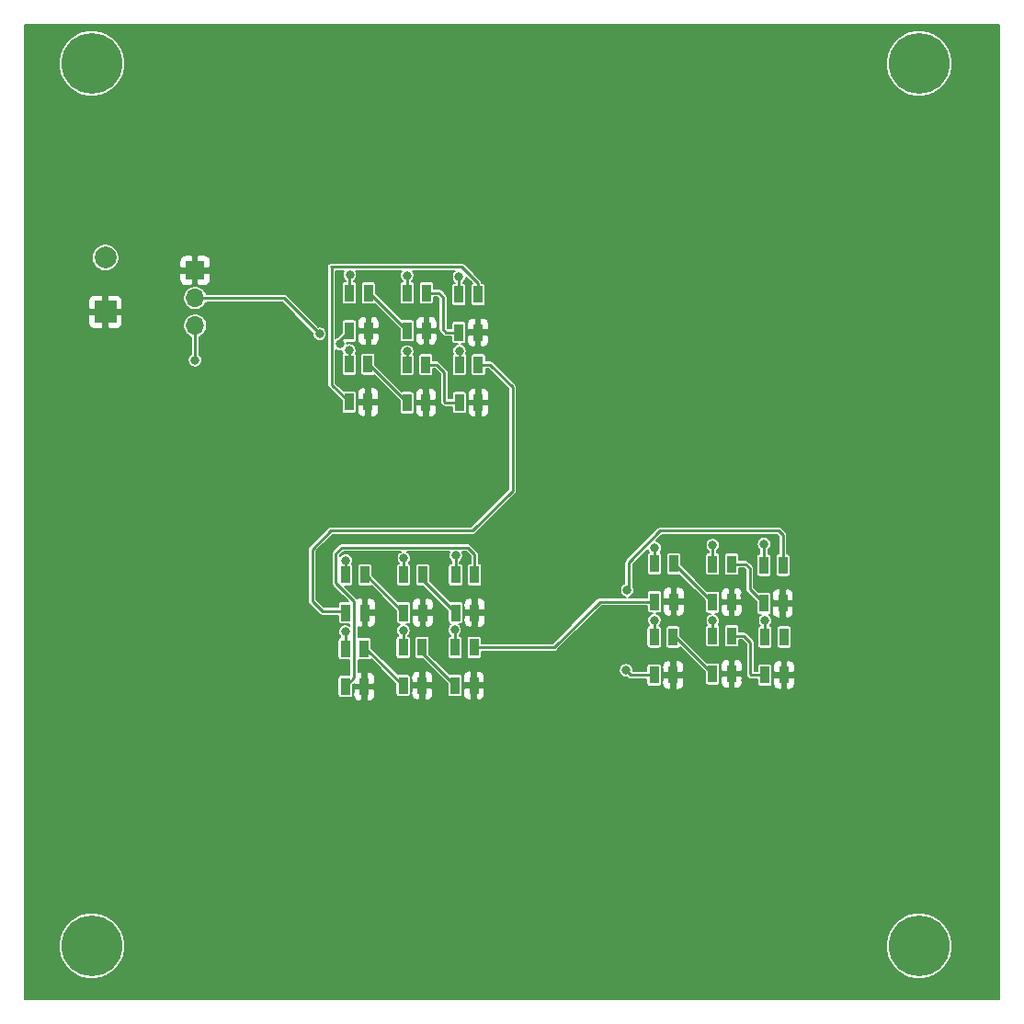
<source format=gbr>
%TF.GenerationSoftware,KiCad,Pcbnew,(5.1.10)-1*%
%TF.CreationDate,2023-02-12T14:12:42-06:00*%
%TF.ProjectId,neopixel_board,6e656f70-6978-4656-9c5f-626f6172642e,rev?*%
%TF.SameCoordinates,Original*%
%TF.FileFunction,Copper,L1,Top*%
%TF.FilePolarity,Positive*%
%FSLAX46Y46*%
G04 Gerber Fmt 4.6, Leading zero omitted, Abs format (unit mm)*
G04 Created by KiCad (PCBNEW (5.1.10)-1) date 2023-02-12 14:12:42*
%MOMM*%
%LPD*%
G01*
G04 APERTURE LIST*
%TA.AperFunction,ConnectorPad*%
%ADD10C,5.600000*%
%TD*%
%TA.AperFunction,ComponentPad*%
%ADD11C,3.600000*%
%TD*%
%TA.AperFunction,ComponentPad*%
%ADD12C,2.000000*%
%TD*%
%TA.AperFunction,ComponentPad*%
%ADD13R,2.000000X2.000000*%
%TD*%
%TA.AperFunction,SMDPad,CuDef*%
%ADD14R,0.850000X1.600000*%
%TD*%
%TA.AperFunction,ComponentPad*%
%ADD15O,1.700000X1.700000*%
%TD*%
%TA.AperFunction,ComponentPad*%
%ADD16R,1.700000X1.700000*%
%TD*%
%TA.AperFunction,ViaPad*%
%ADD17C,0.800000*%
%TD*%
%TA.AperFunction,Conductor*%
%ADD18C,0.250000*%
%TD*%
%TA.AperFunction,Conductor*%
%ADD19C,0.127000*%
%TD*%
%TA.AperFunction,Conductor*%
%ADD20C,0.100000*%
%TD*%
G04 APERTURE END LIST*
D10*
%TO.P,.,1*%
%TO.N,N/C*%
X154940000Y-124460000D03*
D11*
X154940000Y-124460000D03*
%TD*%
%TO.P,.,1*%
%TO.N,N/C*%
X154940000Y-43180000D03*
D10*
X154940000Y-43180000D03*
%TD*%
D11*
%TO.P,.,1*%
%TO.N,N/C*%
X78740000Y-124460000D03*
D10*
X78740000Y-124460000D03*
%TD*%
%TO.P,.,1*%
%TO.N,N/C*%
X78740000Y-43180000D03*
D11*
X78740000Y-43180000D03*
%TD*%
D12*
%TO.P,C1,2*%
%TO.N,GND*%
X80010000Y-61040000D03*
D13*
%TO.P,C1,1*%
%TO.N,VCC*%
X80010000Y-66040000D03*
%TD*%
D14*
%TO.P,D18,1*%
%TO.N,Net-(D18-Pad1)*%
X142505400Y-95989200D03*
%TO.P,D18,2*%
%TO.N,GND*%
X140755400Y-95989200D03*
%TO.P,D18,4*%
%TO.N,VCC*%
X142505400Y-99489200D03*
%TO.P,D18,3*%
%TO.N,Net-(D17-Pad1)*%
X140755400Y-99489200D03*
%TD*%
%TO.P,D12,1*%
%TO.N,DOUT2*%
X113955800Y-96954400D03*
%TO.P,D12,2*%
%TO.N,GND*%
X112205800Y-96954400D03*
%TO.P,D12,4*%
%TO.N,VCC*%
X113955800Y-100454400D03*
%TO.P,D12,3*%
%TO.N,Net-(D11-Pad1)*%
X112205800Y-100454400D03*
%TD*%
%TO.P,D17,1*%
%TO.N,Net-(D17-Pad1)*%
X137679400Y-95887600D03*
%TO.P,D17,2*%
%TO.N,GND*%
X135929400Y-95887600D03*
%TO.P,D17,4*%
%TO.N,VCC*%
X137679400Y-99387600D03*
%TO.P,D17,3*%
%TO.N,Net-(D16-Pad1)*%
X135929400Y-99387600D03*
%TD*%
%TO.P,D11,1*%
%TO.N,Net-(D11-Pad1)*%
X109180600Y-96954400D03*
%TO.P,D11,2*%
%TO.N,GND*%
X107430600Y-96954400D03*
%TO.P,D11,4*%
%TO.N,VCC*%
X109180600Y-100454400D03*
%TO.P,D11,3*%
%TO.N,Net-(D10-Pad1)*%
X107430600Y-100454400D03*
%TD*%
%TO.P,D16,1*%
%TO.N,Net-(D16-Pad1)*%
X132294600Y-95989200D03*
%TO.P,D16,2*%
%TO.N,GND*%
X130544600Y-95989200D03*
%TO.P,D16,4*%
%TO.N,VCC*%
X132294600Y-99489200D03*
%TO.P,D16,3*%
%TO.N,Net-(D15-Pad1)*%
X130544600Y-99489200D03*
%TD*%
%TO.P,D10,1*%
%TO.N,Net-(D10-Pad1)*%
X103846600Y-97056000D03*
%TO.P,D10,2*%
%TO.N,GND*%
X102096600Y-97056000D03*
%TO.P,D10,4*%
%TO.N,VCC*%
X103846600Y-100556000D03*
%TO.P,D10,3*%
%TO.N,Net-(D10-Pad3)*%
X102096600Y-100556000D03*
%TD*%
%TO.P,D15,1*%
%TO.N,Net-(D15-Pad1)*%
X142403800Y-89385200D03*
%TO.P,D15,2*%
%TO.N,GND*%
X140653800Y-89385200D03*
%TO.P,D15,4*%
%TO.N,VCC*%
X142403800Y-92885200D03*
%TO.P,D15,3*%
%TO.N,Net-(D14-Pad1)*%
X140653800Y-92885200D03*
%TD*%
%TO.P,D9,1*%
%TO.N,Net-(D10-Pad3)*%
X114006600Y-90248800D03*
%TO.P,D9,2*%
%TO.N,GND*%
X112256600Y-90248800D03*
%TO.P,D9,4*%
%TO.N,VCC*%
X114006600Y-93748800D03*
%TO.P,D9,3*%
%TO.N,Net-(D8-Pad1)*%
X112256600Y-93748800D03*
%TD*%
%TO.P,D14,1*%
%TO.N,Net-(D14-Pad1)*%
X137679400Y-89283600D03*
%TO.P,D14,2*%
%TO.N,GND*%
X135929400Y-89283600D03*
%TO.P,D14,4*%
%TO.N,VCC*%
X137679400Y-92783600D03*
%TO.P,D14,3*%
%TO.N,Net-(D13-Pad1)*%
X135929400Y-92783600D03*
%TD*%
%TO.P,D8,1*%
%TO.N,Net-(D8-Pad1)*%
X109231400Y-90248800D03*
%TO.P,D8,2*%
%TO.N,GND*%
X107481400Y-90248800D03*
%TO.P,D8,4*%
%TO.N,VCC*%
X109231400Y-93748800D03*
%TO.P,D8,3*%
%TO.N,Net-(D7-Pad1)*%
X107481400Y-93748800D03*
%TD*%
%TO.P,D13,1*%
%TO.N,Net-(D13-Pad1)*%
X132345400Y-89232800D03*
%TO.P,D13,2*%
%TO.N,GND*%
X130595400Y-89232800D03*
%TO.P,D13,4*%
%TO.N,VCC*%
X132345400Y-92732800D03*
%TO.P,D13,3*%
%TO.N,DOUT2*%
X130595400Y-92732800D03*
%TD*%
%TO.P,D7,1*%
%TO.N,Net-(D7-Pad1)*%
X103897400Y-90248800D03*
%TO.P,D7,2*%
%TO.N,GND*%
X102147400Y-90248800D03*
%TO.P,D7,4*%
%TO.N,VCC*%
X103897400Y-93748800D03*
%TO.P,D7,3*%
%TO.N,DOUT1*%
X102147400Y-93748800D03*
%TD*%
%TO.P,D1,1*%
%TO.N,Net-(D1-Pad1)*%
X104227600Y-64302700D03*
%TO.P,D1,2*%
%TO.N,GND*%
X102477600Y-64302700D03*
%TO.P,D1,4*%
%TO.N,VCC*%
X104227600Y-67802700D03*
%TO.P,D1,3*%
%TO.N,GPIO*%
X102477600Y-67802700D03*
%TD*%
%TO.P,D2,1*%
%TO.N,Net-(D2-Pad1)*%
X109561600Y-64290000D03*
%TO.P,D2,2*%
%TO.N,GND*%
X107811600Y-64290000D03*
%TO.P,D2,4*%
%TO.N,VCC*%
X109561600Y-67790000D03*
%TO.P,D2,3*%
%TO.N,Net-(D1-Pad1)*%
X107811600Y-67790000D03*
%TD*%
%TO.P,D3,1*%
%TO.N,Net-(D3-Pad1)*%
X114311400Y-64442400D03*
%TO.P,D3,2*%
%TO.N,GND*%
X112561400Y-64442400D03*
%TO.P,D3,4*%
%TO.N,VCC*%
X114311400Y-67942400D03*
%TO.P,D3,3*%
%TO.N,Net-(D2-Pad1)*%
X112561400Y-67942400D03*
%TD*%
%TO.P,D6,1*%
%TO.N,DOUT1*%
X114362200Y-70894000D03*
%TO.P,D6,2*%
%TO.N,GND*%
X112612200Y-70894000D03*
%TO.P,D6,4*%
%TO.N,VCC*%
X114362200Y-74394000D03*
%TO.P,D6,3*%
%TO.N,Net-(D5-Pad1)*%
X112612200Y-74394000D03*
%TD*%
%TO.P,D5,1*%
%TO.N,Net-(D5-Pad1)*%
X109523500Y-70906700D03*
%TO.P,D5,2*%
%TO.N,GND*%
X107773500Y-70906700D03*
%TO.P,D5,4*%
%TO.N,VCC*%
X109523500Y-74406700D03*
%TO.P,D5,3*%
%TO.N,Net-(D4-Pad1)*%
X107773500Y-74406700D03*
%TD*%
%TO.P,D4,1*%
%TO.N,Net-(D4-Pad1)*%
X104189500Y-70855900D03*
%TO.P,D4,2*%
%TO.N,GND*%
X102439500Y-70855900D03*
%TO.P,D4,4*%
%TO.N,VCC*%
X104189500Y-74355900D03*
%TO.P,D4,3*%
%TO.N,Net-(D3-Pad1)*%
X102439500Y-74355900D03*
%TD*%
D15*
%TO.P,J1,3*%
%TO.N,GND*%
X88265000Y-67310000D03*
%TO.P,J1,2*%
%TO.N,GPIO*%
X88265000Y-64770000D03*
D16*
%TO.P,J1,1*%
%TO.N,VCC*%
X88265000Y-62230000D03*
%TD*%
D17*
%TO.N,GPIO*%
X99720400Y-68072000D03*
X101600000Y-68986400D03*
%TO.N,Net-(D15-Pad1)*%
X128066800Y-91694000D03*
X127965200Y-99060000D03*
%TO.N,GND*%
X107797600Y-62687200D03*
X112572800Y-62839600D03*
X102514400Y-62636400D03*
X107797600Y-69697600D03*
X102463600Y-69596000D03*
X112623600Y-69646800D03*
X102158800Y-88950800D03*
X107492800Y-88747600D03*
X112268000Y-88493600D03*
X102108000Y-95504000D03*
X107442000Y-95402400D03*
X112166400Y-95351600D03*
X130606800Y-87782400D03*
X135940800Y-87528400D03*
X140665200Y-87426800D03*
X130556000Y-94437200D03*
X135940800Y-94488000D03*
X140766800Y-94488000D03*
X88265000Y-70485000D03*
%TO.N,VCC*%
X100025200Y-65989200D03*
X111074610Y-63656969D03*
X115976400Y-66090800D03*
X105714800Y-73609200D03*
X110845600Y-75133200D03*
X116078000Y-72644000D03*
X105664000Y-90678000D03*
X110540800Y-93370400D03*
X115976400Y-91948000D03*
X105410000Y-100177600D03*
X110642400Y-99974400D03*
X115722400Y-98755200D03*
X133908800Y-91795600D03*
X138916247Y-92172953D03*
X144424400Y-90678000D03*
X133908800Y-99060000D03*
X138962620Y-100008246D03*
X144373600Y-97790000D03*
X80010000Y-70485000D03*
%TD*%
D18*
%TO.N,Net-(D1-Pad1)*%
X104324300Y-64302700D02*
X107811600Y-67790000D01*
X104227600Y-64302700D02*
X104324300Y-64302700D01*
%TO.N,GPIO*%
X101600000Y-68986400D02*
X101600000Y-68680300D01*
X101600000Y-68680300D02*
X102477600Y-67802700D01*
X99720400Y-68072000D02*
X99300199Y-67651799D01*
X96418400Y-64770000D02*
X99300199Y-67651799D01*
X88265000Y-64770000D02*
X96418400Y-64770000D01*
%TO.N,Net-(D2-Pad1)*%
X109561600Y-64290000D02*
X109561600Y-64942600D01*
X109561600Y-64290000D02*
X110721200Y-64290000D01*
X110721200Y-64290000D02*
X111099600Y-64668400D01*
X111099600Y-64668400D02*
X111099600Y-67665600D01*
X111376400Y-67942400D02*
X112561400Y-67942400D01*
X111099600Y-67665600D02*
X111376400Y-67942400D01*
%TO.N,Net-(D3-Pad1)*%
X100838000Y-61948398D02*
X100838000Y-72754400D01*
X100801001Y-61911399D02*
X100838000Y-61948398D01*
X112830399Y-61911399D02*
X100801001Y-61911399D01*
X100838000Y-72754400D02*
X102439500Y-74355900D01*
X114311400Y-63392400D02*
X112830399Y-61911399D01*
X114311400Y-64442400D02*
X114311400Y-63392400D01*
%TO.N,Net-(D4-Pad1)*%
X104222700Y-70855900D02*
X107773500Y-74406700D01*
X104189500Y-70855900D02*
X104222700Y-70855900D01*
%TO.N,Net-(D5-Pad1)*%
X109523500Y-70906700D02*
X109523500Y-71305300D01*
X109523500Y-70906700D02*
X110479900Y-70906700D01*
X110479900Y-70906700D02*
X111201200Y-71628000D01*
X111201200Y-71628000D02*
X111201200Y-74320400D01*
X111274800Y-74394000D02*
X112612200Y-74394000D01*
X111201200Y-74320400D02*
X111274800Y-74394000D01*
%TO.N,Net-(D7-Pad1)*%
X103981400Y-90248800D02*
X107481400Y-93748800D01*
X103897400Y-90248800D02*
X103981400Y-90248800D01*
%TO.N,Net-(D8-Pad1)*%
X109231400Y-90723600D02*
X112256600Y-93748800D01*
X109231400Y-90248800D02*
X109231400Y-90723600D01*
%TO.N,Net-(D10-Pad3)*%
X114006600Y-90248800D02*
X114006600Y-88380600D01*
X102897401Y-99755199D02*
X102096600Y-100556000D01*
X101237210Y-91028608D02*
X102897401Y-92688799D01*
X101237210Y-88297590D02*
X101237210Y-91028608D01*
X101766201Y-87768599D02*
X101237210Y-88297590D01*
X102897401Y-92688799D02*
X102897401Y-99755199D01*
X113394599Y-87768599D02*
X101766201Y-87768599D01*
X114006600Y-88380600D02*
X113394599Y-87768599D01*
%TO.N,Net-(D10-Pad1)*%
X104032200Y-97056000D02*
X107430600Y-100454400D01*
X103846600Y-97056000D02*
X104032200Y-97056000D01*
%TO.N,Net-(D11-Pad1)*%
X109180600Y-97429200D02*
X112205800Y-100454400D01*
X109180600Y-96954400D02*
X109180600Y-97429200D01*
%TO.N,Net-(D13-Pad1)*%
X132378600Y-89232800D02*
X135929400Y-92783600D01*
X132345400Y-89232800D02*
X132378600Y-89232800D01*
%TO.N,Net-(D14-Pad1)*%
X137679400Y-89283600D02*
X137679400Y-89910800D01*
X137679400Y-89283600D02*
X138966000Y-89283600D01*
X138966000Y-89283600D02*
X139344400Y-89662000D01*
X139344400Y-91575800D02*
X140653800Y-92885200D01*
X139344400Y-89662000D02*
X139344400Y-91575800D01*
%TO.N,Net-(D15-Pad1)*%
X142403800Y-89385200D02*
X142403800Y-86602600D01*
X142403800Y-86602600D02*
X142008800Y-86207600D01*
X131108598Y-86207600D02*
X128212998Y-89103200D01*
X142008800Y-86207600D02*
X131108598Y-86207600D01*
X128212998Y-91547802D02*
X128066800Y-91694000D01*
X128212998Y-89103200D02*
X128212998Y-91547802D01*
X128394400Y-99489200D02*
X130544600Y-99489200D01*
X127965200Y-99060000D02*
X128394400Y-99489200D01*
%TO.N,Net-(D16-Pad1)*%
X132531000Y-95989200D02*
X135929400Y-99387600D01*
X132294600Y-95989200D02*
X132531000Y-95989200D01*
%TO.N,Net-(D17-Pad1)*%
X137679400Y-95887600D02*
X137679400Y-96413200D01*
X137679400Y-95887600D02*
X138813600Y-95887600D01*
X138813600Y-95887600D02*
X139395200Y-96469200D01*
X139395200Y-96469200D02*
X139395200Y-99415600D01*
X139468800Y-99489200D02*
X140755400Y-99489200D01*
X139395200Y-99415600D02*
X139468800Y-99489200D01*
%TO.N,GND*%
X112561400Y-64442400D02*
X112561400Y-62851000D01*
X112561400Y-62851000D02*
X112572800Y-62839600D01*
X112612200Y-69658200D02*
X112623600Y-69646800D01*
X107773500Y-70906700D02*
X107773500Y-69721700D01*
X112612200Y-70894000D02*
X112612200Y-69658200D01*
X107773500Y-69721700D02*
X107797600Y-69697600D01*
X107811600Y-64290000D02*
X107811600Y-62701200D01*
X107811600Y-62701200D02*
X107797600Y-62687200D01*
X102477600Y-62673200D02*
X102514400Y-62636400D01*
X102439500Y-70855900D02*
X102439500Y-69620100D01*
X102439500Y-69620100D02*
X102463600Y-69596000D01*
X102477600Y-64302700D02*
X102477600Y-62673200D01*
X102147400Y-88962200D02*
X102158800Y-88950800D01*
X102147400Y-90248800D02*
X102147400Y-88962200D01*
X107481400Y-88759000D02*
X107492800Y-88747600D01*
X107481400Y-90248800D02*
X107481400Y-88759000D01*
X112256600Y-88505000D02*
X112268000Y-88493600D01*
X112256600Y-90248800D02*
X112256600Y-88505000D01*
X102096600Y-95515400D02*
X102108000Y-95504000D01*
X102096600Y-97056000D02*
X102096600Y-95515400D01*
X107430600Y-95413800D02*
X107442000Y-95402400D01*
X107430600Y-96954400D02*
X107430600Y-95413800D01*
X112205800Y-95391000D02*
X112166400Y-95351600D01*
X112205800Y-96954400D02*
X112205800Y-95391000D01*
X130595400Y-87793800D02*
X130606800Y-87782400D01*
X130595400Y-89232800D02*
X130595400Y-87793800D01*
X135929400Y-87539800D02*
X135940800Y-87528400D01*
X135929400Y-89283600D02*
X135929400Y-87539800D01*
X140653800Y-87438200D02*
X140665200Y-87426800D01*
X140653800Y-89385200D02*
X140653800Y-87438200D01*
X130544600Y-94448600D02*
X130556000Y-94437200D01*
X130544600Y-95989200D02*
X130544600Y-94448600D01*
X135929400Y-94499400D02*
X135940800Y-94488000D01*
X135929400Y-95887600D02*
X135929400Y-94499400D01*
X140755400Y-94499400D02*
X140766800Y-94488000D01*
X140755400Y-95989200D02*
X140755400Y-94499400D01*
X88265000Y-67310000D02*
X88265000Y-70485000D01*
%TO.N,DOUT1*%
X117500400Y-72993398D02*
X115401002Y-70894000D01*
X117500400Y-82524600D02*
X117500400Y-72993398D01*
X113842800Y-86182200D02*
X117500400Y-82524600D01*
X100787200Y-86182200D02*
X113842800Y-86182200D01*
X99060000Y-87909400D02*
X100787200Y-86182200D01*
X115401002Y-70894000D02*
X114362200Y-70894000D01*
X99974400Y-93624400D02*
X99060000Y-92710000D01*
X99060000Y-92710000D02*
X99060000Y-87909400D01*
X102023000Y-93624400D02*
X102147400Y-93748800D01*
X99974400Y-93624400D02*
X102023000Y-93624400D01*
%TO.N,DOUT2*%
X113955800Y-96954400D02*
X121333200Y-96954400D01*
X125554800Y-92732800D02*
X130595400Y-92732800D01*
X121333200Y-96954400D02*
X125554800Y-92732800D01*
%TD*%
D19*
%TO.N,VCC*%
X162344500Y-129324500D02*
X72605500Y-129324500D01*
X72605500Y-124158272D01*
X75676500Y-124158272D01*
X75676500Y-124761728D01*
X75794229Y-125353590D01*
X76025161Y-125911111D01*
X76360424Y-126412867D01*
X76787133Y-126839576D01*
X77288889Y-127174839D01*
X77846410Y-127405771D01*
X78438272Y-127523500D01*
X79041728Y-127523500D01*
X79633590Y-127405771D01*
X80191111Y-127174839D01*
X80692867Y-126839576D01*
X81119576Y-126412867D01*
X81454839Y-125911111D01*
X81685771Y-125353590D01*
X81803500Y-124761728D01*
X81803500Y-124158272D01*
X151876500Y-124158272D01*
X151876500Y-124761728D01*
X151994229Y-125353590D01*
X152225161Y-125911111D01*
X152560424Y-126412867D01*
X152987133Y-126839576D01*
X153488889Y-127174839D01*
X154046410Y-127405771D01*
X154638272Y-127523500D01*
X155241728Y-127523500D01*
X155833590Y-127405771D01*
X156391111Y-127174839D01*
X156892867Y-126839576D01*
X157319576Y-126412867D01*
X157654839Y-125911111D01*
X157885771Y-125353590D01*
X158003500Y-124761728D01*
X158003500Y-124158272D01*
X157885771Y-123566410D01*
X157654839Y-123008889D01*
X157319576Y-122507133D01*
X156892867Y-122080424D01*
X156391111Y-121745161D01*
X155833590Y-121514229D01*
X155241728Y-121396500D01*
X154638272Y-121396500D01*
X154046410Y-121514229D01*
X153488889Y-121745161D01*
X152987133Y-122080424D01*
X152560424Y-122507133D01*
X152225161Y-123008889D01*
X151994229Y-123566410D01*
X151876500Y-124158272D01*
X81803500Y-124158272D01*
X81685771Y-123566410D01*
X81454839Y-123008889D01*
X81119576Y-122507133D01*
X80692867Y-122080424D01*
X80191111Y-121745161D01*
X79633590Y-121514229D01*
X79041728Y-121396500D01*
X78438272Y-121396500D01*
X77846410Y-121514229D01*
X77288889Y-121745161D01*
X76787133Y-122080424D01*
X76360424Y-122507133D01*
X76025161Y-123008889D01*
X75794229Y-123566410D01*
X75676500Y-124158272D01*
X72605500Y-124158272D01*
X72605500Y-87909400D01*
X98669621Y-87909400D01*
X98671501Y-87928485D01*
X98671500Y-92690925D01*
X98669621Y-92710000D01*
X98671500Y-92729075D01*
X98671500Y-92729077D01*
X98677122Y-92786158D01*
X98692474Y-92836766D01*
X98699337Y-92859391D01*
X98735412Y-92926883D01*
X98740425Y-92932991D01*
X98783960Y-92986040D01*
X98798787Y-92998208D01*
X99686197Y-93885619D01*
X99698360Y-93900440D01*
X99728064Y-93924817D01*
X99757516Y-93948988D01*
X99801740Y-93972626D01*
X99825008Y-93985063D01*
X99898241Y-94007278D01*
X99955322Y-94012900D01*
X99955325Y-94012900D01*
X99974400Y-94014779D01*
X99993475Y-94012900D01*
X101457626Y-94012900D01*
X101457626Y-94548800D01*
X101462714Y-94600455D01*
X101477781Y-94650125D01*
X101502248Y-94695901D01*
X101535177Y-94736023D01*
X101575299Y-94768952D01*
X101621075Y-94793419D01*
X101670745Y-94808486D01*
X101722400Y-94813574D01*
X102508901Y-94813574D01*
X102508901Y-94973889D01*
X102422285Y-94916014D01*
X102301536Y-94865998D01*
X102173349Y-94840500D01*
X102042651Y-94840500D01*
X101914464Y-94865998D01*
X101793715Y-94916014D01*
X101685044Y-94988626D01*
X101592626Y-95081044D01*
X101520014Y-95189715D01*
X101469998Y-95310464D01*
X101444500Y-95438651D01*
X101444500Y-95569349D01*
X101469998Y-95697536D01*
X101520014Y-95818285D01*
X101592626Y-95926956D01*
X101658214Y-95992544D01*
X101619945Y-95996314D01*
X101570275Y-96011381D01*
X101524499Y-96035848D01*
X101484377Y-96068777D01*
X101451448Y-96108899D01*
X101426981Y-96154675D01*
X101411914Y-96204345D01*
X101406826Y-96256000D01*
X101406826Y-97856000D01*
X101411914Y-97907655D01*
X101426981Y-97957325D01*
X101451448Y-98003101D01*
X101484377Y-98043223D01*
X101524499Y-98076152D01*
X101570275Y-98100619D01*
X101619945Y-98115686D01*
X101671600Y-98120774D01*
X102508902Y-98120774D01*
X102508902Y-99491226D01*
X101671600Y-99491226D01*
X101619945Y-99496314D01*
X101570275Y-99511381D01*
X101524499Y-99535848D01*
X101484377Y-99568777D01*
X101451448Y-99608899D01*
X101426981Y-99654675D01*
X101411914Y-99704345D01*
X101406826Y-99756000D01*
X101406826Y-101356000D01*
X101411914Y-101407655D01*
X101426981Y-101457325D01*
X101451448Y-101503101D01*
X101484377Y-101543223D01*
X101524499Y-101576152D01*
X101570275Y-101600619D01*
X101619945Y-101615686D01*
X101671600Y-101620774D01*
X102521600Y-101620774D01*
X102573255Y-101615686D01*
X102622925Y-101600619D01*
X102668701Y-101576152D01*
X102708823Y-101543223D01*
X102741752Y-101503101D01*
X102766219Y-101457325D01*
X102781286Y-101407655D01*
X102786374Y-101356000D01*
X102847335Y-101356000D01*
X102858369Y-101468034D01*
X102891048Y-101575762D01*
X102944116Y-101675045D01*
X103015533Y-101762067D01*
X103102555Y-101833484D01*
X103201838Y-101886552D01*
X103309566Y-101919231D01*
X103421600Y-101930265D01*
X103513225Y-101927500D01*
X103656100Y-101784625D01*
X103656100Y-100746500D01*
X104037100Y-100746500D01*
X104037100Y-101784625D01*
X104179975Y-101927500D01*
X104271600Y-101930265D01*
X104383634Y-101919231D01*
X104491362Y-101886552D01*
X104590645Y-101833484D01*
X104677667Y-101762067D01*
X104749084Y-101675045D01*
X104802152Y-101575762D01*
X104834831Y-101468034D01*
X104845865Y-101356000D01*
X104843100Y-100889375D01*
X104700225Y-100746500D01*
X104037100Y-100746500D01*
X103656100Y-100746500D01*
X102992975Y-100746500D01*
X102850100Y-100889375D01*
X102847335Y-101356000D01*
X102786374Y-101356000D01*
X102786374Y-100415648D01*
X102914748Y-100287273D01*
X102992975Y-100365500D01*
X103656100Y-100365500D01*
X103656100Y-99327375D01*
X104037100Y-99327375D01*
X104037100Y-100365500D01*
X104700225Y-100365500D01*
X104843100Y-100222625D01*
X104845865Y-99756000D01*
X104834831Y-99643966D01*
X104802152Y-99536238D01*
X104749084Y-99436955D01*
X104677667Y-99349933D01*
X104590645Y-99278516D01*
X104491362Y-99225448D01*
X104383634Y-99192769D01*
X104271600Y-99181735D01*
X104179975Y-99184500D01*
X104037100Y-99327375D01*
X103656100Y-99327375D01*
X103513225Y-99184500D01*
X103421600Y-99181735D01*
X103309566Y-99192769D01*
X103285901Y-99199948D01*
X103285901Y-98082246D01*
X103320275Y-98100619D01*
X103369945Y-98115686D01*
X103421600Y-98120774D01*
X104271600Y-98120774D01*
X104323255Y-98115686D01*
X104372925Y-98100619D01*
X104418701Y-98076152D01*
X104458823Y-98043223D01*
X104463862Y-98037083D01*
X106740826Y-100314048D01*
X106740826Y-101254400D01*
X106745914Y-101306055D01*
X106760981Y-101355725D01*
X106785448Y-101401501D01*
X106818377Y-101441623D01*
X106858499Y-101474552D01*
X106904275Y-101499019D01*
X106953945Y-101514086D01*
X107005600Y-101519174D01*
X107855600Y-101519174D01*
X107907255Y-101514086D01*
X107956925Y-101499019D01*
X108002701Y-101474552D01*
X108042823Y-101441623D01*
X108075752Y-101401501D01*
X108100219Y-101355725D01*
X108115286Y-101306055D01*
X108120374Y-101254400D01*
X108181335Y-101254400D01*
X108192369Y-101366434D01*
X108225048Y-101474162D01*
X108278116Y-101573445D01*
X108349533Y-101660467D01*
X108436555Y-101731884D01*
X108535838Y-101784952D01*
X108643566Y-101817631D01*
X108755600Y-101828665D01*
X108847225Y-101825900D01*
X108990100Y-101683025D01*
X108990100Y-100644900D01*
X109371100Y-100644900D01*
X109371100Y-101683025D01*
X109513975Y-101825900D01*
X109605600Y-101828665D01*
X109717634Y-101817631D01*
X109825362Y-101784952D01*
X109924645Y-101731884D01*
X110011667Y-101660467D01*
X110083084Y-101573445D01*
X110136152Y-101474162D01*
X110168831Y-101366434D01*
X110179865Y-101254400D01*
X110177100Y-100787775D01*
X110034225Y-100644900D01*
X109371100Y-100644900D01*
X108990100Y-100644900D01*
X108326975Y-100644900D01*
X108184100Y-100787775D01*
X108181335Y-101254400D01*
X108120374Y-101254400D01*
X108120374Y-99654400D01*
X108181335Y-99654400D01*
X108184100Y-100121025D01*
X108326975Y-100263900D01*
X108990100Y-100263900D01*
X108990100Y-99225775D01*
X109371100Y-99225775D01*
X109371100Y-100263900D01*
X110034225Y-100263900D01*
X110177100Y-100121025D01*
X110179865Y-99654400D01*
X110168831Y-99542366D01*
X110136152Y-99434638D01*
X110083084Y-99335355D01*
X110011667Y-99248333D01*
X109924645Y-99176916D01*
X109825362Y-99123848D01*
X109717634Y-99091169D01*
X109605600Y-99080135D01*
X109513975Y-99082900D01*
X109371100Y-99225775D01*
X108990100Y-99225775D01*
X108847225Y-99082900D01*
X108755600Y-99080135D01*
X108643566Y-99091169D01*
X108535838Y-99123848D01*
X108436555Y-99176916D01*
X108349533Y-99248333D01*
X108278116Y-99335355D01*
X108225048Y-99434638D01*
X108192369Y-99542366D01*
X108181335Y-99654400D01*
X108120374Y-99654400D01*
X108115286Y-99602745D01*
X108100219Y-99553075D01*
X108075752Y-99507299D01*
X108042823Y-99467177D01*
X108002701Y-99434248D01*
X107956925Y-99409781D01*
X107907255Y-99394714D01*
X107855600Y-99389626D01*
X107005600Y-99389626D01*
X106953945Y-99394714D01*
X106928158Y-99402536D01*
X104536374Y-97010753D01*
X104536374Y-96256000D01*
X104531286Y-96204345D01*
X104516219Y-96154675D01*
X104491752Y-96108899D01*
X104458823Y-96068777D01*
X104418701Y-96035848D01*
X104372925Y-96011381D01*
X104323255Y-95996314D01*
X104271600Y-95991226D01*
X103421600Y-95991226D01*
X103369945Y-95996314D01*
X103320275Y-96011381D01*
X103285901Y-96029754D01*
X103285901Y-95089442D01*
X103360366Y-95112031D01*
X103472400Y-95123065D01*
X103564025Y-95120300D01*
X103706900Y-94977425D01*
X103706900Y-93939300D01*
X104087900Y-93939300D01*
X104087900Y-94977425D01*
X104230775Y-95120300D01*
X104322400Y-95123065D01*
X104434434Y-95112031D01*
X104542162Y-95079352D01*
X104641445Y-95026284D01*
X104728467Y-94954867D01*
X104799884Y-94867845D01*
X104852952Y-94768562D01*
X104885631Y-94660834D01*
X104896665Y-94548800D01*
X104893900Y-94082175D01*
X104751025Y-93939300D01*
X104087900Y-93939300D01*
X103706900Y-93939300D01*
X103686900Y-93939300D01*
X103686900Y-93558300D01*
X103706900Y-93558300D01*
X103706900Y-92520175D01*
X104087900Y-92520175D01*
X104087900Y-93558300D01*
X104751025Y-93558300D01*
X104893900Y-93415425D01*
X104896665Y-92948800D01*
X104885631Y-92836766D01*
X104852952Y-92729038D01*
X104799884Y-92629755D01*
X104728467Y-92542733D01*
X104641445Y-92471316D01*
X104542162Y-92418248D01*
X104434434Y-92385569D01*
X104322400Y-92374535D01*
X104230775Y-92377300D01*
X104087900Y-92520175D01*
X103706900Y-92520175D01*
X103564025Y-92377300D01*
X103472400Y-92374535D01*
X103360366Y-92385569D01*
X103252638Y-92418248D01*
X103200720Y-92445999D01*
X103173441Y-92412759D01*
X103158621Y-92400597D01*
X102071597Y-91313574D01*
X102572400Y-91313574D01*
X102624055Y-91308486D01*
X102673725Y-91293419D01*
X102719501Y-91268952D01*
X102759623Y-91236023D01*
X102792552Y-91195901D01*
X102817019Y-91150125D01*
X102832086Y-91100455D01*
X102837174Y-91048800D01*
X102837174Y-89448800D01*
X103207626Y-89448800D01*
X103207626Y-91048800D01*
X103212714Y-91100455D01*
X103227781Y-91150125D01*
X103252248Y-91195901D01*
X103285177Y-91236023D01*
X103325299Y-91268952D01*
X103371075Y-91293419D01*
X103420745Y-91308486D01*
X103472400Y-91313574D01*
X104322400Y-91313574D01*
X104374055Y-91308486D01*
X104423725Y-91293419D01*
X104458181Y-91275002D01*
X106791626Y-93608448D01*
X106791626Y-94548800D01*
X106796714Y-94600455D01*
X106811781Y-94650125D01*
X106836248Y-94695901D01*
X106869177Y-94736023D01*
X106909299Y-94768952D01*
X106955075Y-94793419D01*
X107004745Y-94808486D01*
X107056400Y-94813574D01*
X107129743Y-94813574D01*
X107127715Y-94814414D01*
X107019044Y-94887026D01*
X106926626Y-94979444D01*
X106854014Y-95088115D01*
X106803998Y-95208864D01*
X106778500Y-95337051D01*
X106778500Y-95467749D01*
X106803998Y-95595936D01*
X106854014Y-95716685D01*
X106926626Y-95825356D01*
X106992214Y-95890944D01*
X106953945Y-95894714D01*
X106904275Y-95909781D01*
X106858499Y-95934248D01*
X106818377Y-95967177D01*
X106785448Y-96007299D01*
X106760981Y-96053075D01*
X106745914Y-96102745D01*
X106740826Y-96154400D01*
X106740826Y-97754400D01*
X106745914Y-97806055D01*
X106760981Y-97855725D01*
X106785448Y-97901501D01*
X106818377Y-97941623D01*
X106858499Y-97974552D01*
X106904275Y-97999019D01*
X106953945Y-98014086D01*
X107005600Y-98019174D01*
X107855600Y-98019174D01*
X107907255Y-98014086D01*
X107956925Y-97999019D01*
X108002701Y-97974552D01*
X108042823Y-97941623D01*
X108075752Y-97901501D01*
X108100219Y-97855725D01*
X108115286Y-97806055D01*
X108120374Y-97754400D01*
X108120374Y-96154400D01*
X108490826Y-96154400D01*
X108490826Y-97754400D01*
X108495914Y-97806055D01*
X108510981Y-97855725D01*
X108535448Y-97901501D01*
X108568377Y-97941623D01*
X108608499Y-97974552D01*
X108654275Y-97999019D01*
X108703945Y-98014086D01*
X108755600Y-98019174D01*
X109221153Y-98019174D01*
X111516026Y-100314048D01*
X111516026Y-101254400D01*
X111521114Y-101306055D01*
X111536181Y-101355725D01*
X111560648Y-101401501D01*
X111593577Y-101441623D01*
X111633699Y-101474552D01*
X111679475Y-101499019D01*
X111729145Y-101514086D01*
X111780800Y-101519174D01*
X112630800Y-101519174D01*
X112682455Y-101514086D01*
X112732125Y-101499019D01*
X112777901Y-101474552D01*
X112818023Y-101441623D01*
X112850952Y-101401501D01*
X112875419Y-101355725D01*
X112890486Y-101306055D01*
X112895574Y-101254400D01*
X112956535Y-101254400D01*
X112967569Y-101366434D01*
X113000248Y-101474162D01*
X113053316Y-101573445D01*
X113124733Y-101660467D01*
X113211755Y-101731884D01*
X113311038Y-101784952D01*
X113418766Y-101817631D01*
X113530800Y-101828665D01*
X113622425Y-101825900D01*
X113765300Y-101683025D01*
X113765300Y-100644900D01*
X114146300Y-100644900D01*
X114146300Y-101683025D01*
X114289175Y-101825900D01*
X114380800Y-101828665D01*
X114492834Y-101817631D01*
X114600562Y-101784952D01*
X114699845Y-101731884D01*
X114786867Y-101660467D01*
X114858284Y-101573445D01*
X114911352Y-101474162D01*
X114944031Y-101366434D01*
X114955065Y-101254400D01*
X114952300Y-100787775D01*
X114809425Y-100644900D01*
X114146300Y-100644900D01*
X113765300Y-100644900D01*
X113102175Y-100644900D01*
X112959300Y-100787775D01*
X112956535Y-101254400D01*
X112895574Y-101254400D01*
X112895574Y-99654400D01*
X112956535Y-99654400D01*
X112959300Y-100121025D01*
X113102175Y-100263900D01*
X113765300Y-100263900D01*
X113765300Y-99225775D01*
X114146300Y-99225775D01*
X114146300Y-100263900D01*
X114809425Y-100263900D01*
X114952300Y-100121025D01*
X114955065Y-99654400D01*
X114944031Y-99542366D01*
X114911352Y-99434638D01*
X114858284Y-99335355D01*
X114786867Y-99248333D01*
X114699845Y-99176916D01*
X114600562Y-99123848D01*
X114492834Y-99091169D01*
X114380800Y-99080135D01*
X114289175Y-99082900D01*
X114146300Y-99225775D01*
X113765300Y-99225775D01*
X113622425Y-99082900D01*
X113530800Y-99080135D01*
X113418766Y-99091169D01*
X113311038Y-99123848D01*
X113211755Y-99176916D01*
X113124733Y-99248333D01*
X113053316Y-99335355D01*
X113000248Y-99434638D01*
X112967569Y-99542366D01*
X112956535Y-99654400D01*
X112895574Y-99654400D01*
X112890486Y-99602745D01*
X112875419Y-99553075D01*
X112850952Y-99507299D01*
X112818023Y-99467177D01*
X112777901Y-99434248D01*
X112732125Y-99409781D01*
X112682455Y-99394714D01*
X112630800Y-99389626D01*
X111780800Y-99389626D01*
X111729145Y-99394714D01*
X111703358Y-99402536D01*
X111295473Y-98994651D01*
X127301700Y-98994651D01*
X127301700Y-99125349D01*
X127327198Y-99253536D01*
X127377214Y-99374285D01*
X127449826Y-99482956D01*
X127542244Y-99575374D01*
X127650915Y-99647986D01*
X127771664Y-99698002D01*
X127899851Y-99723500D01*
X128030549Y-99723500D01*
X128071193Y-99715415D01*
X128106196Y-99750418D01*
X128118360Y-99765240D01*
X128177517Y-99813788D01*
X128245008Y-99849863D01*
X128318241Y-99872078D01*
X128375322Y-99877700D01*
X128375324Y-99877700D01*
X128394399Y-99879579D01*
X128413474Y-99877700D01*
X129854826Y-99877700D01*
X129854826Y-100289200D01*
X129859914Y-100340855D01*
X129874981Y-100390525D01*
X129899448Y-100436301D01*
X129932377Y-100476423D01*
X129972499Y-100509352D01*
X130018275Y-100533819D01*
X130067945Y-100548886D01*
X130119600Y-100553974D01*
X130969600Y-100553974D01*
X131021255Y-100548886D01*
X131070925Y-100533819D01*
X131116701Y-100509352D01*
X131156823Y-100476423D01*
X131189752Y-100436301D01*
X131214219Y-100390525D01*
X131229286Y-100340855D01*
X131234374Y-100289200D01*
X131295335Y-100289200D01*
X131306369Y-100401234D01*
X131339048Y-100508962D01*
X131392116Y-100608245D01*
X131463533Y-100695267D01*
X131550555Y-100766684D01*
X131649838Y-100819752D01*
X131757566Y-100852431D01*
X131869600Y-100863465D01*
X131961225Y-100860700D01*
X132104100Y-100717825D01*
X132104100Y-99679700D01*
X132485100Y-99679700D01*
X132485100Y-100717825D01*
X132627975Y-100860700D01*
X132719600Y-100863465D01*
X132831634Y-100852431D01*
X132939362Y-100819752D01*
X133038645Y-100766684D01*
X133125667Y-100695267D01*
X133197084Y-100608245D01*
X133250152Y-100508962D01*
X133282831Y-100401234D01*
X133293865Y-100289200D01*
X133291100Y-99822575D01*
X133148225Y-99679700D01*
X132485100Y-99679700D01*
X132104100Y-99679700D01*
X131440975Y-99679700D01*
X131298100Y-99822575D01*
X131295335Y-100289200D01*
X131234374Y-100289200D01*
X131234374Y-98689200D01*
X131295335Y-98689200D01*
X131298100Y-99155825D01*
X131440975Y-99298700D01*
X132104100Y-99298700D01*
X132104100Y-98260575D01*
X132485100Y-98260575D01*
X132485100Y-99298700D01*
X133148225Y-99298700D01*
X133291100Y-99155825D01*
X133293865Y-98689200D01*
X133282831Y-98577166D01*
X133250152Y-98469438D01*
X133197084Y-98370155D01*
X133125667Y-98283133D01*
X133038645Y-98211716D01*
X132939362Y-98158648D01*
X132831634Y-98125969D01*
X132719600Y-98114935D01*
X132627975Y-98117700D01*
X132485100Y-98260575D01*
X132104100Y-98260575D01*
X131961225Y-98117700D01*
X131869600Y-98114935D01*
X131757566Y-98125969D01*
X131649838Y-98158648D01*
X131550555Y-98211716D01*
X131463533Y-98283133D01*
X131392116Y-98370155D01*
X131339048Y-98469438D01*
X131306369Y-98577166D01*
X131295335Y-98689200D01*
X131234374Y-98689200D01*
X131229286Y-98637545D01*
X131214219Y-98587875D01*
X131189752Y-98542099D01*
X131156823Y-98501977D01*
X131116701Y-98469048D01*
X131070925Y-98444581D01*
X131021255Y-98429514D01*
X130969600Y-98424426D01*
X130119600Y-98424426D01*
X130067945Y-98429514D01*
X130018275Y-98444581D01*
X129972499Y-98469048D01*
X129932377Y-98501977D01*
X129899448Y-98542099D01*
X129874981Y-98587875D01*
X129859914Y-98637545D01*
X129854826Y-98689200D01*
X129854826Y-99100700D01*
X128628700Y-99100700D01*
X128628700Y-98994651D01*
X128603202Y-98866464D01*
X128553186Y-98745715D01*
X128480574Y-98637044D01*
X128388156Y-98544626D01*
X128279485Y-98472014D01*
X128158736Y-98421998D01*
X128030549Y-98396500D01*
X127899851Y-98396500D01*
X127771664Y-98421998D01*
X127650915Y-98472014D01*
X127542244Y-98544626D01*
X127449826Y-98637044D01*
X127377214Y-98745715D01*
X127327198Y-98866464D01*
X127301700Y-98994651D01*
X111295473Y-98994651D01*
X109870374Y-97569553D01*
X109870374Y-96154400D01*
X109865286Y-96102745D01*
X109850219Y-96053075D01*
X109825752Y-96007299D01*
X109792823Y-95967177D01*
X109752701Y-95934248D01*
X109706925Y-95909781D01*
X109657255Y-95894714D01*
X109605600Y-95889626D01*
X108755600Y-95889626D01*
X108703945Y-95894714D01*
X108654275Y-95909781D01*
X108608499Y-95934248D01*
X108568377Y-95967177D01*
X108535448Y-96007299D01*
X108510981Y-96053075D01*
X108495914Y-96102745D01*
X108490826Y-96154400D01*
X108120374Y-96154400D01*
X108115286Y-96102745D01*
X108100219Y-96053075D01*
X108075752Y-96007299D01*
X108042823Y-95967177D01*
X108002701Y-95934248D01*
X107956925Y-95909781D01*
X107907255Y-95894714D01*
X107889741Y-95892989D01*
X107957374Y-95825356D01*
X108029986Y-95716685D01*
X108080002Y-95595936D01*
X108105500Y-95467749D01*
X108105500Y-95337051D01*
X108080002Y-95208864D01*
X108029986Y-95088115D01*
X107957374Y-94979444D01*
X107864956Y-94887026D01*
X107756285Y-94814414D01*
X107754257Y-94813574D01*
X107906400Y-94813574D01*
X107958055Y-94808486D01*
X108007725Y-94793419D01*
X108053501Y-94768952D01*
X108093623Y-94736023D01*
X108126552Y-94695901D01*
X108151019Y-94650125D01*
X108166086Y-94600455D01*
X108171174Y-94548800D01*
X108232135Y-94548800D01*
X108243169Y-94660834D01*
X108275848Y-94768562D01*
X108328916Y-94867845D01*
X108400333Y-94954867D01*
X108487355Y-95026284D01*
X108586638Y-95079352D01*
X108694366Y-95112031D01*
X108806400Y-95123065D01*
X108898025Y-95120300D01*
X109040900Y-94977425D01*
X109040900Y-93939300D01*
X109421900Y-93939300D01*
X109421900Y-94977425D01*
X109564775Y-95120300D01*
X109656400Y-95123065D01*
X109768434Y-95112031D01*
X109876162Y-95079352D01*
X109975445Y-95026284D01*
X110062467Y-94954867D01*
X110133884Y-94867845D01*
X110186952Y-94768562D01*
X110219631Y-94660834D01*
X110230665Y-94548800D01*
X110227900Y-94082175D01*
X110085025Y-93939300D01*
X109421900Y-93939300D01*
X109040900Y-93939300D01*
X108377775Y-93939300D01*
X108234900Y-94082175D01*
X108232135Y-94548800D01*
X108171174Y-94548800D01*
X108171174Y-92948800D01*
X108232135Y-92948800D01*
X108234900Y-93415425D01*
X108377775Y-93558300D01*
X109040900Y-93558300D01*
X109040900Y-92520175D01*
X109421900Y-92520175D01*
X109421900Y-93558300D01*
X110085025Y-93558300D01*
X110227900Y-93415425D01*
X110230665Y-92948800D01*
X110219631Y-92836766D01*
X110186952Y-92729038D01*
X110133884Y-92629755D01*
X110062467Y-92542733D01*
X109975445Y-92471316D01*
X109876162Y-92418248D01*
X109768434Y-92385569D01*
X109656400Y-92374535D01*
X109564775Y-92377300D01*
X109421900Y-92520175D01*
X109040900Y-92520175D01*
X108898025Y-92377300D01*
X108806400Y-92374535D01*
X108694366Y-92385569D01*
X108586638Y-92418248D01*
X108487355Y-92471316D01*
X108400333Y-92542733D01*
X108328916Y-92629755D01*
X108275848Y-92729038D01*
X108243169Y-92836766D01*
X108232135Y-92948800D01*
X108171174Y-92948800D01*
X108166086Y-92897145D01*
X108151019Y-92847475D01*
X108126552Y-92801699D01*
X108093623Y-92761577D01*
X108053501Y-92728648D01*
X108007725Y-92704181D01*
X107958055Y-92689114D01*
X107906400Y-92684026D01*
X107056400Y-92684026D01*
X107004745Y-92689114D01*
X106978958Y-92696936D01*
X104587174Y-90305153D01*
X104587174Y-89448800D01*
X104582086Y-89397145D01*
X104567019Y-89347475D01*
X104542552Y-89301699D01*
X104509623Y-89261577D01*
X104469501Y-89228648D01*
X104423725Y-89204181D01*
X104374055Y-89189114D01*
X104322400Y-89184026D01*
X103472400Y-89184026D01*
X103420745Y-89189114D01*
X103371075Y-89204181D01*
X103325299Y-89228648D01*
X103285177Y-89261577D01*
X103252248Y-89301699D01*
X103227781Y-89347475D01*
X103212714Y-89397145D01*
X103207626Y-89448800D01*
X102837174Y-89448800D01*
X102832086Y-89397145D01*
X102817019Y-89347475D01*
X102792552Y-89301699D01*
X102759623Y-89261577D01*
X102751127Y-89254604D01*
X102796802Y-89144336D01*
X102822300Y-89016149D01*
X102822300Y-88885451D01*
X102796802Y-88757264D01*
X102746786Y-88636515D01*
X102674174Y-88527844D01*
X102581756Y-88435426D01*
X102473085Y-88362814D01*
X102352336Y-88312798D01*
X102224149Y-88287300D01*
X102093451Y-88287300D01*
X101965264Y-88312798D01*
X101844515Y-88362814D01*
X101735844Y-88435426D01*
X101643426Y-88527844D01*
X101625710Y-88554358D01*
X101625710Y-88458511D01*
X101927122Y-88157099D01*
X107184587Y-88157099D01*
X107178515Y-88159614D01*
X107069844Y-88232226D01*
X106977426Y-88324644D01*
X106904814Y-88433315D01*
X106854798Y-88554064D01*
X106829300Y-88682251D01*
X106829300Y-88812949D01*
X106854798Y-88941136D01*
X106904814Y-89061885D01*
X106977426Y-89170556D01*
X106998023Y-89191153D01*
X106955075Y-89204181D01*
X106909299Y-89228648D01*
X106869177Y-89261577D01*
X106836248Y-89301699D01*
X106811781Y-89347475D01*
X106796714Y-89397145D01*
X106791626Y-89448800D01*
X106791626Y-91048800D01*
X106796714Y-91100455D01*
X106811781Y-91150125D01*
X106836248Y-91195901D01*
X106869177Y-91236023D01*
X106909299Y-91268952D01*
X106955075Y-91293419D01*
X107004745Y-91308486D01*
X107056400Y-91313574D01*
X107906400Y-91313574D01*
X107958055Y-91308486D01*
X108007725Y-91293419D01*
X108053501Y-91268952D01*
X108093623Y-91236023D01*
X108126552Y-91195901D01*
X108151019Y-91150125D01*
X108166086Y-91100455D01*
X108171174Y-91048800D01*
X108171174Y-89448800D01*
X108541626Y-89448800D01*
X108541626Y-91048800D01*
X108546714Y-91100455D01*
X108561781Y-91150125D01*
X108586248Y-91195901D01*
X108619177Y-91236023D01*
X108659299Y-91268952D01*
X108705075Y-91293419D01*
X108754745Y-91308486D01*
X108806400Y-91313574D01*
X109271953Y-91313574D01*
X111566826Y-93608448D01*
X111566826Y-94548800D01*
X111571914Y-94600455D01*
X111586981Y-94650125D01*
X111611448Y-94695901D01*
X111644377Y-94736023D01*
X111684499Y-94768952D01*
X111730275Y-94793419D01*
X111779945Y-94808486D01*
X111784315Y-94808916D01*
X111743444Y-94836226D01*
X111651026Y-94928644D01*
X111578414Y-95037315D01*
X111528398Y-95158064D01*
X111502900Y-95286251D01*
X111502900Y-95416949D01*
X111528398Y-95545136D01*
X111578414Y-95665885D01*
X111651026Y-95774556D01*
X111743444Y-95866974D01*
X111777789Y-95889923D01*
X111729145Y-95894714D01*
X111679475Y-95909781D01*
X111633699Y-95934248D01*
X111593577Y-95967177D01*
X111560648Y-96007299D01*
X111536181Y-96053075D01*
X111521114Y-96102745D01*
X111516026Y-96154400D01*
X111516026Y-97754400D01*
X111521114Y-97806055D01*
X111536181Y-97855725D01*
X111560648Y-97901501D01*
X111593577Y-97941623D01*
X111633699Y-97974552D01*
X111679475Y-97999019D01*
X111729145Y-98014086D01*
X111780800Y-98019174D01*
X112630800Y-98019174D01*
X112682455Y-98014086D01*
X112732125Y-97999019D01*
X112777901Y-97974552D01*
X112818023Y-97941623D01*
X112850952Y-97901501D01*
X112875419Y-97855725D01*
X112890486Y-97806055D01*
X112895574Y-97754400D01*
X112895574Y-96154400D01*
X113266026Y-96154400D01*
X113266026Y-97754400D01*
X113271114Y-97806055D01*
X113286181Y-97855725D01*
X113310648Y-97901501D01*
X113343577Y-97941623D01*
X113383699Y-97974552D01*
X113429475Y-97999019D01*
X113479145Y-98014086D01*
X113530800Y-98019174D01*
X114380800Y-98019174D01*
X114432455Y-98014086D01*
X114482125Y-97999019D01*
X114527901Y-97974552D01*
X114568023Y-97941623D01*
X114600952Y-97901501D01*
X114625419Y-97855725D01*
X114640486Y-97806055D01*
X114645574Y-97754400D01*
X114645574Y-97342900D01*
X121314125Y-97342900D01*
X121333200Y-97344779D01*
X121352275Y-97342900D01*
X121352278Y-97342900D01*
X121409359Y-97337278D01*
X121482592Y-97315063D01*
X121550083Y-97278988D01*
X121609240Y-97230440D01*
X121621408Y-97215613D01*
X125715722Y-93121300D01*
X129905626Y-93121300D01*
X129905626Y-93532800D01*
X129910714Y-93584455D01*
X129925781Y-93634125D01*
X129950248Y-93679901D01*
X129983177Y-93720023D01*
X130023299Y-93752952D01*
X130069075Y-93777419D01*
X130118745Y-93792486D01*
X130170400Y-93797574D01*
X130370628Y-93797574D01*
X130362464Y-93799198D01*
X130241715Y-93849214D01*
X130133044Y-93921826D01*
X130040626Y-94014244D01*
X129968014Y-94122915D01*
X129917998Y-94243664D01*
X129892500Y-94371851D01*
X129892500Y-94502549D01*
X129917998Y-94630736D01*
X129968014Y-94751485D01*
X130040626Y-94860156D01*
X130106214Y-94925744D01*
X130067945Y-94929514D01*
X130018275Y-94944581D01*
X129972499Y-94969048D01*
X129932377Y-95001977D01*
X129899448Y-95042099D01*
X129874981Y-95087875D01*
X129859914Y-95137545D01*
X129854826Y-95189200D01*
X129854826Y-96789200D01*
X129859914Y-96840855D01*
X129874981Y-96890525D01*
X129899448Y-96936301D01*
X129932377Y-96976423D01*
X129972499Y-97009352D01*
X130018275Y-97033819D01*
X130067945Y-97048886D01*
X130119600Y-97053974D01*
X130969600Y-97053974D01*
X131021255Y-97048886D01*
X131070925Y-97033819D01*
X131116701Y-97009352D01*
X131156823Y-96976423D01*
X131189752Y-96936301D01*
X131214219Y-96890525D01*
X131229286Y-96840855D01*
X131234374Y-96789200D01*
X131234374Y-95189200D01*
X131604826Y-95189200D01*
X131604826Y-96789200D01*
X131609914Y-96840855D01*
X131624981Y-96890525D01*
X131649448Y-96936301D01*
X131682377Y-96976423D01*
X131722499Y-97009352D01*
X131768275Y-97033819D01*
X131817945Y-97048886D01*
X131869600Y-97053974D01*
X132719600Y-97053974D01*
X132771255Y-97048886D01*
X132820925Y-97033819D01*
X132866701Y-97009352D01*
X132906823Y-96976423D01*
X132934761Y-96942382D01*
X135239626Y-99247248D01*
X135239626Y-100187600D01*
X135244714Y-100239255D01*
X135259781Y-100288925D01*
X135284248Y-100334701D01*
X135317177Y-100374823D01*
X135357299Y-100407752D01*
X135403075Y-100432219D01*
X135452745Y-100447286D01*
X135504400Y-100452374D01*
X136354400Y-100452374D01*
X136406055Y-100447286D01*
X136455725Y-100432219D01*
X136501501Y-100407752D01*
X136541623Y-100374823D01*
X136574552Y-100334701D01*
X136599019Y-100288925D01*
X136614086Y-100239255D01*
X136619174Y-100187600D01*
X136680135Y-100187600D01*
X136691169Y-100299634D01*
X136723848Y-100407362D01*
X136776916Y-100506645D01*
X136848333Y-100593667D01*
X136935355Y-100665084D01*
X137034638Y-100718152D01*
X137142366Y-100750831D01*
X137254400Y-100761865D01*
X137346025Y-100759100D01*
X137488900Y-100616225D01*
X137488900Y-99578100D01*
X137869900Y-99578100D01*
X137869900Y-100616225D01*
X138012775Y-100759100D01*
X138104400Y-100761865D01*
X138216434Y-100750831D01*
X138324162Y-100718152D01*
X138423445Y-100665084D01*
X138510467Y-100593667D01*
X138581884Y-100506645D01*
X138634952Y-100407362D01*
X138667631Y-100299634D01*
X138678665Y-100187600D01*
X138675900Y-99720975D01*
X138533025Y-99578100D01*
X137869900Y-99578100D01*
X137488900Y-99578100D01*
X136825775Y-99578100D01*
X136682900Y-99720975D01*
X136680135Y-100187600D01*
X136619174Y-100187600D01*
X136619174Y-98587600D01*
X136680135Y-98587600D01*
X136682900Y-99054225D01*
X136825775Y-99197100D01*
X137488900Y-99197100D01*
X137488900Y-98158975D01*
X137869900Y-98158975D01*
X137869900Y-99197100D01*
X138533025Y-99197100D01*
X138675900Y-99054225D01*
X138678665Y-98587600D01*
X138667631Y-98475566D01*
X138634952Y-98367838D01*
X138581884Y-98268555D01*
X138510467Y-98181533D01*
X138423445Y-98110116D01*
X138324162Y-98057048D01*
X138216434Y-98024369D01*
X138104400Y-98013335D01*
X138012775Y-98016100D01*
X137869900Y-98158975D01*
X137488900Y-98158975D01*
X137346025Y-98016100D01*
X137254400Y-98013335D01*
X137142366Y-98024369D01*
X137034638Y-98057048D01*
X136935355Y-98110116D01*
X136848333Y-98181533D01*
X136776916Y-98268555D01*
X136723848Y-98367838D01*
X136691169Y-98475566D01*
X136680135Y-98587600D01*
X136619174Y-98587600D01*
X136614086Y-98535945D01*
X136599019Y-98486275D01*
X136574552Y-98440499D01*
X136541623Y-98400377D01*
X136501501Y-98367448D01*
X136455725Y-98342981D01*
X136406055Y-98327914D01*
X136354400Y-98322826D01*
X135504400Y-98322826D01*
X135452745Y-98327914D01*
X135426958Y-98335736D01*
X132984374Y-95893153D01*
X132984374Y-95189200D01*
X132979286Y-95137545D01*
X132964219Y-95087875D01*
X132939752Y-95042099D01*
X132906823Y-95001977D01*
X132866701Y-94969048D01*
X132820925Y-94944581D01*
X132771255Y-94929514D01*
X132719600Y-94924426D01*
X131869600Y-94924426D01*
X131817945Y-94929514D01*
X131768275Y-94944581D01*
X131722499Y-94969048D01*
X131682377Y-95001977D01*
X131649448Y-95042099D01*
X131624981Y-95087875D01*
X131609914Y-95137545D01*
X131604826Y-95189200D01*
X131234374Y-95189200D01*
X131229286Y-95137545D01*
X131214219Y-95087875D01*
X131189752Y-95042099D01*
X131156823Y-95001977D01*
X131116701Y-94969048D01*
X131070925Y-94944581D01*
X131021255Y-94929514D01*
X131003741Y-94927789D01*
X131071374Y-94860156D01*
X131143986Y-94751485D01*
X131194002Y-94630736D01*
X131219500Y-94502549D01*
X131219500Y-94371851D01*
X131194002Y-94243664D01*
X131143986Y-94122915D01*
X131071374Y-94014244D01*
X130978956Y-93921826D01*
X130870285Y-93849214D01*
X130749536Y-93799198D01*
X130741372Y-93797574D01*
X131020400Y-93797574D01*
X131072055Y-93792486D01*
X131121725Y-93777419D01*
X131167501Y-93752952D01*
X131207623Y-93720023D01*
X131240552Y-93679901D01*
X131265019Y-93634125D01*
X131280086Y-93584455D01*
X131285174Y-93532800D01*
X131346135Y-93532800D01*
X131357169Y-93644834D01*
X131389848Y-93752562D01*
X131442916Y-93851845D01*
X131514333Y-93938867D01*
X131601355Y-94010284D01*
X131700638Y-94063352D01*
X131808366Y-94096031D01*
X131920400Y-94107065D01*
X132012025Y-94104300D01*
X132154900Y-93961425D01*
X132154900Y-92923300D01*
X132535900Y-92923300D01*
X132535900Y-93961425D01*
X132678775Y-94104300D01*
X132770400Y-94107065D01*
X132882434Y-94096031D01*
X132990162Y-94063352D01*
X133089445Y-94010284D01*
X133176467Y-93938867D01*
X133247884Y-93851845D01*
X133300952Y-93752562D01*
X133333631Y-93644834D01*
X133344665Y-93532800D01*
X133341900Y-93066175D01*
X133199025Y-92923300D01*
X132535900Y-92923300D01*
X132154900Y-92923300D01*
X131491775Y-92923300D01*
X131348900Y-93066175D01*
X131346135Y-93532800D01*
X131285174Y-93532800D01*
X131285174Y-91932800D01*
X131346135Y-91932800D01*
X131348900Y-92399425D01*
X131491775Y-92542300D01*
X132154900Y-92542300D01*
X132154900Y-91504175D01*
X132535900Y-91504175D01*
X132535900Y-92542300D01*
X133199025Y-92542300D01*
X133341900Y-92399425D01*
X133344665Y-91932800D01*
X133333631Y-91820766D01*
X133300952Y-91713038D01*
X133247884Y-91613755D01*
X133176467Y-91526733D01*
X133089445Y-91455316D01*
X132990162Y-91402248D01*
X132882434Y-91369569D01*
X132770400Y-91358535D01*
X132678775Y-91361300D01*
X132535900Y-91504175D01*
X132154900Y-91504175D01*
X132012025Y-91361300D01*
X131920400Y-91358535D01*
X131808366Y-91369569D01*
X131700638Y-91402248D01*
X131601355Y-91455316D01*
X131514333Y-91526733D01*
X131442916Y-91613755D01*
X131389848Y-91713038D01*
X131357169Y-91820766D01*
X131346135Y-91932800D01*
X131285174Y-91932800D01*
X131280086Y-91881145D01*
X131265019Y-91831475D01*
X131240552Y-91785699D01*
X131207623Y-91745577D01*
X131167501Y-91712648D01*
X131121725Y-91688181D01*
X131072055Y-91673114D01*
X131020400Y-91668026D01*
X130170400Y-91668026D01*
X130118745Y-91673114D01*
X130069075Y-91688181D01*
X130023299Y-91712648D01*
X129983177Y-91745577D01*
X129950248Y-91785699D01*
X129925781Y-91831475D01*
X129910714Y-91881145D01*
X129905626Y-91932800D01*
X129905626Y-92344300D01*
X128198510Y-92344300D01*
X128260336Y-92332002D01*
X128381085Y-92281986D01*
X128489756Y-92209374D01*
X128582174Y-92116956D01*
X128654786Y-92008285D01*
X128704802Y-91887536D01*
X128730300Y-91759349D01*
X128730300Y-91628651D01*
X128704802Y-91500464D01*
X128654786Y-91379715D01*
X128601498Y-91299964D01*
X128601498Y-89264121D01*
X129955672Y-87909947D01*
X129968798Y-87975936D01*
X130018814Y-88096685D01*
X130078117Y-88185438D01*
X130069075Y-88188181D01*
X130023299Y-88212648D01*
X129983177Y-88245577D01*
X129950248Y-88285699D01*
X129925781Y-88331475D01*
X129910714Y-88381145D01*
X129905626Y-88432800D01*
X129905626Y-90032800D01*
X129910714Y-90084455D01*
X129925781Y-90134125D01*
X129950248Y-90179901D01*
X129983177Y-90220023D01*
X130023299Y-90252952D01*
X130069075Y-90277419D01*
X130118745Y-90292486D01*
X130170400Y-90297574D01*
X131020400Y-90297574D01*
X131072055Y-90292486D01*
X131121725Y-90277419D01*
X131167501Y-90252952D01*
X131207623Y-90220023D01*
X131240552Y-90179901D01*
X131265019Y-90134125D01*
X131280086Y-90084455D01*
X131285174Y-90032800D01*
X131285174Y-88432800D01*
X131655626Y-88432800D01*
X131655626Y-90032800D01*
X131660714Y-90084455D01*
X131675781Y-90134125D01*
X131700248Y-90179901D01*
X131733177Y-90220023D01*
X131773299Y-90252952D01*
X131819075Y-90277419D01*
X131868745Y-90292486D01*
X131920400Y-90297574D01*
X132770400Y-90297574D01*
X132822055Y-90292486D01*
X132871725Y-90277419D01*
X132873076Y-90276697D01*
X135239626Y-92643248D01*
X135239626Y-93583600D01*
X135244714Y-93635255D01*
X135259781Y-93684925D01*
X135284248Y-93730701D01*
X135317177Y-93770823D01*
X135357299Y-93803752D01*
X135403075Y-93828219D01*
X135452745Y-93843286D01*
X135504400Y-93848374D01*
X135755428Y-93848374D01*
X135747264Y-93849998D01*
X135626515Y-93900014D01*
X135517844Y-93972626D01*
X135425426Y-94065044D01*
X135352814Y-94173715D01*
X135302798Y-94294464D01*
X135277300Y-94422651D01*
X135277300Y-94553349D01*
X135302798Y-94681536D01*
X135352814Y-94802285D01*
X135386077Y-94852066D01*
X135357299Y-94867448D01*
X135317177Y-94900377D01*
X135284248Y-94940499D01*
X135259781Y-94986275D01*
X135244714Y-95035945D01*
X135239626Y-95087600D01*
X135239626Y-96687600D01*
X135244714Y-96739255D01*
X135259781Y-96788925D01*
X135284248Y-96834701D01*
X135317177Y-96874823D01*
X135357299Y-96907752D01*
X135403075Y-96932219D01*
X135452745Y-96947286D01*
X135504400Y-96952374D01*
X136354400Y-96952374D01*
X136406055Y-96947286D01*
X136455725Y-96932219D01*
X136501501Y-96907752D01*
X136541623Y-96874823D01*
X136574552Y-96834701D01*
X136599019Y-96788925D01*
X136614086Y-96739255D01*
X136619174Y-96687600D01*
X136619174Y-95087600D01*
X136989626Y-95087600D01*
X136989626Y-96687600D01*
X136994714Y-96739255D01*
X137009781Y-96788925D01*
X137034248Y-96834701D01*
X137067177Y-96874823D01*
X137107299Y-96907752D01*
X137153075Y-96932219D01*
X137202745Y-96947286D01*
X137254400Y-96952374D01*
X138104400Y-96952374D01*
X138156055Y-96947286D01*
X138205725Y-96932219D01*
X138251501Y-96907752D01*
X138291623Y-96874823D01*
X138324552Y-96834701D01*
X138349019Y-96788925D01*
X138364086Y-96739255D01*
X138369174Y-96687600D01*
X138369174Y-96276100D01*
X138652679Y-96276100D01*
X139006700Y-96630122D01*
X139006701Y-99396515D01*
X139004821Y-99415600D01*
X139012323Y-99491758D01*
X139034537Y-99564991D01*
X139070612Y-99632483D01*
X139100065Y-99668372D01*
X139119161Y-99691640D01*
X139133982Y-99703803D01*
X139180592Y-99750413D01*
X139192760Y-99765240D01*
X139251917Y-99813788D01*
X139319408Y-99849863D01*
X139392641Y-99872078D01*
X139449722Y-99877700D01*
X139449724Y-99877700D01*
X139468799Y-99879579D01*
X139487874Y-99877700D01*
X140065626Y-99877700D01*
X140065626Y-100289200D01*
X140070714Y-100340855D01*
X140085781Y-100390525D01*
X140110248Y-100436301D01*
X140143177Y-100476423D01*
X140183299Y-100509352D01*
X140229075Y-100533819D01*
X140278745Y-100548886D01*
X140330400Y-100553974D01*
X141180400Y-100553974D01*
X141232055Y-100548886D01*
X141281725Y-100533819D01*
X141327501Y-100509352D01*
X141367623Y-100476423D01*
X141400552Y-100436301D01*
X141425019Y-100390525D01*
X141440086Y-100340855D01*
X141445174Y-100289200D01*
X141506135Y-100289200D01*
X141517169Y-100401234D01*
X141549848Y-100508962D01*
X141602916Y-100608245D01*
X141674333Y-100695267D01*
X141761355Y-100766684D01*
X141860638Y-100819752D01*
X141968366Y-100852431D01*
X142080400Y-100863465D01*
X142172025Y-100860700D01*
X142314900Y-100717825D01*
X142314900Y-99679700D01*
X142695900Y-99679700D01*
X142695900Y-100717825D01*
X142838775Y-100860700D01*
X142930400Y-100863465D01*
X143042434Y-100852431D01*
X143150162Y-100819752D01*
X143249445Y-100766684D01*
X143336467Y-100695267D01*
X143407884Y-100608245D01*
X143460952Y-100508962D01*
X143493631Y-100401234D01*
X143504665Y-100289200D01*
X143501900Y-99822575D01*
X143359025Y-99679700D01*
X142695900Y-99679700D01*
X142314900Y-99679700D01*
X141651775Y-99679700D01*
X141508900Y-99822575D01*
X141506135Y-100289200D01*
X141445174Y-100289200D01*
X141445174Y-98689200D01*
X141506135Y-98689200D01*
X141508900Y-99155825D01*
X141651775Y-99298700D01*
X142314900Y-99298700D01*
X142314900Y-98260575D01*
X142695900Y-98260575D01*
X142695900Y-99298700D01*
X143359025Y-99298700D01*
X143501900Y-99155825D01*
X143504665Y-98689200D01*
X143493631Y-98577166D01*
X143460952Y-98469438D01*
X143407884Y-98370155D01*
X143336467Y-98283133D01*
X143249445Y-98211716D01*
X143150162Y-98158648D01*
X143042434Y-98125969D01*
X142930400Y-98114935D01*
X142838775Y-98117700D01*
X142695900Y-98260575D01*
X142314900Y-98260575D01*
X142172025Y-98117700D01*
X142080400Y-98114935D01*
X141968366Y-98125969D01*
X141860638Y-98158648D01*
X141761355Y-98211716D01*
X141674333Y-98283133D01*
X141602916Y-98370155D01*
X141549848Y-98469438D01*
X141517169Y-98577166D01*
X141506135Y-98689200D01*
X141445174Y-98689200D01*
X141440086Y-98637545D01*
X141425019Y-98587875D01*
X141400552Y-98542099D01*
X141367623Y-98501977D01*
X141327501Y-98469048D01*
X141281725Y-98444581D01*
X141232055Y-98429514D01*
X141180400Y-98424426D01*
X140330400Y-98424426D01*
X140278745Y-98429514D01*
X140229075Y-98444581D01*
X140183299Y-98469048D01*
X140143177Y-98501977D01*
X140110248Y-98542099D01*
X140085781Y-98587875D01*
X140070714Y-98637545D01*
X140065626Y-98689200D01*
X140065626Y-99100700D01*
X139783700Y-99100700D01*
X139783700Y-96488278D01*
X139785579Y-96469200D01*
X139778078Y-96393041D01*
X139755863Y-96319809D01*
X139755863Y-96319808D01*
X139719788Y-96252317D01*
X139671240Y-96193160D01*
X139656420Y-96180998D01*
X139101808Y-95626387D01*
X139089640Y-95611560D01*
X139030483Y-95563012D01*
X138962992Y-95526937D01*
X138889759Y-95504722D01*
X138832678Y-95499100D01*
X138832675Y-95499100D01*
X138813600Y-95497221D01*
X138794525Y-95499100D01*
X138369174Y-95499100D01*
X138369174Y-95087600D01*
X138364086Y-95035945D01*
X138349019Y-94986275D01*
X138324552Y-94940499D01*
X138291623Y-94900377D01*
X138251501Y-94867448D01*
X138205725Y-94842981D01*
X138156055Y-94827914D01*
X138104400Y-94822826D01*
X137254400Y-94822826D01*
X137202745Y-94827914D01*
X137153075Y-94842981D01*
X137107299Y-94867448D01*
X137067177Y-94900377D01*
X137034248Y-94940499D01*
X137009781Y-94986275D01*
X136994714Y-95035945D01*
X136989626Y-95087600D01*
X136619174Y-95087600D01*
X136614086Y-95035945D01*
X136599019Y-94986275D01*
X136574552Y-94940499D01*
X136541623Y-94900377D01*
X136501501Y-94867448D01*
X136489523Y-94861046D01*
X136528786Y-94802285D01*
X136578802Y-94681536D01*
X136604300Y-94553349D01*
X136604300Y-94422651D01*
X136578802Y-94294464D01*
X136528786Y-94173715D01*
X136456174Y-94065044D01*
X136363756Y-93972626D01*
X136255085Y-93900014D01*
X136134336Y-93849998D01*
X136126172Y-93848374D01*
X136354400Y-93848374D01*
X136406055Y-93843286D01*
X136455725Y-93828219D01*
X136501501Y-93803752D01*
X136541623Y-93770823D01*
X136574552Y-93730701D01*
X136599019Y-93684925D01*
X136614086Y-93635255D01*
X136619174Y-93583600D01*
X136680135Y-93583600D01*
X136691169Y-93695634D01*
X136723848Y-93803362D01*
X136776916Y-93902645D01*
X136848333Y-93989667D01*
X136935355Y-94061084D01*
X137034638Y-94114152D01*
X137142366Y-94146831D01*
X137254400Y-94157865D01*
X137346025Y-94155100D01*
X137488900Y-94012225D01*
X137488900Y-92974100D01*
X137869900Y-92974100D01*
X137869900Y-94012225D01*
X138012775Y-94155100D01*
X138104400Y-94157865D01*
X138216434Y-94146831D01*
X138324162Y-94114152D01*
X138423445Y-94061084D01*
X138510467Y-93989667D01*
X138581884Y-93902645D01*
X138634952Y-93803362D01*
X138667631Y-93695634D01*
X138678665Y-93583600D01*
X138675900Y-93116975D01*
X138533025Y-92974100D01*
X137869900Y-92974100D01*
X137488900Y-92974100D01*
X136825775Y-92974100D01*
X136682900Y-93116975D01*
X136680135Y-93583600D01*
X136619174Y-93583600D01*
X136619174Y-91983600D01*
X136680135Y-91983600D01*
X136682900Y-92450225D01*
X136825775Y-92593100D01*
X137488900Y-92593100D01*
X137488900Y-91554975D01*
X137869900Y-91554975D01*
X137869900Y-92593100D01*
X138533025Y-92593100D01*
X138675900Y-92450225D01*
X138678665Y-91983600D01*
X138667631Y-91871566D01*
X138634952Y-91763838D01*
X138581884Y-91664555D01*
X138510467Y-91577533D01*
X138423445Y-91506116D01*
X138324162Y-91453048D01*
X138216434Y-91420369D01*
X138104400Y-91409335D01*
X138012775Y-91412100D01*
X137869900Y-91554975D01*
X137488900Y-91554975D01*
X137346025Y-91412100D01*
X137254400Y-91409335D01*
X137142366Y-91420369D01*
X137034638Y-91453048D01*
X136935355Y-91506116D01*
X136848333Y-91577533D01*
X136776916Y-91664555D01*
X136723848Y-91763838D01*
X136691169Y-91871566D01*
X136680135Y-91983600D01*
X136619174Y-91983600D01*
X136614086Y-91931945D01*
X136599019Y-91882275D01*
X136574552Y-91836499D01*
X136541623Y-91796377D01*
X136501501Y-91763448D01*
X136455725Y-91738981D01*
X136406055Y-91723914D01*
X136354400Y-91718826D01*
X135504400Y-91718826D01*
X135452745Y-91723914D01*
X135426958Y-91731736D01*
X133035174Y-89339953D01*
X133035174Y-88483600D01*
X135239626Y-88483600D01*
X135239626Y-90083600D01*
X135244714Y-90135255D01*
X135259781Y-90184925D01*
X135284248Y-90230701D01*
X135317177Y-90270823D01*
X135357299Y-90303752D01*
X135403075Y-90328219D01*
X135452745Y-90343286D01*
X135504400Y-90348374D01*
X136354400Y-90348374D01*
X136406055Y-90343286D01*
X136455725Y-90328219D01*
X136501501Y-90303752D01*
X136541623Y-90270823D01*
X136574552Y-90230701D01*
X136599019Y-90184925D01*
X136614086Y-90135255D01*
X136619174Y-90083600D01*
X136619174Y-88483600D01*
X136989626Y-88483600D01*
X136989626Y-90083600D01*
X136994714Y-90135255D01*
X137009781Y-90184925D01*
X137034248Y-90230701D01*
X137067177Y-90270823D01*
X137107299Y-90303752D01*
X137153075Y-90328219D01*
X137202745Y-90343286D01*
X137254400Y-90348374D01*
X138104400Y-90348374D01*
X138156055Y-90343286D01*
X138205725Y-90328219D01*
X138251501Y-90303752D01*
X138291623Y-90270823D01*
X138324552Y-90230701D01*
X138349019Y-90184925D01*
X138364086Y-90135255D01*
X138369174Y-90083600D01*
X138369174Y-89672100D01*
X138805079Y-89672100D01*
X138955900Y-89822922D01*
X138955901Y-91556715D01*
X138954021Y-91575800D01*
X138961523Y-91651958D01*
X138983737Y-91725191D01*
X139019812Y-91792683D01*
X139045384Y-91823842D01*
X139068361Y-91851840D01*
X139083182Y-91864003D01*
X139964026Y-92744847D01*
X139964026Y-93685200D01*
X139969114Y-93736855D01*
X139984181Y-93786525D01*
X140008648Y-93832301D01*
X140041577Y-93872423D01*
X140081699Y-93905352D01*
X140127475Y-93929819D01*
X140177145Y-93944886D01*
X140228800Y-93949974D01*
X140377745Y-93949974D01*
X140343844Y-93972626D01*
X140251426Y-94065044D01*
X140178814Y-94173715D01*
X140128798Y-94294464D01*
X140103300Y-94422651D01*
X140103300Y-94553349D01*
X140128798Y-94681536D01*
X140178814Y-94802285D01*
X140251426Y-94910956D01*
X140272023Y-94931553D01*
X140229075Y-94944581D01*
X140183299Y-94969048D01*
X140143177Y-95001977D01*
X140110248Y-95042099D01*
X140085781Y-95087875D01*
X140070714Y-95137545D01*
X140065626Y-95189200D01*
X140065626Y-96789200D01*
X140070714Y-96840855D01*
X140085781Y-96890525D01*
X140110248Y-96936301D01*
X140143177Y-96976423D01*
X140183299Y-97009352D01*
X140229075Y-97033819D01*
X140278745Y-97048886D01*
X140330400Y-97053974D01*
X141180400Y-97053974D01*
X141232055Y-97048886D01*
X141281725Y-97033819D01*
X141327501Y-97009352D01*
X141367623Y-96976423D01*
X141400552Y-96936301D01*
X141425019Y-96890525D01*
X141440086Y-96840855D01*
X141445174Y-96789200D01*
X141445174Y-95189200D01*
X141815626Y-95189200D01*
X141815626Y-96789200D01*
X141820714Y-96840855D01*
X141835781Y-96890525D01*
X141860248Y-96936301D01*
X141893177Y-96976423D01*
X141933299Y-97009352D01*
X141979075Y-97033819D01*
X142028745Y-97048886D01*
X142080400Y-97053974D01*
X142930400Y-97053974D01*
X142982055Y-97048886D01*
X143031725Y-97033819D01*
X143077501Y-97009352D01*
X143117623Y-96976423D01*
X143150552Y-96936301D01*
X143175019Y-96890525D01*
X143190086Y-96840855D01*
X143195174Y-96789200D01*
X143195174Y-95189200D01*
X143190086Y-95137545D01*
X143175019Y-95087875D01*
X143150552Y-95042099D01*
X143117623Y-95001977D01*
X143077501Y-94969048D01*
X143031725Y-94944581D01*
X142982055Y-94929514D01*
X142930400Y-94924426D01*
X142080400Y-94924426D01*
X142028745Y-94929514D01*
X141979075Y-94944581D01*
X141933299Y-94969048D01*
X141893177Y-95001977D01*
X141860248Y-95042099D01*
X141835781Y-95087875D01*
X141820714Y-95137545D01*
X141815626Y-95189200D01*
X141445174Y-95189200D01*
X141440086Y-95137545D01*
X141425019Y-95087875D01*
X141400552Y-95042099D01*
X141367623Y-95001977D01*
X141327501Y-94969048D01*
X141281725Y-94944581D01*
X141256270Y-94936860D01*
X141282174Y-94910956D01*
X141354786Y-94802285D01*
X141404802Y-94681536D01*
X141430300Y-94553349D01*
X141430300Y-94422651D01*
X141404802Y-94294464D01*
X141354786Y-94173715D01*
X141282174Y-94065044D01*
X141189756Y-93972626D01*
X141142687Y-93941175D01*
X141180125Y-93929819D01*
X141225901Y-93905352D01*
X141266023Y-93872423D01*
X141298952Y-93832301D01*
X141323419Y-93786525D01*
X141338486Y-93736855D01*
X141343574Y-93685200D01*
X141404535Y-93685200D01*
X141415569Y-93797234D01*
X141448248Y-93904962D01*
X141501316Y-94004245D01*
X141572733Y-94091267D01*
X141659755Y-94162684D01*
X141759038Y-94215752D01*
X141866766Y-94248431D01*
X141978800Y-94259465D01*
X142070425Y-94256700D01*
X142213300Y-94113825D01*
X142213300Y-93075700D01*
X142594300Y-93075700D01*
X142594300Y-94113825D01*
X142737175Y-94256700D01*
X142828800Y-94259465D01*
X142940834Y-94248431D01*
X143048562Y-94215752D01*
X143147845Y-94162684D01*
X143234867Y-94091267D01*
X143306284Y-94004245D01*
X143359352Y-93904962D01*
X143392031Y-93797234D01*
X143403065Y-93685200D01*
X143400300Y-93218575D01*
X143257425Y-93075700D01*
X142594300Y-93075700D01*
X142213300Y-93075700D01*
X141550175Y-93075700D01*
X141407300Y-93218575D01*
X141404535Y-93685200D01*
X141343574Y-93685200D01*
X141343574Y-92085200D01*
X141404535Y-92085200D01*
X141407300Y-92551825D01*
X141550175Y-92694700D01*
X142213300Y-92694700D01*
X142213300Y-91656575D01*
X142594300Y-91656575D01*
X142594300Y-92694700D01*
X143257425Y-92694700D01*
X143400300Y-92551825D01*
X143403065Y-92085200D01*
X143392031Y-91973166D01*
X143359352Y-91865438D01*
X143306284Y-91766155D01*
X143234867Y-91679133D01*
X143147845Y-91607716D01*
X143048562Y-91554648D01*
X142940834Y-91521969D01*
X142828800Y-91510935D01*
X142737175Y-91513700D01*
X142594300Y-91656575D01*
X142213300Y-91656575D01*
X142070425Y-91513700D01*
X141978800Y-91510935D01*
X141866766Y-91521969D01*
X141759038Y-91554648D01*
X141659755Y-91607716D01*
X141572733Y-91679133D01*
X141501316Y-91766155D01*
X141448248Y-91865438D01*
X141415569Y-91973166D01*
X141404535Y-92085200D01*
X141343574Y-92085200D01*
X141338486Y-92033545D01*
X141323419Y-91983875D01*
X141298952Y-91938099D01*
X141266023Y-91897977D01*
X141225901Y-91865048D01*
X141180125Y-91840581D01*
X141130455Y-91825514D01*
X141078800Y-91820426D01*
X140228800Y-91820426D01*
X140177145Y-91825514D01*
X140151357Y-91833336D01*
X139732900Y-91414879D01*
X139732900Y-89681074D01*
X139734779Y-89661999D01*
X139730770Y-89621300D01*
X139727278Y-89585841D01*
X139705063Y-89512608D01*
X139668988Y-89445117D01*
X139620440Y-89385960D01*
X139605619Y-89373798D01*
X139254208Y-89022387D01*
X139242040Y-89007560D01*
X139182883Y-88959012D01*
X139115392Y-88922937D01*
X139042159Y-88900722D01*
X138985078Y-88895100D01*
X138985075Y-88895100D01*
X138966000Y-88893221D01*
X138946925Y-88895100D01*
X138369174Y-88895100D01*
X138369174Y-88585200D01*
X139964026Y-88585200D01*
X139964026Y-90185200D01*
X139969114Y-90236855D01*
X139984181Y-90286525D01*
X140008648Y-90332301D01*
X140041577Y-90372423D01*
X140081699Y-90405352D01*
X140127475Y-90429819D01*
X140177145Y-90444886D01*
X140228800Y-90449974D01*
X141078800Y-90449974D01*
X141130455Y-90444886D01*
X141180125Y-90429819D01*
X141225901Y-90405352D01*
X141266023Y-90372423D01*
X141298952Y-90332301D01*
X141323419Y-90286525D01*
X141338486Y-90236855D01*
X141343574Y-90185200D01*
X141343574Y-88585200D01*
X141338486Y-88533545D01*
X141323419Y-88483875D01*
X141298952Y-88438099D01*
X141266023Y-88397977D01*
X141225901Y-88365048D01*
X141180125Y-88340581D01*
X141130455Y-88325514D01*
X141078800Y-88320426D01*
X141042300Y-88320426D01*
X141042300Y-87972814D01*
X141088156Y-87942174D01*
X141180574Y-87849756D01*
X141253186Y-87741085D01*
X141303202Y-87620336D01*
X141328700Y-87492149D01*
X141328700Y-87361451D01*
X141303202Y-87233264D01*
X141253186Y-87112515D01*
X141180574Y-87003844D01*
X141088156Y-86911426D01*
X140979485Y-86838814D01*
X140858736Y-86788798D01*
X140730549Y-86763300D01*
X140599851Y-86763300D01*
X140471664Y-86788798D01*
X140350915Y-86838814D01*
X140242244Y-86911426D01*
X140149826Y-87003844D01*
X140077214Y-87112515D01*
X140027198Y-87233264D01*
X140001700Y-87361451D01*
X140001700Y-87492149D01*
X140027198Y-87620336D01*
X140077214Y-87741085D01*
X140149826Y-87849756D01*
X140242244Y-87942174D01*
X140265301Y-87957580D01*
X140265301Y-88320426D01*
X140228800Y-88320426D01*
X140177145Y-88325514D01*
X140127475Y-88340581D01*
X140081699Y-88365048D01*
X140041577Y-88397977D01*
X140008648Y-88438099D01*
X139984181Y-88483875D01*
X139969114Y-88533545D01*
X139964026Y-88585200D01*
X138369174Y-88585200D01*
X138369174Y-88483600D01*
X138364086Y-88431945D01*
X138349019Y-88382275D01*
X138324552Y-88336499D01*
X138291623Y-88296377D01*
X138251501Y-88263448D01*
X138205725Y-88238981D01*
X138156055Y-88223914D01*
X138104400Y-88218826D01*
X137254400Y-88218826D01*
X137202745Y-88223914D01*
X137153075Y-88238981D01*
X137107299Y-88263448D01*
X137067177Y-88296377D01*
X137034248Y-88336499D01*
X137009781Y-88382275D01*
X136994714Y-88431945D01*
X136989626Y-88483600D01*
X136619174Y-88483600D01*
X136614086Y-88431945D01*
X136599019Y-88382275D01*
X136574552Y-88336499D01*
X136541623Y-88296377D01*
X136501501Y-88263448D01*
X136455725Y-88238981D01*
X136406055Y-88223914D01*
X136354400Y-88218826D01*
X136317900Y-88218826D01*
X136317900Y-88074414D01*
X136363756Y-88043774D01*
X136456174Y-87951356D01*
X136528786Y-87842685D01*
X136578802Y-87721936D01*
X136604300Y-87593749D01*
X136604300Y-87463051D01*
X136578802Y-87334864D01*
X136528786Y-87214115D01*
X136456174Y-87105444D01*
X136363756Y-87013026D01*
X136255085Y-86940414D01*
X136134336Y-86890398D01*
X136006149Y-86864900D01*
X135875451Y-86864900D01*
X135747264Y-86890398D01*
X135626515Y-86940414D01*
X135517844Y-87013026D01*
X135425426Y-87105444D01*
X135352814Y-87214115D01*
X135302798Y-87334864D01*
X135277300Y-87463051D01*
X135277300Y-87593749D01*
X135302798Y-87721936D01*
X135352814Y-87842685D01*
X135425426Y-87951356D01*
X135517844Y-88043774D01*
X135540901Y-88059180D01*
X135540901Y-88218826D01*
X135504400Y-88218826D01*
X135452745Y-88223914D01*
X135403075Y-88238981D01*
X135357299Y-88263448D01*
X135317177Y-88296377D01*
X135284248Y-88336499D01*
X135259781Y-88382275D01*
X135244714Y-88431945D01*
X135239626Y-88483600D01*
X133035174Y-88483600D01*
X133035174Y-88432800D01*
X133030086Y-88381145D01*
X133015019Y-88331475D01*
X132990552Y-88285699D01*
X132957623Y-88245577D01*
X132917501Y-88212648D01*
X132871725Y-88188181D01*
X132822055Y-88173114D01*
X132770400Y-88168026D01*
X131920400Y-88168026D01*
X131868745Y-88173114D01*
X131819075Y-88188181D01*
X131773299Y-88212648D01*
X131733177Y-88245577D01*
X131700248Y-88285699D01*
X131675781Y-88331475D01*
X131660714Y-88381145D01*
X131655626Y-88432800D01*
X131285174Y-88432800D01*
X131280086Y-88381145D01*
X131265019Y-88331475D01*
X131240552Y-88285699D01*
X131207623Y-88245577D01*
X131167501Y-88212648D01*
X131130512Y-88192878D01*
X131194786Y-88096685D01*
X131244802Y-87975936D01*
X131270300Y-87847749D01*
X131270300Y-87717051D01*
X131244802Y-87588864D01*
X131194786Y-87468115D01*
X131122174Y-87359444D01*
X131029756Y-87267026D01*
X130921085Y-87194414D01*
X130800336Y-87144398D01*
X130734348Y-87131272D01*
X131269520Y-86596100D01*
X141847879Y-86596100D01*
X142015301Y-86763523D01*
X142015300Y-88320426D01*
X141978800Y-88320426D01*
X141927145Y-88325514D01*
X141877475Y-88340581D01*
X141831699Y-88365048D01*
X141791577Y-88397977D01*
X141758648Y-88438099D01*
X141734181Y-88483875D01*
X141719114Y-88533545D01*
X141714026Y-88585200D01*
X141714026Y-90185200D01*
X141719114Y-90236855D01*
X141734181Y-90286525D01*
X141758648Y-90332301D01*
X141791577Y-90372423D01*
X141831699Y-90405352D01*
X141877475Y-90429819D01*
X141927145Y-90444886D01*
X141978800Y-90449974D01*
X142828800Y-90449974D01*
X142880455Y-90444886D01*
X142930125Y-90429819D01*
X142975901Y-90405352D01*
X143016023Y-90372423D01*
X143048952Y-90332301D01*
X143073419Y-90286525D01*
X143088486Y-90236855D01*
X143093574Y-90185200D01*
X143093574Y-88585200D01*
X143088486Y-88533545D01*
X143073419Y-88483875D01*
X143048952Y-88438099D01*
X143016023Y-88397977D01*
X142975901Y-88365048D01*
X142930125Y-88340581D01*
X142880455Y-88325514D01*
X142828800Y-88320426D01*
X142792300Y-88320426D01*
X142792300Y-86621674D01*
X142794179Y-86602599D01*
X142788295Y-86542863D01*
X142786678Y-86526441D01*
X142764463Y-86453208D01*
X142728388Y-86385717D01*
X142679840Y-86326560D01*
X142665018Y-86314396D01*
X142297008Y-85946387D01*
X142284840Y-85931560D01*
X142225683Y-85883012D01*
X142158192Y-85846937D01*
X142084959Y-85824722D01*
X142027878Y-85819100D01*
X142027875Y-85819100D01*
X142008800Y-85817221D01*
X141989725Y-85819100D01*
X131127673Y-85819100D01*
X131108598Y-85817221D01*
X131089523Y-85819100D01*
X131089520Y-85819100D01*
X131032439Y-85824722D01*
X130959206Y-85846937D01*
X130891715Y-85883012D01*
X130832558Y-85931560D01*
X130820395Y-85946381D01*
X127951785Y-88814992D01*
X127936958Y-88827160D01*
X127918278Y-88849923D01*
X127888410Y-88886317D01*
X127859109Y-88941136D01*
X127852335Y-88953809D01*
X127830120Y-89027042D01*
X127824551Y-89083588D01*
X127822619Y-89103200D01*
X127824498Y-89122275D01*
X127824499Y-91076197D01*
X127752515Y-91106014D01*
X127643844Y-91178626D01*
X127551426Y-91271044D01*
X127478814Y-91379715D01*
X127428798Y-91500464D01*
X127403300Y-91628651D01*
X127403300Y-91759349D01*
X127428798Y-91887536D01*
X127478814Y-92008285D01*
X127551426Y-92116956D01*
X127643844Y-92209374D01*
X127752515Y-92281986D01*
X127873264Y-92332002D01*
X127935090Y-92344300D01*
X125573875Y-92344300D01*
X125554800Y-92342421D01*
X125535725Y-92344300D01*
X125535722Y-92344300D01*
X125478641Y-92349922D01*
X125405408Y-92372137D01*
X125337916Y-92408212D01*
X125314319Y-92427578D01*
X125278760Y-92456760D01*
X125266597Y-92471581D01*
X121172279Y-96565900D01*
X114645574Y-96565900D01*
X114645574Y-96154400D01*
X114640486Y-96102745D01*
X114625419Y-96053075D01*
X114600952Y-96007299D01*
X114568023Y-95967177D01*
X114527901Y-95934248D01*
X114482125Y-95909781D01*
X114432455Y-95894714D01*
X114380800Y-95889626D01*
X113530800Y-95889626D01*
X113479145Y-95894714D01*
X113429475Y-95909781D01*
X113383699Y-95934248D01*
X113343577Y-95967177D01*
X113310648Y-96007299D01*
X113286181Y-96053075D01*
X113271114Y-96102745D01*
X113266026Y-96154400D01*
X112895574Y-96154400D01*
X112890486Y-96102745D01*
X112875419Y-96053075D01*
X112850952Y-96007299D01*
X112818023Y-95967177D01*
X112777901Y-95934248D01*
X112732125Y-95909781D01*
X112682455Y-95894714D01*
X112630800Y-95889626D01*
X112594300Y-95889626D01*
X112594300Y-95862030D01*
X112681774Y-95774556D01*
X112754386Y-95665885D01*
X112804402Y-95545136D01*
X112829900Y-95416949D01*
X112829900Y-95286251D01*
X112804402Y-95158064D01*
X112754386Y-95037315D01*
X112681774Y-94928644D01*
X112589356Y-94836226D01*
X112555455Y-94813574D01*
X112681600Y-94813574D01*
X112733255Y-94808486D01*
X112782925Y-94793419D01*
X112828701Y-94768952D01*
X112868823Y-94736023D01*
X112901752Y-94695901D01*
X112926219Y-94650125D01*
X112941286Y-94600455D01*
X112946374Y-94548800D01*
X113007335Y-94548800D01*
X113018369Y-94660834D01*
X113051048Y-94768562D01*
X113104116Y-94867845D01*
X113175533Y-94954867D01*
X113262555Y-95026284D01*
X113361838Y-95079352D01*
X113469566Y-95112031D01*
X113581600Y-95123065D01*
X113673225Y-95120300D01*
X113816100Y-94977425D01*
X113816100Y-93939300D01*
X114197100Y-93939300D01*
X114197100Y-94977425D01*
X114339975Y-95120300D01*
X114431600Y-95123065D01*
X114543634Y-95112031D01*
X114651362Y-95079352D01*
X114750645Y-95026284D01*
X114837667Y-94954867D01*
X114909084Y-94867845D01*
X114962152Y-94768562D01*
X114994831Y-94660834D01*
X115005865Y-94548800D01*
X115003100Y-94082175D01*
X114860225Y-93939300D01*
X114197100Y-93939300D01*
X113816100Y-93939300D01*
X113152975Y-93939300D01*
X113010100Y-94082175D01*
X113007335Y-94548800D01*
X112946374Y-94548800D01*
X112946374Y-92948800D01*
X113007335Y-92948800D01*
X113010100Y-93415425D01*
X113152975Y-93558300D01*
X113816100Y-93558300D01*
X113816100Y-92520175D01*
X114197100Y-92520175D01*
X114197100Y-93558300D01*
X114860225Y-93558300D01*
X115003100Y-93415425D01*
X115005865Y-92948800D01*
X114994831Y-92836766D01*
X114962152Y-92729038D01*
X114909084Y-92629755D01*
X114837667Y-92542733D01*
X114750645Y-92471316D01*
X114651362Y-92418248D01*
X114543634Y-92385569D01*
X114431600Y-92374535D01*
X114339975Y-92377300D01*
X114197100Y-92520175D01*
X113816100Y-92520175D01*
X113673225Y-92377300D01*
X113581600Y-92374535D01*
X113469566Y-92385569D01*
X113361838Y-92418248D01*
X113262555Y-92471316D01*
X113175533Y-92542733D01*
X113104116Y-92629755D01*
X113051048Y-92729038D01*
X113018369Y-92836766D01*
X113007335Y-92948800D01*
X112946374Y-92948800D01*
X112941286Y-92897145D01*
X112926219Y-92847475D01*
X112901752Y-92801699D01*
X112868823Y-92761577D01*
X112828701Y-92728648D01*
X112782925Y-92704181D01*
X112733255Y-92689114D01*
X112681600Y-92684026D01*
X111831600Y-92684026D01*
X111779945Y-92689114D01*
X111754158Y-92696936D01*
X109921174Y-90863953D01*
X109921174Y-89448800D01*
X109916086Y-89397145D01*
X109901019Y-89347475D01*
X109876552Y-89301699D01*
X109843623Y-89261577D01*
X109803501Y-89228648D01*
X109757725Y-89204181D01*
X109708055Y-89189114D01*
X109656400Y-89184026D01*
X108806400Y-89184026D01*
X108754745Y-89189114D01*
X108705075Y-89204181D01*
X108659299Y-89228648D01*
X108619177Y-89261577D01*
X108586248Y-89301699D01*
X108561781Y-89347475D01*
X108546714Y-89397145D01*
X108541626Y-89448800D01*
X108171174Y-89448800D01*
X108166086Y-89397145D01*
X108151019Y-89347475D01*
X108126552Y-89301699D01*
X108093623Y-89261577D01*
X108053501Y-89228648D01*
X108007725Y-89204181D01*
X107982270Y-89196460D01*
X108008174Y-89170556D01*
X108080786Y-89061885D01*
X108130802Y-88941136D01*
X108156300Y-88812949D01*
X108156300Y-88682251D01*
X108130802Y-88554064D01*
X108080786Y-88433315D01*
X108008174Y-88324644D01*
X107915756Y-88232226D01*
X107807085Y-88159614D01*
X107801013Y-88157099D01*
X111694858Y-88157099D01*
X111680014Y-88179315D01*
X111629998Y-88300064D01*
X111604500Y-88428251D01*
X111604500Y-88558949D01*
X111629998Y-88687136D01*
X111680014Y-88807885D01*
X111752626Y-88916556D01*
X111845044Y-89008974D01*
X111868101Y-89024380D01*
X111868101Y-89184026D01*
X111831600Y-89184026D01*
X111779945Y-89189114D01*
X111730275Y-89204181D01*
X111684499Y-89228648D01*
X111644377Y-89261577D01*
X111611448Y-89301699D01*
X111586981Y-89347475D01*
X111571914Y-89397145D01*
X111566826Y-89448800D01*
X111566826Y-91048800D01*
X111571914Y-91100455D01*
X111586981Y-91150125D01*
X111611448Y-91195901D01*
X111644377Y-91236023D01*
X111684499Y-91268952D01*
X111730275Y-91293419D01*
X111779945Y-91308486D01*
X111831600Y-91313574D01*
X112681600Y-91313574D01*
X112733255Y-91308486D01*
X112782925Y-91293419D01*
X112828701Y-91268952D01*
X112868823Y-91236023D01*
X112901752Y-91195901D01*
X112926219Y-91150125D01*
X112941286Y-91100455D01*
X112946374Y-91048800D01*
X112946374Y-89448800D01*
X112941286Y-89397145D01*
X112926219Y-89347475D01*
X112901752Y-89301699D01*
X112868823Y-89261577D01*
X112828701Y-89228648D01*
X112782925Y-89204181D01*
X112733255Y-89189114D01*
X112681600Y-89184026D01*
X112645100Y-89184026D01*
X112645100Y-89039614D01*
X112690956Y-89008974D01*
X112783374Y-88916556D01*
X112855986Y-88807885D01*
X112906002Y-88687136D01*
X112931500Y-88558949D01*
X112931500Y-88428251D01*
X112906002Y-88300064D01*
X112855986Y-88179315D01*
X112841142Y-88157099D01*
X113233678Y-88157099D01*
X113618101Y-88541523D01*
X113618101Y-89184026D01*
X113581600Y-89184026D01*
X113529945Y-89189114D01*
X113480275Y-89204181D01*
X113434499Y-89228648D01*
X113394377Y-89261577D01*
X113361448Y-89301699D01*
X113336981Y-89347475D01*
X113321914Y-89397145D01*
X113316826Y-89448800D01*
X113316826Y-91048800D01*
X113321914Y-91100455D01*
X113336981Y-91150125D01*
X113361448Y-91195901D01*
X113394377Y-91236023D01*
X113434499Y-91268952D01*
X113480275Y-91293419D01*
X113529945Y-91308486D01*
X113581600Y-91313574D01*
X114431600Y-91313574D01*
X114483255Y-91308486D01*
X114532925Y-91293419D01*
X114578701Y-91268952D01*
X114618823Y-91236023D01*
X114651752Y-91195901D01*
X114676219Y-91150125D01*
X114691286Y-91100455D01*
X114696374Y-91048800D01*
X114696374Y-89448800D01*
X114691286Y-89397145D01*
X114676219Y-89347475D01*
X114651752Y-89301699D01*
X114618823Y-89261577D01*
X114578701Y-89228648D01*
X114532925Y-89204181D01*
X114483255Y-89189114D01*
X114431600Y-89184026D01*
X114395100Y-89184026D01*
X114395100Y-88399674D01*
X114396979Y-88380599D01*
X114394676Y-88357221D01*
X114389478Y-88304441D01*
X114367263Y-88231208D01*
X114360645Y-88218826D01*
X114331188Y-88163716D01*
X114294801Y-88119379D01*
X114282640Y-88104560D01*
X114267818Y-88092396D01*
X113682807Y-87507386D01*
X113670639Y-87492559D01*
X113611482Y-87444011D01*
X113543991Y-87407936D01*
X113470758Y-87385721D01*
X113413677Y-87380099D01*
X113413674Y-87380099D01*
X113394599Y-87378220D01*
X113375524Y-87380099D01*
X101785275Y-87380099D01*
X101766200Y-87378220D01*
X101747125Y-87380099D01*
X101747123Y-87380099D01*
X101690042Y-87385721D01*
X101631693Y-87403421D01*
X101616809Y-87407936D01*
X101549317Y-87444011D01*
X101539288Y-87452242D01*
X101490161Y-87492559D01*
X101477993Y-87507386D01*
X100975997Y-88009382D01*
X100961170Y-88021550D01*
X100932889Y-88056012D01*
X100912622Y-88080707D01*
X100888261Y-88126283D01*
X100876547Y-88148199D01*
X100854332Y-88221432D01*
X100848887Y-88276717D01*
X100846831Y-88297590D01*
X100848710Y-88316665D01*
X100848711Y-91009523D01*
X100846831Y-91028608D01*
X100853646Y-91097791D01*
X100854333Y-91104767D01*
X100861072Y-91126981D01*
X100876547Y-91177999D01*
X100912622Y-91245491D01*
X100933593Y-91271044D01*
X100961171Y-91304648D01*
X100975992Y-91316811D01*
X102343206Y-92684026D01*
X101722400Y-92684026D01*
X101670745Y-92689114D01*
X101621075Y-92704181D01*
X101575299Y-92728648D01*
X101535177Y-92761577D01*
X101502248Y-92801699D01*
X101477781Y-92847475D01*
X101462714Y-92897145D01*
X101457626Y-92948800D01*
X101457626Y-93235900D01*
X100135322Y-93235900D01*
X99448500Y-92549079D01*
X99448500Y-88070321D01*
X100948122Y-86570700D01*
X113823725Y-86570700D01*
X113842800Y-86572579D01*
X113861875Y-86570700D01*
X113861878Y-86570700D01*
X113918959Y-86565078D01*
X113992192Y-86542863D01*
X114059683Y-86506788D01*
X114118840Y-86458240D01*
X114131008Y-86443413D01*
X117761620Y-82812802D01*
X117776440Y-82800640D01*
X117824988Y-82741483D01*
X117861063Y-82673992D01*
X117883278Y-82600759D01*
X117888900Y-82543678D01*
X117888900Y-82543677D01*
X117890779Y-82524600D01*
X117888900Y-82505522D01*
X117888900Y-73012472D01*
X117890779Y-72993397D01*
X117888601Y-72971283D01*
X117883278Y-72917239D01*
X117861063Y-72844006D01*
X117853875Y-72830558D01*
X117824988Y-72776514D01*
X117788601Y-72732177D01*
X117776440Y-72717358D01*
X117761619Y-72705195D01*
X115689210Y-70632787D01*
X115677042Y-70617960D01*
X115617885Y-70569412D01*
X115550394Y-70533337D01*
X115477161Y-70511122D01*
X115420080Y-70505500D01*
X115420077Y-70505500D01*
X115401002Y-70503621D01*
X115381927Y-70505500D01*
X115051974Y-70505500D01*
X115051974Y-70094000D01*
X115046886Y-70042345D01*
X115031819Y-69992675D01*
X115007352Y-69946899D01*
X114974423Y-69906777D01*
X114934301Y-69873848D01*
X114888525Y-69849381D01*
X114838855Y-69834314D01*
X114787200Y-69829226D01*
X113937200Y-69829226D01*
X113885545Y-69834314D01*
X113835875Y-69849381D01*
X113790099Y-69873848D01*
X113749977Y-69906777D01*
X113717048Y-69946899D01*
X113692581Y-69992675D01*
X113677514Y-70042345D01*
X113672426Y-70094000D01*
X113672426Y-71694000D01*
X113677514Y-71745655D01*
X113692581Y-71795325D01*
X113717048Y-71841101D01*
X113749977Y-71881223D01*
X113790099Y-71914152D01*
X113835875Y-71938619D01*
X113885545Y-71953686D01*
X113937200Y-71958774D01*
X114787200Y-71958774D01*
X114838855Y-71953686D01*
X114888525Y-71938619D01*
X114934301Y-71914152D01*
X114974423Y-71881223D01*
X115007352Y-71841101D01*
X115031819Y-71795325D01*
X115046886Y-71745655D01*
X115051974Y-71694000D01*
X115051974Y-71282500D01*
X115240081Y-71282500D01*
X117111901Y-73154321D01*
X117111900Y-82363678D01*
X113681879Y-85793700D01*
X100806278Y-85793700D01*
X100787200Y-85791821D01*
X100768122Y-85793700D01*
X100711041Y-85799322D01*
X100637808Y-85821537D01*
X100570317Y-85857612D01*
X100511160Y-85906160D01*
X100498998Y-85920980D01*
X98798782Y-87621197D01*
X98783961Y-87633360D01*
X98771799Y-87648180D01*
X98735412Y-87692517D01*
X98699337Y-87760009D01*
X98677123Y-87833242D01*
X98669621Y-87909400D01*
X72605500Y-87909400D01*
X72605500Y-67040000D01*
X78435735Y-67040000D01*
X78446769Y-67152034D01*
X78479448Y-67259762D01*
X78532516Y-67359045D01*
X78603933Y-67446067D01*
X78690955Y-67517484D01*
X78790238Y-67570552D01*
X78897966Y-67603231D01*
X79010000Y-67614265D01*
X79676625Y-67611500D01*
X79819500Y-67468625D01*
X79819500Y-66230500D01*
X80200500Y-66230500D01*
X80200500Y-67468625D01*
X80343375Y-67611500D01*
X81010000Y-67614265D01*
X81122034Y-67603231D01*
X81229762Y-67570552D01*
X81329045Y-67517484D01*
X81416067Y-67446067D01*
X81487484Y-67359045D01*
X81540552Y-67259762D01*
X81558580Y-67200330D01*
X87151500Y-67200330D01*
X87151500Y-67419670D01*
X87194291Y-67634796D01*
X87278229Y-67837440D01*
X87400088Y-68019815D01*
X87555185Y-68174912D01*
X87737560Y-68296771D01*
X87876500Y-68354322D01*
X87876501Y-69946603D01*
X87842044Y-69969626D01*
X87749626Y-70062044D01*
X87677014Y-70170715D01*
X87626998Y-70291464D01*
X87601500Y-70419651D01*
X87601500Y-70550349D01*
X87626998Y-70678536D01*
X87677014Y-70799285D01*
X87749626Y-70907956D01*
X87842044Y-71000374D01*
X87950715Y-71072986D01*
X88071464Y-71123002D01*
X88199651Y-71148500D01*
X88330349Y-71148500D01*
X88458536Y-71123002D01*
X88579285Y-71072986D01*
X88687956Y-71000374D01*
X88780374Y-70907956D01*
X88852986Y-70799285D01*
X88903002Y-70678536D01*
X88928500Y-70550349D01*
X88928500Y-70419651D01*
X88903002Y-70291464D01*
X88852986Y-70170715D01*
X88780374Y-70062044D01*
X88687956Y-69969626D01*
X88653500Y-69946603D01*
X88653500Y-68354322D01*
X88792440Y-68296771D01*
X88974815Y-68174912D01*
X89129912Y-68019815D01*
X89251771Y-67837440D01*
X89335709Y-67634796D01*
X89378500Y-67419670D01*
X89378500Y-67200330D01*
X89335709Y-66985204D01*
X89251771Y-66782560D01*
X89129912Y-66600185D01*
X88974815Y-66445088D01*
X88792440Y-66323229D01*
X88589796Y-66239291D01*
X88374670Y-66196500D01*
X88155330Y-66196500D01*
X87940204Y-66239291D01*
X87737560Y-66323229D01*
X87555185Y-66445088D01*
X87400088Y-66600185D01*
X87278229Y-66782560D01*
X87194291Y-66985204D01*
X87151500Y-67200330D01*
X81558580Y-67200330D01*
X81573231Y-67152034D01*
X81584265Y-67040000D01*
X81581500Y-66373375D01*
X81438625Y-66230500D01*
X80200500Y-66230500D01*
X79819500Y-66230500D01*
X78581375Y-66230500D01*
X78438500Y-66373375D01*
X78435735Y-67040000D01*
X72605500Y-67040000D01*
X72605500Y-65040000D01*
X78435735Y-65040000D01*
X78438500Y-65706625D01*
X78581375Y-65849500D01*
X79819500Y-65849500D01*
X79819500Y-64611375D01*
X80200500Y-64611375D01*
X80200500Y-65849500D01*
X81438625Y-65849500D01*
X81581500Y-65706625D01*
X81584265Y-65040000D01*
X81573231Y-64927966D01*
X81540552Y-64820238D01*
X81487484Y-64720955D01*
X81437731Y-64660330D01*
X87151500Y-64660330D01*
X87151500Y-64879670D01*
X87194291Y-65094796D01*
X87278229Y-65297440D01*
X87400088Y-65479815D01*
X87555185Y-65634912D01*
X87737560Y-65756771D01*
X87940204Y-65840709D01*
X88155330Y-65883500D01*
X88374670Y-65883500D01*
X88589796Y-65840709D01*
X88792440Y-65756771D01*
X88974815Y-65634912D01*
X89129912Y-65479815D01*
X89251771Y-65297440D01*
X89309322Y-65158500D01*
X96257479Y-65158500D01*
X99038978Y-67940000D01*
X99038983Y-67940004D01*
X99064985Y-67966006D01*
X99056900Y-68006651D01*
X99056900Y-68137349D01*
X99082398Y-68265536D01*
X99132414Y-68386285D01*
X99205026Y-68494956D01*
X99297444Y-68587374D01*
X99406115Y-68659986D01*
X99526864Y-68710002D01*
X99655051Y-68735500D01*
X99785749Y-68735500D01*
X99913936Y-68710002D01*
X100034685Y-68659986D01*
X100143356Y-68587374D01*
X100235774Y-68494956D01*
X100308386Y-68386285D01*
X100358402Y-68265536D01*
X100383900Y-68137349D01*
X100383900Y-68006651D01*
X100358402Y-67878464D01*
X100308386Y-67757715D01*
X100235774Y-67649044D01*
X100143356Y-67556626D01*
X100034685Y-67484014D01*
X99913936Y-67433998D01*
X99785749Y-67408500D01*
X99655051Y-67408500D01*
X99614406Y-67416585D01*
X99588404Y-67390583D01*
X99588400Y-67390578D01*
X96706608Y-64508787D01*
X96694440Y-64493960D01*
X96635283Y-64445412D01*
X96567792Y-64409337D01*
X96494559Y-64387122D01*
X96437478Y-64381500D01*
X96437475Y-64381500D01*
X96418400Y-64379621D01*
X96399325Y-64381500D01*
X89309322Y-64381500D01*
X89251771Y-64242560D01*
X89129912Y-64060185D01*
X88974815Y-63905088D01*
X88792440Y-63783229D01*
X88589796Y-63699291D01*
X88374670Y-63656500D01*
X88155330Y-63656500D01*
X87940204Y-63699291D01*
X87737560Y-63783229D01*
X87555185Y-63905088D01*
X87400088Y-64060185D01*
X87278229Y-64242560D01*
X87194291Y-64445204D01*
X87151500Y-64660330D01*
X81437731Y-64660330D01*
X81416067Y-64633933D01*
X81329045Y-64562516D01*
X81229762Y-64509448D01*
X81122034Y-64476769D01*
X81010000Y-64465735D01*
X80343375Y-64468500D01*
X80200500Y-64611375D01*
X79819500Y-64611375D01*
X79676625Y-64468500D01*
X79010000Y-64465735D01*
X78897966Y-64476769D01*
X78790238Y-64509448D01*
X78690955Y-64562516D01*
X78603933Y-64633933D01*
X78532516Y-64720955D01*
X78479448Y-64820238D01*
X78446769Y-64927966D01*
X78435735Y-65040000D01*
X72605500Y-65040000D01*
X72605500Y-63080000D01*
X86840735Y-63080000D01*
X86851769Y-63192034D01*
X86884448Y-63299762D01*
X86937516Y-63399045D01*
X87008933Y-63486067D01*
X87095955Y-63557484D01*
X87195238Y-63610552D01*
X87302966Y-63643231D01*
X87415000Y-63654265D01*
X87931625Y-63651500D01*
X88074500Y-63508625D01*
X88074500Y-62420500D01*
X88455500Y-62420500D01*
X88455500Y-63508625D01*
X88598375Y-63651500D01*
X89115000Y-63654265D01*
X89227034Y-63643231D01*
X89334762Y-63610552D01*
X89434045Y-63557484D01*
X89521067Y-63486067D01*
X89592484Y-63399045D01*
X89645552Y-63299762D01*
X89678231Y-63192034D01*
X89689265Y-63080000D01*
X89686500Y-62563375D01*
X89543625Y-62420500D01*
X88455500Y-62420500D01*
X88074500Y-62420500D01*
X86986375Y-62420500D01*
X86843500Y-62563375D01*
X86840735Y-63080000D01*
X72605500Y-63080000D01*
X72605500Y-60915556D01*
X78746500Y-60915556D01*
X78746500Y-61164444D01*
X78795055Y-61408549D01*
X78890300Y-61638492D01*
X79028575Y-61845435D01*
X79204565Y-62021425D01*
X79411508Y-62159700D01*
X79641451Y-62254945D01*
X79885556Y-62303500D01*
X80134444Y-62303500D01*
X80378549Y-62254945D01*
X80608492Y-62159700D01*
X80815435Y-62021425D01*
X80991425Y-61845435D01*
X81129700Y-61638492D01*
X81224945Y-61408549D01*
X81230623Y-61380000D01*
X86840735Y-61380000D01*
X86843500Y-61896625D01*
X86986375Y-62039500D01*
X88074500Y-62039500D01*
X88074500Y-60951375D01*
X88455500Y-60951375D01*
X88455500Y-62039500D01*
X89543625Y-62039500D01*
X89671726Y-61911399D01*
X100410622Y-61911399D01*
X100418123Y-61987558D01*
X100440338Y-62060791D01*
X100449500Y-62077932D01*
X100449501Y-72735315D01*
X100447621Y-72754400D01*
X100455123Y-72830558D01*
X100477337Y-72903791D01*
X100513412Y-72971283D01*
X100531561Y-72993397D01*
X100561961Y-73030440D01*
X100576782Y-73042603D01*
X101749726Y-74215548D01*
X101749726Y-75155900D01*
X101754814Y-75207555D01*
X101769881Y-75257225D01*
X101794348Y-75303001D01*
X101827277Y-75343123D01*
X101867399Y-75376052D01*
X101913175Y-75400519D01*
X101962845Y-75415586D01*
X102014500Y-75420674D01*
X102864500Y-75420674D01*
X102916155Y-75415586D01*
X102965825Y-75400519D01*
X103011601Y-75376052D01*
X103051723Y-75343123D01*
X103084652Y-75303001D01*
X103109119Y-75257225D01*
X103124186Y-75207555D01*
X103129274Y-75155900D01*
X103190235Y-75155900D01*
X103201269Y-75267934D01*
X103233948Y-75375662D01*
X103287016Y-75474945D01*
X103358433Y-75561967D01*
X103445455Y-75633384D01*
X103544738Y-75686452D01*
X103652466Y-75719131D01*
X103764500Y-75730165D01*
X103856125Y-75727400D01*
X103999000Y-75584525D01*
X103999000Y-74546400D01*
X104380000Y-74546400D01*
X104380000Y-75584525D01*
X104522875Y-75727400D01*
X104614500Y-75730165D01*
X104726534Y-75719131D01*
X104834262Y-75686452D01*
X104933545Y-75633384D01*
X105020567Y-75561967D01*
X105091984Y-75474945D01*
X105145052Y-75375662D01*
X105177731Y-75267934D01*
X105188765Y-75155900D01*
X105186000Y-74689275D01*
X105043125Y-74546400D01*
X104380000Y-74546400D01*
X103999000Y-74546400D01*
X103335875Y-74546400D01*
X103193000Y-74689275D01*
X103190235Y-75155900D01*
X103129274Y-75155900D01*
X103129274Y-73555900D01*
X103190235Y-73555900D01*
X103193000Y-74022525D01*
X103335875Y-74165400D01*
X103999000Y-74165400D01*
X103999000Y-73127275D01*
X104380000Y-73127275D01*
X104380000Y-74165400D01*
X105043125Y-74165400D01*
X105186000Y-74022525D01*
X105188765Y-73555900D01*
X105177731Y-73443866D01*
X105145052Y-73336138D01*
X105091984Y-73236855D01*
X105020567Y-73149833D01*
X104933545Y-73078416D01*
X104834262Y-73025348D01*
X104726534Y-72992669D01*
X104614500Y-72981635D01*
X104522875Y-72984400D01*
X104380000Y-73127275D01*
X103999000Y-73127275D01*
X103856125Y-72984400D01*
X103764500Y-72981635D01*
X103652466Y-72992669D01*
X103544738Y-73025348D01*
X103445455Y-73078416D01*
X103358433Y-73149833D01*
X103287016Y-73236855D01*
X103233948Y-73336138D01*
X103201269Y-73443866D01*
X103190235Y-73555900D01*
X103129274Y-73555900D01*
X103124186Y-73504245D01*
X103109119Y-73454575D01*
X103084652Y-73408799D01*
X103051723Y-73368677D01*
X103011601Y-73335748D01*
X102965825Y-73311281D01*
X102916155Y-73296214D01*
X102864500Y-73291126D01*
X102014500Y-73291126D01*
X101962845Y-73296214D01*
X101937058Y-73304036D01*
X101226500Y-72593479D01*
X101226500Y-69534820D01*
X101285715Y-69574386D01*
X101406464Y-69624402D01*
X101534651Y-69649900D01*
X101665349Y-69649900D01*
X101793536Y-69624402D01*
X101800100Y-69621683D01*
X101800100Y-69661349D01*
X101825598Y-69789536D01*
X101850488Y-69849627D01*
X101827277Y-69868677D01*
X101794348Y-69908799D01*
X101769881Y-69954575D01*
X101754814Y-70004245D01*
X101749726Y-70055900D01*
X101749726Y-71655900D01*
X101754814Y-71707555D01*
X101769881Y-71757225D01*
X101794348Y-71803001D01*
X101827277Y-71843123D01*
X101867399Y-71876052D01*
X101913175Y-71900519D01*
X101962845Y-71915586D01*
X102014500Y-71920674D01*
X102864500Y-71920674D01*
X102916155Y-71915586D01*
X102965825Y-71900519D01*
X103011601Y-71876052D01*
X103051723Y-71843123D01*
X103084652Y-71803001D01*
X103109119Y-71757225D01*
X103124186Y-71707555D01*
X103129274Y-71655900D01*
X103129274Y-70055900D01*
X103499726Y-70055900D01*
X103499726Y-71655900D01*
X103504814Y-71707555D01*
X103519881Y-71757225D01*
X103544348Y-71803001D01*
X103577277Y-71843123D01*
X103617399Y-71876052D01*
X103663175Y-71900519D01*
X103712845Y-71915586D01*
X103764500Y-71920674D01*
X104614500Y-71920674D01*
X104666155Y-71915586D01*
X104715825Y-71900519D01*
X104717176Y-71899797D01*
X107083726Y-74266348D01*
X107083726Y-75206700D01*
X107088814Y-75258355D01*
X107103881Y-75308025D01*
X107128348Y-75353801D01*
X107161277Y-75393923D01*
X107201399Y-75426852D01*
X107247175Y-75451319D01*
X107296845Y-75466386D01*
X107348500Y-75471474D01*
X108198500Y-75471474D01*
X108250155Y-75466386D01*
X108299825Y-75451319D01*
X108345601Y-75426852D01*
X108385723Y-75393923D01*
X108418652Y-75353801D01*
X108443119Y-75308025D01*
X108458186Y-75258355D01*
X108463274Y-75206700D01*
X108524235Y-75206700D01*
X108535269Y-75318734D01*
X108567948Y-75426462D01*
X108621016Y-75525745D01*
X108692433Y-75612767D01*
X108779455Y-75684184D01*
X108878738Y-75737252D01*
X108986466Y-75769931D01*
X109098500Y-75780965D01*
X109190125Y-75778200D01*
X109333000Y-75635325D01*
X109333000Y-74597200D01*
X109714000Y-74597200D01*
X109714000Y-75635325D01*
X109856875Y-75778200D01*
X109948500Y-75780965D01*
X110060534Y-75769931D01*
X110168262Y-75737252D01*
X110267545Y-75684184D01*
X110354567Y-75612767D01*
X110425984Y-75525745D01*
X110479052Y-75426462D01*
X110511731Y-75318734D01*
X110522765Y-75206700D01*
X110520000Y-74740075D01*
X110377125Y-74597200D01*
X109714000Y-74597200D01*
X109333000Y-74597200D01*
X108669875Y-74597200D01*
X108527000Y-74740075D01*
X108524235Y-75206700D01*
X108463274Y-75206700D01*
X108463274Y-73606700D01*
X108524235Y-73606700D01*
X108527000Y-74073325D01*
X108669875Y-74216200D01*
X109333000Y-74216200D01*
X109333000Y-73178075D01*
X109714000Y-73178075D01*
X109714000Y-74216200D01*
X110377125Y-74216200D01*
X110520000Y-74073325D01*
X110522765Y-73606700D01*
X110511731Y-73494666D01*
X110479052Y-73386938D01*
X110425984Y-73287655D01*
X110354567Y-73200633D01*
X110267545Y-73129216D01*
X110168262Y-73076148D01*
X110060534Y-73043469D01*
X109948500Y-73032435D01*
X109856875Y-73035200D01*
X109714000Y-73178075D01*
X109333000Y-73178075D01*
X109190125Y-73035200D01*
X109098500Y-73032435D01*
X108986466Y-73043469D01*
X108878738Y-73076148D01*
X108779455Y-73129216D01*
X108692433Y-73200633D01*
X108621016Y-73287655D01*
X108567948Y-73386938D01*
X108535269Y-73494666D01*
X108524235Y-73606700D01*
X108463274Y-73606700D01*
X108458186Y-73555045D01*
X108443119Y-73505375D01*
X108418652Y-73459599D01*
X108385723Y-73419477D01*
X108345601Y-73386548D01*
X108299825Y-73362081D01*
X108250155Y-73347014D01*
X108198500Y-73341926D01*
X107348500Y-73341926D01*
X107296845Y-73347014D01*
X107271058Y-73354836D01*
X104879274Y-70963053D01*
X104879274Y-70106700D01*
X107083726Y-70106700D01*
X107083726Y-71706700D01*
X107088814Y-71758355D01*
X107103881Y-71808025D01*
X107128348Y-71853801D01*
X107161277Y-71893923D01*
X107201399Y-71926852D01*
X107247175Y-71951319D01*
X107296845Y-71966386D01*
X107348500Y-71971474D01*
X108198500Y-71971474D01*
X108250155Y-71966386D01*
X108299825Y-71951319D01*
X108345601Y-71926852D01*
X108385723Y-71893923D01*
X108418652Y-71853801D01*
X108443119Y-71808025D01*
X108458186Y-71758355D01*
X108463274Y-71706700D01*
X108463274Y-70106700D01*
X108833726Y-70106700D01*
X108833726Y-71706700D01*
X108838814Y-71758355D01*
X108853881Y-71808025D01*
X108878348Y-71853801D01*
X108911277Y-71893923D01*
X108951399Y-71926852D01*
X108997175Y-71951319D01*
X109046845Y-71966386D01*
X109098500Y-71971474D01*
X109948500Y-71971474D01*
X110000155Y-71966386D01*
X110049825Y-71951319D01*
X110095601Y-71926852D01*
X110135723Y-71893923D01*
X110168652Y-71853801D01*
X110193119Y-71808025D01*
X110208186Y-71758355D01*
X110213274Y-71706700D01*
X110213274Y-71295200D01*
X110318979Y-71295200D01*
X110812700Y-71788921D01*
X110812701Y-74301315D01*
X110810821Y-74320400D01*
X110818323Y-74396558D01*
X110840537Y-74469791D01*
X110876612Y-74537283D01*
X110892048Y-74556091D01*
X110925161Y-74596440D01*
X110939982Y-74608603D01*
X110986592Y-74655213D01*
X110998760Y-74670040D01*
X111057917Y-74718588D01*
X111125408Y-74754663D01*
X111198641Y-74776878D01*
X111255722Y-74782500D01*
X111255724Y-74782500D01*
X111274799Y-74784379D01*
X111293874Y-74782500D01*
X111922426Y-74782500D01*
X111922426Y-75194000D01*
X111927514Y-75245655D01*
X111942581Y-75295325D01*
X111967048Y-75341101D01*
X111999977Y-75381223D01*
X112040099Y-75414152D01*
X112085875Y-75438619D01*
X112135545Y-75453686D01*
X112187200Y-75458774D01*
X113037200Y-75458774D01*
X113088855Y-75453686D01*
X113138525Y-75438619D01*
X113184301Y-75414152D01*
X113224423Y-75381223D01*
X113257352Y-75341101D01*
X113281819Y-75295325D01*
X113296886Y-75245655D01*
X113301974Y-75194000D01*
X113362935Y-75194000D01*
X113373969Y-75306034D01*
X113406648Y-75413762D01*
X113459716Y-75513045D01*
X113531133Y-75600067D01*
X113618155Y-75671484D01*
X113717438Y-75724552D01*
X113825166Y-75757231D01*
X113937200Y-75768265D01*
X114028825Y-75765500D01*
X114171700Y-75622625D01*
X114171700Y-74584500D01*
X114552700Y-74584500D01*
X114552700Y-75622625D01*
X114695575Y-75765500D01*
X114787200Y-75768265D01*
X114899234Y-75757231D01*
X115006962Y-75724552D01*
X115106245Y-75671484D01*
X115193267Y-75600067D01*
X115264684Y-75513045D01*
X115317752Y-75413762D01*
X115350431Y-75306034D01*
X115361465Y-75194000D01*
X115358700Y-74727375D01*
X115215825Y-74584500D01*
X114552700Y-74584500D01*
X114171700Y-74584500D01*
X113508575Y-74584500D01*
X113365700Y-74727375D01*
X113362935Y-75194000D01*
X113301974Y-75194000D01*
X113301974Y-73594000D01*
X113362935Y-73594000D01*
X113365700Y-74060625D01*
X113508575Y-74203500D01*
X114171700Y-74203500D01*
X114171700Y-73165375D01*
X114552700Y-73165375D01*
X114552700Y-74203500D01*
X115215825Y-74203500D01*
X115358700Y-74060625D01*
X115361465Y-73594000D01*
X115350431Y-73481966D01*
X115317752Y-73374238D01*
X115264684Y-73274955D01*
X115193267Y-73187933D01*
X115106245Y-73116516D01*
X115006962Y-73063448D01*
X114899234Y-73030769D01*
X114787200Y-73019735D01*
X114695575Y-73022500D01*
X114552700Y-73165375D01*
X114171700Y-73165375D01*
X114028825Y-73022500D01*
X113937200Y-73019735D01*
X113825166Y-73030769D01*
X113717438Y-73063448D01*
X113618155Y-73116516D01*
X113531133Y-73187933D01*
X113459716Y-73274955D01*
X113406648Y-73374238D01*
X113373969Y-73481966D01*
X113362935Y-73594000D01*
X113301974Y-73594000D01*
X113296886Y-73542345D01*
X113281819Y-73492675D01*
X113257352Y-73446899D01*
X113224423Y-73406777D01*
X113184301Y-73373848D01*
X113138525Y-73349381D01*
X113088855Y-73334314D01*
X113037200Y-73329226D01*
X112187200Y-73329226D01*
X112135545Y-73334314D01*
X112085875Y-73349381D01*
X112040099Y-73373848D01*
X111999977Y-73406777D01*
X111967048Y-73446899D01*
X111942581Y-73492675D01*
X111927514Y-73542345D01*
X111922426Y-73594000D01*
X111922426Y-74005500D01*
X111589700Y-74005500D01*
X111589700Y-71647074D01*
X111591579Y-71627999D01*
X111586983Y-71581340D01*
X111584078Y-71551841D01*
X111561863Y-71478608D01*
X111525789Y-71411118D01*
X111525788Y-71411116D01*
X111512429Y-71394839D01*
X111477240Y-71351960D01*
X111462414Y-71339793D01*
X110768108Y-70645487D01*
X110755940Y-70630660D01*
X110696783Y-70582112D01*
X110629292Y-70546037D01*
X110556059Y-70523822D01*
X110498978Y-70518200D01*
X110498975Y-70518200D01*
X110479900Y-70516321D01*
X110460825Y-70518200D01*
X110213274Y-70518200D01*
X110213274Y-70106700D01*
X110208186Y-70055045D01*
X110193119Y-70005375D01*
X110168652Y-69959599D01*
X110135723Y-69919477D01*
X110095601Y-69886548D01*
X110049825Y-69862081D01*
X110000155Y-69847014D01*
X109948500Y-69841926D01*
X109098500Y-69841926D01*
X109046845Y-69847014D01*
X108997175Y-69862081D01*
X108951399Y-69886548D01*
X108911277Y-69919477D01*
X108878348Y-69959599D01*
X108853881Y-70005375D01*
X108838814Y-70055045D01*
X108833726Y-70106700D01*
X108463274Y-70106700D01*
X108458186Y-70055045D01*
X108443119Y-70005375D01*
X108418652Y-69959599D01*
X108411070Y-69950361D01*
X108435602Y-69891136D01*
X108461100Y-69762949D01*
X108461100Y-69632251D01*
X108435602Y-69504064D01*
X108385586Y-69383315D01*
X108312974Y-69274644D01*
X108220556Y-69182226D01*
X108111885Y-69109614D01*
X107991136Y-69059598D01*
X107862949Y-69034100D01*
X107732251Y-69034100D01*
X107604064Y-69059598D01*
X107483315Y-69109614D01*
X107374644Y-69182226D01*
X107282226Y-69274644D01*
X107209614Y-69383315D01*
X107159598Y-69504064D01*
X107134100Y-69632251D01*
X107134100Y-69762949D01*
X107159598Y-69891136D01*
X107168785Y-69913315D01*
X107161277Y-69919477D01*
X107128348Y-69959599D01*
X107103881Y-70005375D01*
X107088814Y-70055045D01*
X107083726Y-70106700D01*
X104879274Y-70106700D01*
X104879274Y-70055900D01*
X104874186Y-70004245D01*
X104859119Y-69954575D01*
X104834652Y-69908799D01*
X104801723Y-69868677D01*
X104761601Y-69835748D01*
X104715825Y-69811281D01*
X104666155Y-69796214D01*
X104614500Y-69791126D01*
X103764500Y-69791126D01*
X103712845Y-69796214D01*
X103663175Y-69811281D01*
X103617399Y-69835748D01*
X103577277Y-69868677D01*
X103544348Y-69908799D01*
X103519881Y-69954575D01*
X103504814Y-70004245D01*
X103499726Y-70055900D01*
X103129274Y-70055900D01*
X103124186Y-70004245D01*
X103109119Y-69954575D01*
X103084652Y-69908799D01*
X103063086Y-69882522D01*
X103101602Y-69789536D01*
X103127100Y-69661349D01*
X103127100Y-69530651D01*
X103101602Y-69402464D01*
X103051586Y-69281715D01*
X102978974Y-69173044D01*
X102886556Y-69080626D01*
X102777885Y-69008014D01*
X102657136Y-68957998D01*
X102528949Y-68932500D01*
X102398251Y-68932500D01*
X102270064Y-68957998D01*
X102263500Y-68960717D01*
X102263500Y-68921051D01*
X102252843Y-68867474D01*
X102902600Y-68867474D01*
X102954255Y-68862386D01*
X103003925Y-68847319D01*
X103049701Y-68822852D01*
X103089823Y-68789923D01*
X103122752Y-68749801D01*
X103147219Y-68704025D01*
X103162286Y-68654355D01*
X103167374Y-68602700D01*
X103228335Y-68602700D01*
X103239369Y-68714734D01*
X103272048Y-68822462D01*
X103325116Y-68921745D01*
X103396533Y-69008767D01*
X103483555Y-69080184D01*
X103582838Y-69133252D01*
X103690566Y-69165931D01*
X103802600Y-69176965D01*
X103894225Y-69174200D01*
X104037100Y-69031325D01*
X104037100Y-67993200D01*
X104418100Y-67993200D01*
X104418100Y-69031325D01*
X104560975Y-69174200D01*
X104652600Y-69176965D01*
X104764634Y-69165931D01*
X104872362Y-69133252D01*
X104971645Y-69080184D01*
X105058667Y-69008767D01*
X105130084Y-68921745D01*
X105183152Y-68822462D01*
X105215831Y-68714734D01*
X105226865Y-68602700D01*
X105224100Y-68136075D01*
X105081225Y-67993200D01*
X104418100Y-67993200D01*
X104037100Y-67993200D01*
X103373975Y-67993200D01*
X103231100Y-68136075D01*
X103228335Y-68602700D01*
X103167374Y-68602700D01*
X103167374Y-67002700D01*
X103228335Y-67002700D01*
X103231100Y-67469325D01*
X103373975Y-67612200D01*
X104037100Y-67612200D01*
X104037100Y-66574075D01*
X104418100Y-66574075D01*
X104418100Y-67612200D01*
X105081225Y-67612200D01*
X105224100Y-67469325D01*
X105226865Y-67002700D01*
X105215831Y-66890666D01*
X105183152Y-66782938D01*
X105130084Y-66683655D01*
X105058667Y-66596633D01*
X104971645Y-66525216D01*
X104872362Y-66472148D01*
X104764634Y-66439469D01*
X104652600Y-66428435D01*
X104560975Y-66431200D01*
X104418100Y-66574075D01*
X104037100Y-66574075D01*
X103894225Y-66431200D01*
X103802600Y-66428435D01*
X103690566Y-66439469D01*
X103582838Y-66472148D01*
X103483555Y-66525216D01*
X103396533Y-66596633D01*
X103325116Y-66683655D01*
X103272048Y-66782938D01*
X103239369Y-66890666D01*
X103228335Y-67002700D01*
X103167374Y-67002700D01*
X103162286Y-66951045D01*
X103147219Y-66901375D01*
X103122752Y-66855599D01*
X103089823Y-66815477D01*
X103049701Y-66782548D01*
X103003925Y-66758081D01*
X102954255Y-66743014D01*
X102902600Y-66737926D01*
X102052600Y-66737926D01*
X102000945Y-66743014D01*
X101951275Y-66758081D01*
X101905499Y-66782548D01*
X101865377Y-66815477D01*
X101832448Y-66855599D01*
X101807981Y-66901375D01*
X101792914Y-66951045D01*
X101787826Y-67002700D01*
X101787826Y-67943052D01*
X101365522Y-68365357D01*
X101285715Y-68398414D01*
X101226500Y-68437980D01*
X101226500Y-62299899D01*
X101941258Y-62299899D01*
X101926414Y-62322115D01*
X101876398Y-62442864D01*
X101850900Y-62571051D01*
X101850900Y-62701749D01*
X101876398Y-62829936D01*
X101926414Y-62950685D01*
X101999026Y-63059356D01*
X102089101Y-63149431D01*
X102089101Y-63237926D01*
X102052600Y-63237926D01*
X102000945Y-63243014D01*
X101951275Y-63258081D01*
X101905499Y-63282548D01*
X101865377Y-63315477D01*
X101832448Y-63355599D01*
X101807981Y-63401375D01*
X101792914Y-63451045D01*
X101787826Y-63502700D01*
X101787826Y-65102700D01*
X101792914Y-65154355D01*
X101807981Y-65204025D01*
X101832448Y-65249801D01*
X101865377Y-65289923D01*
X101905499Y-65322852D01*
X101951275Y-65347319D01*
X102000945Y-65362386D01*
X102052600Y-65367474D01*
X102902600Y-65367474D01*
X102954255Y-65362386D01*
X103003925Y-65347319D01*
X103049701Y-65322852D01*
X103089823Y-65289923D01*
X103122752Y-65249801D01*
X103147219Y-65204025D01*
X103162286Y-65154355D01*
X103167374Y-65102700D01*
X103167374Y-63502700D01*
X103537826Y-63502700D01*
X103537826Y-65102700D01*
X103542914Y-65154355D01*
X103557981Y-65204025D01*
X103582448Y-65249801D01*
X103615377Y-65289923D01*
X103655499Y-65322852D01*
X103701275Y-65347319D01*
X103750945Y-65362386D01*
X103802600Y-65367474D01*
X104652600Y-65367474D01*
X104704255Y-65362386D01*
X104753925Y-65347319D01*
X104796658Y-65324479D01*
X107121826Y-67649648D01*
X107121826Y-68590000D01*
X107126914Y-68641655D01*
X107141981Y-68691325D01*
X107166448Y-68737101D01*
X107199377Y-68777223D01*
X107239499Y-68810152D01*
X107285275Y-68834619D01*
X107334945Y-68849686D01*
X107386600Y-68854774D01*
X108236600Y-68854774D01*
X108288255Y-68849686D01*
X108337925Y-68834619D01*
X108383701Y-68810152D01*
X108423823Y-68777223D01*
X108456752Y-68737101D01*
X108481219Y-68691325D01*
X108496286Y-68641655D01*
X108501374Y-68590000D01*
X108562335Y-68590000D01*
X108573369Y-68702034D01*
X108606048Y-68809762D01*
X108659116Y-68909045D01*
X108730533Y-68996067D01*
X108817555Y-69067484D01*
X108916838Y-69120552D01*
X109024566Y-69153231D01*
X109136600Y-69164265D01*
X109228225Y-69161500D01*
X109371100Y-69018625D01*
X109371100Y-67980500D01*
X109752100Y-67980500D01*
X109752100Y-69018625D01*
X109894975Y-69161500D01*
X109986600Y-69164265D01*
X110098634Y-69153231D01*
X110206362Y-69120552D01*
X110305645Y-69067484D01*
X110392667Y-68996067D01*
X110464084Y-68909045D01*
X110517152Y-68809762D01*
X110549831Y-68702034D01*
X110560865Y-68590000D01*
X110558100Y-68123375D01*
X110415225Y-67980500D01*
X109752100Y-67980500D01*
X109371100Y-67980500D01*
X108707975Y-67980500D01*
X108565100Y-68123375D01*
X108562335Y-68590000D01*
X108501374Y-68590000D01*
X108501374Y-66990000D01*
X108562335Y-66990000D01*
X108565100Y-67456625D01*
X108707975Y-67599500D01*
X109371100Y-67599500D01*
X109371100Y-66561375D01*
X109752100Y-66561375D01*
X109752100Y-67599500D01*
X110415225Y-67599500D01*
X110558100Y-67456625D01*
X110560865Y-66990000D01*
X110549831Y-66877966D01*
X110517152Y-66770238D01*
X110464084Y-66670955D01*
X110392667Y-66583933D01*
X110305645Y-66512516D01*
X110206362Y-66459448D01*
X110098634Y-66426769D01*
X109986600Y-66415735D01*
X109894975Y-66418500D01*
X109752100Y-66561375D01*
X109371100Y-66561375D01*
X109228225Y-66418500D01*
X109136600Y-66415735D01*
X109024566Y-66426769D01*
X108916838Y-66459448D01*
X108817555Y-66512516D01*
X108730533Y-66583933D01*
X108659116Y-66670955D01*
X108606048Y-66770238D01*
X108573369Y-66877966D01*
X108562335Y-66990000D01*
X108501374Y-66990000D01*
X108496286Y-66938345D01*
X108481219Y-66888675D01*
X108456752Y-66842899D01*
X108423823Y-66802777D01*
X108383701Y-66769848D01*
X108337925Y-66745381D01*
X108288255Y-66730314D01*
X108236600Y-66725226D01*
X107386600Y-66725226D01*
X107334945Y-66730314D01*
X107309158Y-66738136D01*
X104917374Y-64346353D01*
X104917374Y-63502700D01*
X104912286Y-63451045D01*
X104897219Y-63401375D01*
X104872752Y-63355599D01*
X104839823Y-63315477D01*
X104799701Y-63282548D01*
X104753925Y-63258081D01*
X104704255Y-63243014D01*
X104652600Y-63237926D01*
X103802600Y-63237926D01*
X103750945Y-63243014D01*
X103701275Y-63258081D01*
X103655499Y-63282548D01*
X103615377Y-63315477D01*
X103582448Y-63355599D01*
X103557981Y-63401375D01*
X103542914Y-63451045D01*
X103537826Y-63502700D01*
X103167374Y-63502700D01*
X103162286Y-63451045D01*
X103147219Y-63401375D01*
X103122752Y-63355599D01*
X103089823Y-63315477D01*
X103049701Y-63282548D01*
X103003925Y-63258081D01*
X102954255Y-63243014D01*
X102902600Y-63237926D01*
X102866100Y-63237926D01*
X102866100Y-63199386D01*
X102937356Y-63151774D01*
X103029774Y-63059356D01*
X103102386Y-62950685D01*
X103152402Y-62829936D01*
X103177900Y-62701749D01*
X103177900Y-62571051D01*
X103152402Y-62442864D01*
X103102386Y-62322115D01*
X103087542Y-62299899D01*
X107258402Y-62299899D01*
X107209614Y-62372915D01*
X107159598Y-62493664D01*
X107134100Y-62621851D01*
X107134100Y-62752549D01*
X107159598Y-62880736D01*
X107209614Y-63001485D01*
X107282226Y-63110156D01*
X107374644Y-63202574D01*
X107408545Y-63225226D01*
X107386600Y-63225226D01*
X107334945Y-63230314D01*
X107285275Y-63245381D01*
X107239499Y-63269848D01*
X107199377Y-63302777D01*
X107166448Y-63342899D01*
X107141981Y-63388675D01*
X107126914Y-63438345D01*
X107121826Y-63490000D01*
X107121826Y-65090000D01*
X107126914Y-65141655D01*
X107141981Y-65191325D01*
X107166448Y-65237101D01*
X107199377Y-65277223D01*
X107239499Y-65310152D01*
X107285275Y-65334619D01*
X107334945Y-65349686D01*
X107386600Y-65354774D01*
X108236600Y-65354774D01*
X108288255Y-65349686D01*
X108337925Y-65334619D01*
X108383701Y-65310152D01*
X108423823Y-65277223D01*
X108456752Y-65237101D01*
X108481219Y-65191325D01*
X108496286Y-65141655D01*
X108501374Y-65090000D01*
X108501374Y-63490000D01*
X108871826Y-63490000D01*
X108871826Y-65090000D01*
X108876914Y-65141655D01*
X108891981Y-65191325D01*
X108916448Y-65237101D01*
X108949377Y-65277223D01*
X108989499Y-65310152D01*
X109035275Y-65334619D01*
X109084945Y-65349686D01*
X109136600Y-65354774D01*
X109986600Y-65354774D01*
X110038255Y-65349686D01*
X110087925Y-65334619D01*
X110133701Y-65310152D01*
X110173823Y-65277223D01*
X110206752Y-65237101D01*
X110231219Y-65191325D01*
X110246286Y-65141655D01*
X110251374Y-65090000D01*
X110251374Y-64678500D01*
X110560279Y-64678500D01*
X110711100Y-64829322D01*
X110711101Y-67646515D01*
X110709221Y-67665600D01*
X110716723Y-67741758D01*
X110738937Y-67814991D01*
X110775012Y-67882483D01*
X110800073Y-67913019D01*
X110823561Y-67941640D01*
X110838382Y-67953803D01*
X111088196Y-68203618D01*
X111100360Y-68218440D01*
X111159517Y-68266988D01*
X111227008Y-68303063D01*
X111300241Y-68325278D01*
X111357322Y-68330900D01*
X111357324Y-68330900D01*
X111376399Y-68332779D01*
X111395474Y-68330900D01*
X111871626Y-68330900D01*
X111871626Y-68742400D01*
X111876714Y-68794055D01*
X111891781Y-68843725D01*
X111916248Y-68889501D01*
X111949177Y-68929623D01*
X111989299Y-68962552D01*
X112035075Y-68987019D01*
X112084745Y-69002086D01*
X112136400Y-69007174D01*
X112438228Y-69007174D01*
X112430064Y-69008798D01*
X112309315Y-69058814D01*
X112200644Y-69131426D01*
X112108226Y-69223844D01*
X112035614Y-69332515D01*
X111985598Y-69453264D01*
X111960100Y-69581451D01*
X111960100Y-69712149D01*
X111985598Y-69840336D01*
X112009785Y-69898728D01*
X111999977Y-69906777D01*
X111967048Y-69946899D01*
X111942581Y-69992675D01*
X111927514Y-70042345D01*
X111922426Y-70094000D01*
X111922426Y-71694000D01*
X111927514Y-71745655D01*
X111942581Y-71795325D01*
X111967048Y-71841101D01*
X111999977Y-71881223D01*
X112040099Y-71914152D01*
X112085875Y-71938619D01*
X112135545Y-71953686D01*
X112187200Y-71958774D01*
X113037200Y-71958774D01*
X113088855Y-71953686D01*
X113138525Y-71938619D01*
X113184301Y-71914152D01*
X113224423Y-71881223D01*
X113257352Y-71841101D01*
X113281819Y-71795325D01*
X113296886Y-71745655D01*
X113301974Y-71694000D01*
X113301974Y-70094000D01*
X113296886Y-70042345D01*
X113281819Y-69992675D01*
X113257352Y-69946899D01*
X113230842Y-69914598D01*
X113261602Y-69840336D01*
X113287100Y-69712149D01*
X113287100Y-69581451D01*
X113261602Y-69453264D01*
X113211586Y-69332515D01*
X113138974Y-69223844D01*
X113046556Y-69131426D01*
X112937885Y-69058814D01*
X112817136Y-69008798D01*
X112808972Y-69007174D01*
X112986400Y-69007174D01*
X113038055Y-69002086D01*
X113087725Y-68987019D01*
X113133501Y-68962552D01*
X113173623Y-68929623D01*
X113206552Y-68889501D01*
X113231019Y-68843725D01*
X113246086Y-68794055D01*
X113251174Y-68742400D01*
X113312135Y-68742400D01*
X113323169Y-68854434D01*
X113355848Y-68962162D01*
X113408916Y-69061445D01*
X113480333Y-69148467D01*
X113567355Y-69219884D01*
X113666638Y-69272952D01*
X113774366Y-69305631D01*
X113886400Y-69316665D01*
X113978025Y-69313900D01*
X114120900Y-69171025D01*
X114120900Y-68132900D01*
X114501900Y-68132900D01*
X114501900Y-69171025D01*
X114644775Y-69313900D01*
X114736400Y-69316665D01*
X114848434Y-69305631D01*
X114956162Y-69272952D01*
X115055445Y-69219884D01*
X115142467Y-69148467D01*
X115213884Y-69061445D01*
X115266952Y-68962162D01*
X115299631Y-68854434D01*
X115310665Y-68742400D01*
X115307900Y-68275775D01*
X115165025Y-68132900D01*
X114501900Y-68132900D01*
X114120900Y-68132900D01*
X113457775Y-68132900D01*
X113314900Y-68275775D01*
X113312135Y-68742400D01*
X113251174Y-68742400D01*
X113251174Y-67142400D01*
X113312135Y-67142400D01*
X113314900Y-67609025D01*
X113457775Y-67751900D01*
X114120900Y-67751900D01*
X114120900Y-66713775D01*
X114501900Y-66713775D01*
X114501900Y-67751900D01*
X115165025Y-67751900D01*
X115307900Y-67609025D01*
X115310665Y-67142400D01*
X115299631Y-67030366D01*
X115266952Y-66922638D01*
X115213884Y-66823355D01*
X115142467Y-66736333D01*
X115055445Y-66664916D01*
X114956162Y-66611848D01*
X114848434Y-66579169D01*
X114736400Y-66568135D01*
X114644775Y-66570900D01*
X114501900Y-66713775D01*
X114120900Y-66713775D01*
X113978025Y-66570900D01*
X113886400Y-66568135D01*
X113774366Y-66579169D01*
X113666638Y-66611848D01*
X113567355Y-66664916D01*
X113480333Y-66736333D01*
X113408916Y-66823355D01*
X113355848Y-66922638D01*
X113323169Y-67030366D01*
X113312135Y-67142400D01*
X113251174Y-67142400D01*
X113246086Y-67090745D01*
X113231019Y-67041075D01*
X113206552Y-66995299D01*
X113173623Y-66955177D01*
X113133501Y-66922248D01*
X113087725Y-66897781D01*
X113038055Y-66882714D01*
X112986400Y-66877626D01*
X112136400Y-66877626D01*
X112084745Y-66882714D01*
X112035075Y-66897781D01*
X111989299Y-66922248D01*
X111949177Y-66955177D01*
X111916248Y-66995299D01*
X111891781Y-67041075D01*
X111876714Y-67090745D01*
X111871626Y-67142400D01*
X111871626Y-67553900D01*
X111537322Y-67553900D01*
X111488100Y-67504679D01*
X111488100Y-64687474D01*
X111489979Y-64668399D01*
X111486584Y-64633933D01*
X111482478Y-64592241D01*
X111460263Y-64519008D01*
X111424188Y-64451517D01*
X111375640Y-64392360D01*
X111360819Y-64380198D01*
X111009408Y-64028787D01*
X110997240Y-64013960D01*
X110938083Y-63965412D01*
X110870592Y-63929337D01*
X110797359Y-63907122D01*
X110740278Y-63901500D01*
X110740275Y-63901500D01*
X110721200Y-63899621D01*
X110702125Y-63901500D01*
X110251374Y-63901500D01*
X110251374Y-63490000D01*
X110246286Y-63438345D01*
X110231219Y-63388675D01*
X110206752Y-63342899D01*
X110173823Y-63302777D01*
X110133701Y-63269848D01*
X110087925Y-63245381D01*
X110038255Y-63230314D01*
X109986600Y-63225226D01*
X109136600Y-63225226D01*
X109084945Y-63230314D01*
X109035275Y-63245381D01*
X108989499Y-63269848D01*
X108949377Y-63302777D01*
X108916448Y-63342899D01*
X108891981Y-63388675D01*
X108876914Y-63438345D01*
X108871826Y-63490000D01*
X108501374Y-63490000D01*
X108496286Y-63438345D01*
X108481219Y-63388675D01*
X108456752Y-63342899D01*
X108423823Y-63302777D01*
X108383701Y-63269848D01*
X108337925Y-63245381D01*
X108288255Y-63230314D01*
X108236600Y-63225226D01*
X108200100Y-63225226D01*
X108200100Y-63216242D01*
X108220556Y-63202574D01*
X108312974Y-63110156D01*
X108385586Y-63001485D01*
X108435602Y-62880736D01*
X108461100Y-62752549D01*
X108461100Y-62621851D01*
X108435602Y-62493664D01*
X108385586Y-62372915D01*
X108336798Y-62299899D01*
X112186252Y-62299899D01*
X112149844Y-62324226D01*
X112057426Y-62416644D01*
X111984814Y-62525315D01*
X111934798Y-62646064D01*
X111909300Y-62774251D01*
X111909300Y-62904949D01*
X111934798Y-63033136D01*
X111984814Y-63153885D01*
X112057426Y-63262556D01*
X112149844Y-63354974D01*
X112172901Y-63370380D01*
X112172901Y-63377626D01*
X112136400Y-63377626D01*
X112084745Y-63382714D01*
X112035075Y-63397781D01*
X111989299Y-63422248D01*
X111949177Y-63455177D01*
X111916248Y-63495299D01*
X111891781Y-63541075D01*
X111876714Y-63590745D01*
X111871626Y-63642400D01*
X111871626Y-65242400D01*
X111876714Y-65294055D01*
X111891781Y-65343725D01*
X111916248Y-65389501D01*
X111949177Y-65429623D01*
X111989299Y-65462552D01*
X112035075Y-65487019D01*
X112084745Y-65502086D01*
X112136400Y-65507174D01*
X112986400Y-65507174D01*
X113038055Y-65502086D01*
X113087725Y-65487019D01*
X113133501Y-65462552D01*
X113173623Y-65429623D01*
X113206552Y-65389501D01*
X113231019Y-65343725D01*
X113246086Y-65294055D01*
X113251174Y-65242400D01*
X113251174Y-63642400D01*
X113246086Y-63590745D01*
X113231019Y-63541075D01*
X113206552Y-63495299D01*
X113173623Y-63455177D01*
X113133501Y-63422248D01*
X113087725Y-63397781D01*
X113038055Y-63382714D01*
X112986400Y-63377626D01*
X112961855Y-63377626D01*
X112995756Y-63354974D01*
X113088174Y-63262556D01*
X113160786Y-63153885D01*
X113210802Y-63033136D01*
X113236300Y-62904949D01*
X113236300Y-62866721D01*
X113773530Y-63403952D01*
X113739299Y-63422248D01*
X113699177Y-63455177D01*
X113666248Y-63495299D01*
X113641781Y-63541075D01*
X113626714Y-63590745D01*
X113621626Y-63642400D01*
X113621626Y-65242400D01*
X113626714Y-65294055D01*
X113641781Y-65343725D01*
X113666248Y-65389501D01*
X113699177Y-65429623D01*
X113739299Y-65462552D01*
X113785075Y-65487019D01*
X113834745Y-65502086D01*
X113886400Y-65507174D01*
X114736400Y-65507174D01*
X114788055Y-65502086D01*
X114837725Y-65487019D01*
X114883501Y-65462552D01*
X114923623Y-65429623D01*
X114956552Y-65389501D01*
X114981019Y-65343725D01*
X114996086Y-65294055D01*
X115001174Y-65242400D01*
X115001174Y-63642400D01*
X114996086Y-63590745D01*
X114981019Y-63541075D01*
X114956552Y-63495299D01*
X114923623Y-63455177D01*
X114883501Y-63422248D01*
X114837725Y-63397781D01*
X114788055Y-63382714D01*
X114736400Y-63377626D01*
X114700324Y-63377626D01*
X114694278Y-63316241D01*
X114672063Y-63243009D01*
X114672063Y-63243008D01*
X114635988Y-63175517D01*
X114587440Y-63116360D01*
X114572619Y-63104197D01*
X113118607Y-61650186D01*
X113106439Y-61635359D01*
X113047282Y-61586811D01*
X112979791Y-61550736D01*
X112906558Y-61528521D01*
X112849477Y-61522899D01*
X112849474Y-61522899D01*
X112830399Y-61521020D01*
X112811324Y-61522899D01*
X100820076Y-61522899D01*
X100801001Y-61521020D01*
X100781926Y-61522899D01*
X100781923Y-61522899D01*
X100724842Y-61528521D01*
X100651609Y-61550736D01*
X100584118Y-61586811D01*
X100524961Y-61635359D01*
X100476413Y-61694516D01*
X100440338Y-61762007D01*
X100418123Y-61835240D01*
X100410622Y-61911399D01*
X89671726Y-61911399D01*
X89686500Y-61896625D01*
X89689265Y-61380000D01*
X89678231Y-61267966D01*
X89645552Y-61160238D01*
X89592484Y-61060955D01*
X89521067Y-60973933D01*
X89434045Y-60902516D01*
X89334762Y-60849448D01*
X89227034Y-60816769D01*
X89115000Y-60805735D01*
X88598375Y-60808500D01*
X88455500Y-60951375D01*
X88074500Y-60951375D01*
X87931625Y-60808500D01*
X87415000Y-60805735D01*
X87302966Y-60816769D01*
X87195238Y-60849448D01*
X87095955Y-60902516D01*
X87008933Y-60973933D01*
X86937516Y-61060955D01*
X86884448Y-61160238D01*
X86851769Y-61267966D01*
X86840735Y-61380000D01*
X81230623Y-61380000D01*
X81273500Y-61164444D01*
X81273500Y-60915556D01*
X81224945Y-60671451D01*
X81129700Y-60441508D01*
X80991425Y-60234565D01*
X80815435Y-60058575D01*
X80608492Y-59920300D01*
X80378549Y-59825055D01*
X80134444Y-59776500D01*
X79885556Y-59776500D01*
X79641451Y-59825055D01*
X79411508Y-59920300D01*
X79204565Y-60058575D01*
X79028575Y-60234565D01*
X78890300Y-60441508D01*
X78795055Y-60671451D01*
X78746500Y-60915556D01*
X72605500Y-60915556D01*
X72605500Y-42878272D01*
X75676500Y-42878272D01*
X75676500Y-43481728D01*
X75794229Y-44073590D01*
X76025161Y-44631111D01*
X76360424Y-45132867D01*
X76787133Y-45559576D01*
X77288889Y-45894839D01*
X77846410Y-46125771D01*
X78438272Y-46243500D01*
X79041728Y-46243500D01*
X79633590Y-46125771D01*
X80191111Y-45894839D01*
X80692867Y-45559576D01*
X81119576Y-45132867D01*
X81454839Y-44631111D01*
X81685771Y-44073590D01*
X81803500Y-43481728D01*
X81803500Y-42878272D01*
X151876500Y-42878272D01*
X151876500Y-43481728D01*
X151994229Y-44073590D01*
X152225161Y-44631111D01*
X152560424Y-45132867D01*
X152987133Y-45559576D01*
X153488889Y-45894839D01*
X154046410Y-46125771D01*
X154638272Y-46243500D01*
X155241728Y-46243500D01*
X155833590Y-46125771D01*
X156391111Y-45894839D01*
X156892867Y-45559576D01*
X157319576Y-45132867D01*
X157654839Y-44631111D01*
X157885771Y-44073590D01*
X158003500Y-43481728D01*
X158003500Y-42878272D01*
X157885771Y-42286410D01*
X157654839Y-41728889D01*
X157319576Y-41227133D01*
X156892867Y-40800424D01*
X156391111Y-40465161D01*
X155833590Y-40234229D01*
X155241728Y-40116500D01*
X154638272Y-40116500D01*
X154046410Y-40234229D01*
X153488889Y-40465161D01*
X152987133Y-40800424D01*
X152560424Y-41227133D01*
X152225161Y-41728889D01*
X151994229Y-42286410D01*
X151876500Y-42878272D01*
X81803500Y-42878272D01*
X81685771Y-42286410D01*
X81454839Y-41728889D01*
X81119576Y-41227133D01*
X80692867Y-40800424D01*
X80191111Y-40465161D01*
X79633590Y-40234229D01*
X79041728Y-40116500D01*
X78438272Y-40116500D01*
X77846410Y-40234229D01*
X77288889Y-40465161D01*
X76787133Y-40800424D01*
X76360424Y-41227133D01*
X76025161Y-41728889D01*
X75794229Y-42286410D01*
X75676500Y-42878272D01*
X72605500Y-42878272D01*
X72605500Y-39585500D01*
X162344501Y-39585500D01*
X162344500Y-129324500D01*
%TA.AperFunction,Conductor*%
D20*
G36*
X162344500Y-129324500D02*
G01*
X72605500Y-129324500D01*
X72605500Y-124158272D01*
X75676500Y-124158272D01*
X75676500Y-124761728D01*
X75794229Y-125353590D01*
X76025161Y-125911111D01*
X76360424Y-126412867D01*
X76787133Y-126839576D01*
X77288889Y-127174839D01*
X77846410Y-127405771D01*
X78438272Y-127523500D01*
X79041728Y-127523500D01*
X79633590Y-127405771D01*
X80191111Y-127174839D01*
X80692867Y-126839576D01*
X81119576Y-126412867D01*
X81454839Y-125911111D01*
X81685771Y-125353590D01*
X81803500Y-124761728D01*
X81803500Y-124158272D01*
X151876500Y-124158272D01*
X151876500Y-124761728D01*
X151994229Y-125353590D01*
X152225161Y-125911111D01*
X152560424Y-126412867D01*
X152987133Y-126839576D01*
X153488889Y-127174839D01*
X154046410Y-127405771D01*
X154638272Y-127523500D01*
X155241728Y-127523500D01*
X155833590Y-127405771D01*
X156391111Y-127174839D01*
X156892867Y-126839576D01*
X157319576Y-126412867D01*
X157654839Y-125911111D01*
X157885771Y-125353590D01*
X158003500Y-124761728D01*
X158003500Y-124158272D01*
X157885771Y-123566410D01*
X157654839Y-123008889D01*
X157319576Y-122507133D01*
X156892867Y-122080424D01*
X156391111Y-121745161D01*
X155833590Y-121514229D01*
X155241728Y-121396500D01*
X154638272Y-121396500D01*
X154046410Y-121514229D01*
X153488889Y-121745161D01*
X152987133Y-122080424D01*
X152560424Y-122507133D01*
X152225161Y-123008889D01*
X151994229Y-123566410D01*
X151876500Y-124158272D01*
X81803500Y-124158272D01*
X81685771Y-123566410D01*
X81454839Y-123008889D01*
X81119576Y-122507133D01*
X80692867Y-122080424D01*
X80191111Y-121745161D01*
X79633590Y-121514229D01*
X79041728Y-121396500D01*
X78438272Y-121396500D01*
X77846410Y-121514229D01*
X77288889Y-121745161D01*
X76787133Y-122080424D01*
X76360424Y-122507133D01*
X76025161Y-123008889D01*
X75794229Y-123566410D01*
X75676500Y-124158272D01*
X72605500Y-124158272D01*
X72605500Y-87909400D01*
X98669621Y-87909400D01*
X98671501Y-87928485D01*
X98671500Y-92690925D01*
X98669621Y-92710000D01*
X98671500Y-92729075D01*
X98671500Y-92729077D01*
X98677122Y-92786158D01*
X98692474Y-92836766D01*
X98699337Y-92859391D01*
X98735412Y-92926883D01*
X98740425Y-92932991D01*
X98783960Y-92986040D01*
X98798787Y-92998208D01*
X99686197Y-93885619D01*
X99698360Y-93900440D01*
X99728064Y-93924817D01*
X99757516Y-93948988D01*
X99801740Y-93972626D01*
X99825008Y-93985063D01*
X99898241Y-94007278D01*
X99955322Y-94012900D01*
X99955325Y-94012900D01*
X99974400Y-94014779D01*
X99993475Y-94012900D01*
X101457626Y-94012900D01*
X101457626Y-94548800D01*
X101462714Y-94600455D01*
X101477781Y-94650125D01*
X101502248Y-94695901D01*
X101535177Y-94736023D01*
X101575299Y-94768952D01*
X101621075Y-94793419D01*
X101670745Y-94808486D01*
X101722400Y-94813574D01*
X102508901Y-94813574D01*
X102508901Y-94973889D01*
X102422285Y-94916014D01*
X102301536Y-94865998D01*
X102173349Y-94840500D01*
X102042651Y-94840500D01*
X101914464Y-94865998D01*
X101793715Y-94916014D01*
X101685044Y-94988626D01*
X101592626Y-95081044D01*
X101520014Y-95189715D01*
X101469998Y-95310464D01*
X101444500Y-95438651D01*
X101444500Y-95569349D01*
X101469998Y-95697536D01*
X101520014Y-95818285D01*
X101592626Y-95926956D01*
X101658214Y-95992544D01*
X101619945Y-95996314D01*
X101570275Y-96011381D01*
X101524499Y-96035848D01*
X101484377Y-96068777D01*
X101451448Y-96108899D01*
X101426981Y-96154675D01*
X101411914Y-96204345D01*
X101406826Y-96256000D01*
X101406826Y-97856000D01*
X101411914Y-97907655D01*
X101426981Y-97957325D01*
X101451448Y-98003101D01*
X101484377Y-98043223D01*
X101524499Y-98076152D01*
X101570275Y-98100619D01*
X101619945Y-98115686D01*
X101671600Y-98120774D01*
X102508902Y-98120774D01*
X102508902Y-99491226D01*
X101671600Y-99491226D01*
X101619945Y-99496314D01*
X101570275Y-99511381D01*
X101524499Y-99535848D01*
X101484377Y-99568777D01*
X101451448Y-99608899D01*
X101426981Y-99654675D01*
X101411914Y-99704345D01*
X101406826Y-99756000D01*
X101406826Y-101356000D01*
X101411914Y-101407655D01*
X101426981Y-101457325D01*
X101451448Y-101503101D01*
X101484377Y-101543223D01*
X101524499Y-101576152D01*
X101570275Y-101600619D01*
X101619945Y-101615686D01*
X101671600Y-101620774D01*
X102521600Y-101620774D01*
X102573255Y-101615686D01*
X102622925Y-101600619D01*
X102668701Y-101576152D01*
X102708823Y-101543223D01*
X102741752Y-101503101D01*
X102766219Y-101457325D01*
X102781286Y-101407655D01*
X102786374Y-101356000D01*
X102847335Y-101356000D01*
X102858369Y-101468034D01*
X102891048Y-101575762D01*
X102944116Y-101675045D01*
X103015533Y-101762067D01*
X103102555Y-101833484D01*
X103201838Y-101886552D01*
X103309566Y-101919231D01*
X103421600Y-101930265D01*
X103513225Y-101927500D01*
X103656100Y-101784625D01*
X103656100Y-100746500D01*
X104037100Y-100746500D01*
X104037100Y-101784625D01*
X104179975Y-101927500D01*
X104271600Y-101930265D01*
X104383634Y-101919231D01*
X104491362Y-101886552D01*
X104590645Y-101833484D01*
X104677667Y-101762067D01*
X104749084Y-101675045D01*
X104802152Y-101575762D01*
X104834831Y-101468034D01*
X104845865Y-101356000D01*
X104843100Y-100889375D01*
X104700225Y-100746500D01*
X104037100Y-100746500D01*
X103656100Y-100746500D01*
X102992975Y-100746500D01*
X102850100Y-100889375D01*
X102847335Y-101356000D01*
X102786374Y-101356000D01*
X102786374Y-100415648D01*
X102914748Y-100287273D01*
X102992975Y-100365500D01*
X103656100Y-100365500D01*
X103656100Y-99327375D01*
X104037100Y-99327375D01*
X104037100Y-100365500D01*
X104700225Y-100365500D01*
X104843100Y-100222625D01*
X104845865Y-99756000D01*
X104834831Y-99643966D01*
X104802152Y-99536238D01*
X104749084Y-99436955D01*
X104677667Y-99349933D01*
X104590645Y-99278516D01*
X104491362Y-99225448D01*
X104383634Y-99192769D01*
X104271600Y-99181735D01*
X104179975Y-99184500D01*
X104037100Y-99327375D01*
X103656100Y-99327375D01*
X103513225Y-99184500D01*
X103421600Y-99181735D01*
X103309566Y-99192769D01*
X103285901Y-99199948D01*
X103285901Y-98082246D01*
X103320275Y-98100619D01*
X103369945Y-98115686D01*
X103421600Y-98120774D01*
X104271600Y-98120774D01*
X104323255Y-98115686D01*
X104372925Y-98100619D01*
X104418701Y-98076152D01*
X104458823Y-98043223D01*
X104463862Y-98037083D01*
X106740826Y-100314048D01*
X106740826Y-101254400D01*
X106745914Y-101306055D01*
X106760981Y-101355725D01*
X106785448Y-101401501D01*
X106818377Y-101441623D01*
X106858499Y-101474552D01*
X106904275Y-101499019D01*
X106953945Y-101514086D01*
X107005600Y-101519174D01*
X107855600Y-101519174D01*
X107907255Y-101514086D01*
X107956925Y-101499019D01*
X108002701Y-101474552D01*
X108042823Y-101441623D01*
X108075752Y-101401501D01*
X108100219Y-101355725D01*
X108115286Y-101306055D01*
X108120374Y-101254400D01*
X108181335Y-101254400D01*
X108192369Y-101366434D01*
X108225048Y-101474162D01*
X108278116Y-101573445D01*
X108349533Y-101660467D01*
X108436555Y-101731884D01*
X108535838Y-101784952D01*
X108643566Y-101817631D01*
X108755600Y-101828665D01*
X108847225Y-101825900D01*
X108990100Y-101683025D01*
X108990100Y-100644900D01*
X109371100Y-100644900D01*
X109371100Y-101683025D01*
X109513975Y-101825900D01*
X109605600Y-101828665D01*
X109717634Y-101817631D01*
X109825362Y-101784952D01*
X109924645Y-101731884D01*
X110011667Y-101660467D01*
X110083084Y-101573445D01*
X110136152Y-101474162D01*
X110168831Y-101366434D01*
X110179865Y-101254400D01*
X110177100Y-100787775D01*
X110034225Y-100644900D01*
X109371100Y-100644900D01*
X108990100Y-100644900D01*
X108326975Y-100644900D01*
X108184100Y-100787775D01*
X108181335Y-101254400D01*
X108120374Y-101254400D01*
X108120374Y-99654400D01*
X108181335Y-99654400D01*
X108184100Y-100121025D01*
X108326975Y-100263900D01*
X108990100Y-100263900D01*
X108990100Y-99225775D01*
X109371100Y-99225775D01*
X109371100Y-100263900D01*
X110034225Y-100263900D01*
X110177100Y-100121025D01*
X110179865Y-99654400D01*
X110168831Y-99542366D01*
X110136152Y-99434638D01*
X110083084Y-99335355D01*
X110011667Y-99248333D01*
X109924645Y-99176916D01*
X109825362Y-99123848D01*
X109717634Y-99091169D01*
X109605600Y-99080135D01*
X109513975Y-99082900D01*
X109371100Y-99225775D01*
X108990100Y-99225775D01*
X108847225Y-99082900D01*
X108755600Y-99080135D01*
X108643566Y-99091169D01*
X108535838Y-99123848D01*
X108436555Y-99176916D01*
X108349533Y-99248333D01*
X108278116Y-99335355D01*
X108225048Y-99434638D01*
X108192369Y-99542366D01*
X108181335Y-99654400D01*
X108120374Y-99654400D01*
X108115286Y-99602745D01*
X108100219Y-99553075D01*
X108075752Y-99507299D01*
X108042823Y-99467177D01*
X108002701Y-99434248D01*
X107956925Y-99409781D01*
X107907255Y-99394714D01*
X107855600Y-99389626D01*
X107005600Y-99389626D01*
X106953945Y-99394714D01*
X106928158Y-99402536D01*
X104536374Y-97010753D01*
X104536374Y-96256000D01*
X104531286Y-96204345D01*
X104516219Y-96154675D01*
X104491752Y-96108899D01*
X104458823Y-96068777D01*
X104418701Y-96035848D01*
X104372925Y-96011381D01*
X104323255Y-95996314D01*
X104271600Y-95991226D01*
X103421600Y-95991226D01*
X103369945Y-95996314D01*
X103320275Y-96011381D01*
X103285901Y-96029754D01*
X103285901Y-95089442D01*
X103360366Y-95112031D01*
X103472400Y-95123065D01*
X103564025Y-95120300D01*
X103706900Y-94977425D01*
X103706900Y-93939300D01*
X104087900Y-93939300D01*
X104087900Y-94977425D01*
X104230775Y-95120300D01*
X104322400Y-95123065D01*
X104434434Y-95112031D01*
X104542162Y-95079352D01*
X104641445Y-95026284D01*
X104728467Y-94954867D01*
X104799884Y-94867845D01*
X104852952Y-94768562D01*
X104885631Y-94660834D01*
X104896665Y-94548800D01*
X104893900Y-94082175D01*
X104751025Y-93939300D01*
X104087900Y-93939300D01*
X103706900Y-93939300D01*
X103686900Y-93939300D01*
X103686900Y-93558300D01*
X103706900Y-93558300D01*
X103706900Y-92520175D01*
X104087900Y-92520175D01*
X104087900Y-93558300D01*
X104751025Y-93558300D01*
X104893900Y-93415425D01*
X104896665Y-92948800D01*
X104885631Y-92836766D01*
X104852952Y-92729038D01*
X104799884Y-92629755D01*
X104728467Y-92542733D01*
X104641445Y-92471316D01*
X104542162Y-92418248D01*
X104434434Y-92385569D01*
X104322400Y-92374535D01*
X104230775Y-92377300D01*
X104087900Y-92520175D01*
X103706900Y-92520175D01*
X103564025Y-92377300D01*
X103472400Y-92374535D01*
X103360366Y-92385569D01*
X103252638Y-92418248D01*
X103200720Y-92445999D01*
X103173441Y-92412759D01*
X103158621Y-92400597D01*
X102071597Y-91313574D01*
X102572400Y-91313574D01*
X102624055Y-91308486D01*
X102673725Y-91293419D01*
X102719501Y-91268952D01*
X102759623Y-91236023D01*
X102792552Y-91195901D01*
X102817019Y-91150125D01*
X102832086Y-91100455D01*
X102837174Y-91048800D01*
X102837174Y-89448800D01*
X103207626Y-89448800D01*
X103207626Y-91048800D01*
X103212714Y-91100455D01*
X103227781Y-91150125D01*
X103252248Y-91195901D01*
X103285177Y-91236023D01*
X103325299Y-91268952D01*
X103371075Y-91293419D01*
X103420745Y-91308486D01*
X103472400Y-91313574D01*
X104322400Y-91313574D01*
X104374055Y-91308486D01*
X104423725Y-91293419D01*
X104458181Y-91275002D01*
X106791626Y-93608448D01*
X106791626Y-94548800D01*
X106796714Y-94600455D01*
X106811781Y-94650125D01*
X106836248Y-94695901D01*
X106869177Y-94736023D01*
X106909299Y-94768952D01*
X106955075Y-94793419D01*
X107004745Y-94808486D01*
X107056400Y-94813574D01*
X107129743Y-94813574D01*
X107127715Y-94814414D01*
X107019044Y-94887026D01*
X106926626Y-94979444D01*
X106854014Y-95088115D01*
X106803998Y-95208864D01*
X106778500Y-95337051D01*
X106778500Y-95467749D01*
X106803998Y-95595936D01*
X106854014Y-95716685D01*
X106926626Y-95825356D01*
X106992214Y-95890944D01*
X106953945Y-95894714D01*
X106904275Y-95909781D01*
X106858499Y-95934248D01*
X106818377Y-95967177D01*
X106785448Y-96007299D01*
X106760981Y-96053075D01*
X106745914Y-96102745D01*
X106740826Y-96154400D01*
X106740826Y-97754400D01*
X106745914Y-97806055D01*
X106760981Y-97855725D01*
X106785448Y-97901501D01*
X106818377Y-97941623D01*
X106858499Y-97974552D01*
X106904275Y-97999019D01*
X106953945Y-98014086D01*
X107005600Y-98019174D01*
X107855600Y-98019174D01*
X107907255Y-98014086D01*
X107956925Y-97999019D01*
X108002701Y-97974552D01*
X108042823Y-97941623D01*
X108075752Y-97901501D01*
X108100219Y-97855725D01*
X108115286Y-97806055D01*
X108120374Y-97754400D01*
X108120374Y-96154400D01*
X108490826Y-96154400D01*
X108490826Y-97754400D01*
X108495914Y-97806055D01*
X108510981Y-97855725D01*
X108535448Y-97901501D01*
X108568377Y-97941623D01*
X108608499Y-97974552D01*
X108654275Y-97999019D01*
X108703945Y-98014086D01*
X108755600Y-98019174D01*
X109221153Y-98019174D01*
X111516026Y-100314048D01*
X111516026Y-101254400D01*
X111521114Y-101306055D01*
X111536181Y-101355725D01*
X111560648Y-101401501D01*
X111593577Y-101441623D01*
X111633699Y-101474552D01*
X111679475Y-101499019D01*
X111729145Y-101514086D01*
X111780800Y-101519174D01*
X112630800Y-101519174D01*
X112682455Y-101514086D01*
X112732125Y-101499019D01*
X112777901Y-101474552D01*
X112818023Y-101441623D01*
X112850952Y-101401501D01*
X112875419Y-101355725D01*
X112890486Y-101306055D01*
X112895574Y-101254400D01*
X112956535Y-101254400D01*
X112967569Y-101366434D01*
X113000248Y-101474162D01*
X113053316Y-101573445D01*
X113124733Y-101660467D01*
X113211755Y-101731884D01*
X113311038Y-101784952D01*
X113418766Y-101817631D01*
X113530800Y-101828665D01*
X113622425Y-101825900D01*
X113765300Y-101683025D01*
X113765300Y-100644900D01*
X114146300Y-100644900D01*
X114146300Y-101683025D01*
X114289175Y-101825900D01*
X114380800Y-101828665D01*
X114492834Y-101817631D01*
X114600562Y-101784952D01*
X114699845Y-101731884D01*
X114786867Y-101660467D01*
X114858284Y-101573445D01*
X114911352Y-101474162D01*
X114944031Y-101366434D01*
X114955065Y-101254400D01*
X114952300Y-100787775D01*
X114809425Y-100644900D01*
X114146300Y-100644900D01*
X113765300Y-100644900D01*
X113102175Y-100644900D01*
X112959300Y-100787775D01*
X112956535Y-101254400D01*
X112895574Y-101254400D01*
X112895574Y-99654400D01*
X112956535Y-99654400D01*
X112959300Y-100121025D01*
X113102175Y-100263900D01*
X113765300Y-100263900D01*
X113765300Y-99225775D01*
X114146300Y-99225775D01*
X114146300Y-100263900D01*
X114809425Y-100263900D01*
X114952300Y-100121025D01*
X114955065Y-99654400D01*
X114944031Y-99542366D01*
X114911352Y-99434638D01*
X114858284Y-99335355D01*
X114786867Y-99248333D01*
X114699845Y-99176916D01*
X114600562Y-99123848D01*
X114492834Y-99091169D01*
X114380800Y-99080135D01*
X114289175Y-99082900D01*
X114146300Y-99225775D01*
X113765300Y-99225775D01*
X113622425Y-99082900D01*
X113530800Y-99080135D01*
X113418766Y-99091169D01*
X113311038Y-99123848D01*
X113211755Y-99176916D01*
X113124733Y-99248333D01*
X113053316Y-99335355D01*
X113000248Y-99434638D01*
X112967569Y-99542366D01*
X112956535Y-99654400D01*
X112895574Y-99654400D01*
X112890486Y-99602745D01*
X112875419Y-99553075D01*
X112850952Y-99507299D01*
X112818023Y-99467177D01*
X112777901Y-99434248D01*
X112732125Y-99409781D01*
X112682455Y-99394714D01*
X112630800Y-99389626D01*
X111780800Y-99389626D01*
X111729145Y-99394714D01*
X111703358Y-99402536D01*
X111295473Y-98994651D01*
X127301700Y-98994651D01*
X127301700Y-99125349D01*
X127327198Y-99253536D01*
X127377214Y-99374285D01*
X127449826Y-99482956D01*
X127542244Y-99575374D01*
X127650915Y-99647986D01*
X127771664Y-99698002D01*
X127899851Y-99723500D01*
X128030549Y-99723500D01*
X128071193Y-99715415D01*
X128106196Y-99750418D01*
X128118360Y-99765240D01*
X128177517Y-99813788D01*
X128245008Y-99849863D01*
X128318241Y-99872078D01*
X128375322Y-99877700D01*
X128375324Y-99877700D01*
X128394399Y-99879579D01*
X128413474Y-99877700D01*
X129854826Y-99877700D01*
X129854826Y-100289200D01*
X129859914Y-100340855D01*
X129874981Y-100390525D01*
X129899448Y-100436301D01*
X129932377Y-100476423D01*
X129972499Y-100509352D01*
X130018275Y-100533819D01*
X130067945Y-100548886D01*
X130119600Y-100553974D01*
X130969600Y-100553974D01*
X131021255Y-100548886D01*
X131070925Y-100533819D01*
X131116701Y-100509352D01*
X131156823Y-100476423D01*
X131189752Y-100436301D01*
X131214219Y-100390525D01*
X131229286Y-100340855D01*
X131234374Y-100289200D01*
X131295335Y-100289200D01*
X131306369Y-100401234D01*
X131339048Y-100508962D01*
X131392116Y-100608245D01*
X131463533Y-100695267D01*
X131550555Y-100766684D01*
X131649838Y-100819752D01*
X131757566Y-100852431D01*
X131869600Y-100863465D01*
X131961225Y-100860700D01*
X132104100Y-100717825D01*
X132104100Y-99679700D01*
X132485100Y-99679700D01*
X132485100Y-100717825D01*
X132627975Y-100860700D01*
X132719600Y-100863465D01*
X132831634Y-100852431D01*
X132939362Y-100819752D01*
X133038645Y-100766684D01*
X133125667Y-100695267D01*
X133197084Y-100608245D01*
X133250152Y-100508962D01*
X133282831Y-100401234D01*
X133293865Y-100289200D01*
X133291100Y-99822575D01*
X133148225Y-99679700D01*
X132485100Y-99679700D01*
X132104100Y-99679700D01*
X131440975Y-99679700D01*
X131298100Y-99822575D01*
X131295335Y-100289200D01*
X131234374Y-100289200D01*
X131234374Y-98689200D01*
X131295335Y-98689200D01*
X131298100Y-99155825D01*
X131440975Y-99298700D01*
X132104100Y-99298700D01*
X132104100Y-98260575D01*
X132485100Y-98260575D01*
X132485100Y-99298700D01*
X133148225Y-99298700D01*
X133291100Y-99155825D01*
X133293865Y-98689200D01*
X133282831Y-98577166D01*
X133250152Y-98469438D01*
X133197084Y-98370155D01*
X133125667Y-98283133D01*
X133038645Y-98211716D01*
X132939362Y-98158648D01*
X132831634Y-98125969D01*
X132719600Y-98114935D01*
X132627975Y-98117700D01*
X132485100Y-98260575D01*
X132104100Y-98260575D01*
X131961225Y-98117700D01*
X131869600Y-98114935D01*
X131757566Y-98125969D01*
X131649838Y-98158648D01*
X131550555Y-98211716D01*
X131463533Y-98283133D01*
X131392116Y-98370155D01*
X131339048Y-98469438D01*
X131306369Y-98577166D01*
X131295335Y-98689200D01*
X131234374Y-98689200D01*
X131229286Y-98637545D01*
X131214219Y-98587875D01*
X131189752Y-98542099D01*
X131156823Y-98501977D01*
X131116701Y-98469048D01*
X131070925Y-98444581D01*
X131021255Y-98429514D01*
X130969600Y-98424426D01*
X130119600Y-98424426D01*
X130067945Y-98429514D01*
X130018275Y-98444581D01*
X129972499Y-98469048D01*
X129932377Y-98501977D01*
X129899448Y-98542099D01*
X129874981Y-98587875D01*
X129859914Y-98637545D01*
X129854826Y-98689200D01*
X129854826Y-99100700D01*
X128628700Y-99100700D01*
X128628700Y-98994651D01*
X128603202Y-98866464D01*
X128553186Y-98745715D01*
X128480574Y-98637044D01*
X128388156Y-98544626D01*
X128279485Y-98472014D01*
X128158736Y-98421998D01*
X128030549Y-98396500D01*
X127899851Y-98396500D01*
X127771664Y-98421998D01*
X127650915Y-98472014D01*
X127542244Y-98544626D01*
X127449826Y-98637044D01*
X127377214Y-98745715D01*
X127327198Y-98866464D01*
X127301700Y-98994651D01*
X111295473Y-98994651D01*
X109870374Y-97569553D01*
X109870374Y-96154400D01*
X109865286Y-96102745D01*
X109850219Y-96053075D01*
X109825752Y-96007299D01*
X109792823Y-95967177D01*
X109752701Y-95934248D01*
X109706925Y-95909781D01*
X109657255Y-95894714D01*
X109605600Y-95889626D01*
X108755600Y-95889626D01*
X108703945Y-95894714D01*
X108654275Y-95909781D01*
X108608499Y-95934248D01*
X108568377Y-95967177D01*
X108535448Y-96007299D01*
X108510981Y-96053075D01*
X108495914Y-96102745D01*
X108490826Y-96154400D01*
X108120374Y-96154400D01*
X108115286Y-96102745D01*
X108100219Y-96053075D01*
X108075752Y-96007299D01*
X108042823Y-95967177D01*
X108002701Y-95934248D01*
X107956925Y-95909781D01*
X107907255Y-95894714D01*
X107889741Y-95892989D01*
X107957374Y-95825356D01*
X108029986Y-95716685D01*
X108080002Y-95595936D01*
X108105500Y-95467749D01*
X108105500Y-95337051D01*
X108080002Y-95208864D01*
X108029986Y-95088115D01*
X107957374Y-94979444D01*
X107864956Y-94887026D01*
X107756285Y-94814414D01*
X107754257Y-94813574D01*
X107906400Y-94813574D01*
X107958055Y-94808486D01*
X108007725Y-94793419D01*
X108053501Y-94768952D01*
X108093623Y-94736023D01*
X108126552Y-94695901D01*
X108151019Y-94650125D01*
X108166086Y-94600455D01*
X108171174Y-94548800D01*
X108232135Y-94548800D01*
X108243169Y-94660834D01*
X108275848Y-94768562D01*
X108328916Y-94867845D01*
X108400333Y-94954867D01*
X108487355Y-95026284D01*
X108586638Y-95079352D01*
X108694366Y-95112031D01*
X108806400Y-95123065D01*
X108898025Y-95120300D01*
X109040900Y-94977425D01*
X109040900Y-93939300D01*
X109421900Y-93939300D01*
X109421900Y-94977425D01*
X109564775Y-95120300D01*
X109656400Y-95123065D01*
X109768434Y-95112031D01*
X109876162Y-95079352D01*
X109975445Y-95026284D01*
X110062467Y-94954867D01*
X110133884Y-94867845D01*
X110186952Y-94768562D01*
X110219631Y-94660834D01*
X110230665Y-94548800D01*
X110227900Y-94082175D01*
X110085025Y-93939300D01*
X109421900Y-93939300D01*
X109040900Y-93939300D01*
X108377775Y-93939300D01*
X108234900Y-94082175D01*
X108232135Y-94548800D01*
X108171174Y-94548800D01*
X108171174Y-92948800D01*
X108232135Y-92948800D01*
X108234900Y-93415425D01*
X108377775Y-93558300D01*
X109040900Y-93558300D01*
X109040900Y-92520175D01*
X109421900Y-92520175D01*
X109421900Y-93558300D01*
X110085025Y-93558300D01*
X110227900Y-93415425D01*
X110230665Y-92948800D01*
X110219631Y-92836766D01*
X110186952Y-92729038D01*
X110133884Y-92629755D01*
X110062467Y-92542733D01*
X109975445Y-92471316D01*
X109876162Y-92418248D01*
X109768434Y-92385569D01*
X109656400Y-92374535D01*
X109564775Y-92377300D01*
X109421900Y-92520175D01*
X109040900Y-92520175D01*
X108898025Y-92377300D01*
X108806400Y-92374535D01*
X108694366Y-92385569D01*
X108586638Y-92418248D01*
X108487355Y-92471316D01*
X108400333Y-92542733D01*
X108328916Y-92629755D01*
X108275848Y-92729038D01*
X108243169Y-92836766D01*
X108232135Y-92948800D01*
X108171174Y-92948800D01*
X108166086Y-92897145D01*
X108151019Y-92847475D01*
X108126552Y-92801699D01*
X108093623Y-92761577D01*
X108053501Y-92728648D01*
X108007725Y-92704181D01*
X107958055Y-92689114D01*
X107906400Y-92684026D01*
X107056400Y-92684026D01*
X107004745Y-92689114D01*
X106978958Y-92696936D01*
X104587174Y-90305153D01*
X104587174Y-89448800D01*
X104582086Y-89397145D01*
X104567019Y-89347475D01*
X104542552Y-89301699D01*
X104509623Y-89261577D01*
X104469501Y-89228648D01*
X104423725Y-89204181D01*
X104374055Y-89189114D01*
X104322400Y-89184026D01*
X103472400Y-89184026D01*
X103420745Y-89189114D01*
X103371075Y-89204181D01*
X103325299Y-89228648D01*
X103285177Y-89261577D01*
X103252248Y-89301699D01*
X103227781Y-89347475D01*
X103212714Y-89397145D01*
X103207626Y-89448800D01*
X102837174Y-89448800D01*
X102832086Y-89397145D01*
X102817019Y-89347475D01*
X102792552Y-89301699D01*
X102759623Y-89261577D01*
X102751127Y-89254604D01*
X102796802Y-89144336D01*
X102822300Y-89016149D01*
X102822300Y-88885451D01*
X102796802Y-88757264D01*
X102746786Y-88636515D01*
X102674174Y-88527844D01*
X102581756Y-88435426D01*
X102473085Y-88362814D01*
X102352336Y-88312798D01*
X102224149Y-88287300D01*
X102093451Y-88287300D01*
X101965264Y-88312798D01*
X101844515Y-88362814D01*
X101735844Y-88435426D01*
X101643426Y-88527844D01*
X101625710Y-88554358D01*
X101625710Y-88458511D01*
X101927122Y-88157099D01*
X107184587Y-88157099D01*
X107178515Y-88159614D01*
X107069844Y-88232226D01*
X106977426Y-88324644D01*
X106904814Y-88433315D01*
X106854798Y-88554064D01*
X106829300Y-88682251D01*
X106829300Y-88812949D01*
X106854798Y-88941136D01*
X106904814Y-89061885D01*
X106977426Y-89170556D01*
X106998023Y-89191153D01*
X106955075Y-89204181D01*
X106909299Y-89228648D01*
X106869177Y-89261577D01*
X106836248Y-89301699D01*
X106811781Y-89347475D01*
X106796714Y-89397145D01*
X106791626Y-89448800D01*
X106791626Y-91048800D01*
X106796714Y-91100455D01*
X106811781Y-91150125D01*
X106836248Y-91195901D01*
X106869177Y-91236023D01*
X106909299Y-91268952D01*
X106955075Y-91293419D01*
X107004745Y-91308486D01*
X107056400Y-91313574D01*
X107906400Y-91313574D01*
X107958055Y-91308486D01*
X108007725Y-91293419D01*
X108053501Y-91268952D01*
X108093623Y-91236023D01*
X108126552Y-91195901D01*
X108151019Y-91150125D01*
X108166086Y-91100455D01*
X108171174Y-91048800D01*
X108171174Y-89448800D01*
X108541626Y-89448800D01*
X108541626Y-91048800D01*
X108546714Y-91100455D01*
X108561781Y-91150125D01*
X108586248Y-91195901D01*
X108619177Y-91236023D01*
X108659299Y-91268952D01*
X108705075Y-91293419D01*
X108754745Y-91308486D01*
X108806400Y-91313574D01*
X109271953Y-91313574D01*
X111566826Y-93608448D01*
X111566826Y-94548800D01*
X111571914Y-94600455D01*
X111586981Y-94650125D01*
X111611448Y-94695901D01*
X111644377Y-94736023D01*
X111684499Y-94768952D01*
X111730275Y-94793419D01*
X111779945Y-94808486D01*
X111784315Y-94808916D01*
X111743444Y-94836226D01*
X111651026Y-94928644D01*
X111578414Y-95037315D01*
X111528398Y-95158064D01*
X111502900Y-95286251D01*
X111502900Y-95416949D01*
X111528398Y-95545136D01*
X111578414Y-95665885D01*
X111651026Y-95774556D01*
X111743444Y-95866974D01*
X111777789Y-95889923D01*
X111729145Y-95894714D01*
X111679475Y-95909781D01*
X111633699Y-95934248D01*
X111593577Y-95967177D01*
X111560648Y-96007299D01*
X111536181Y-96053075D01*
X111521114Y-96102745D01*
X111516026Y-96154400D01*
X111516026Y-97754400D01*
X111521114Y-97806055D01*
X111536181Y-97855725D01*
X111560648Y-97901501D01*
X111593577Y-97941623D01*
X111633699Y-97974552D01*
X111679475Y-97999019D01*
X111729145Y-98014086D01*
X111780800Y-98019174D01*
X112630800Y-98019174D01*
X112682455Y-98014086D01*
X112732125Y-97999019D01*
X112777901Y-97974552D01*
X112818023Y-97941623D01*
X112850952Y-97901501D01*
X112875419Y-97855725D01*
X112890486Y-97806055D01*
X112895574Y-97754400D01*
X112895574Y-96154400D01*
X113266026Y-96154400D01*
X113266026Y-97754400D01*
X113271114Y-97806055D01*
X113286181Y-97855725D01*
X113310648Y-97901501D01*
X113343577Y-97941623D01*
X113383699Y-97974552D01*
X113429475Y-97999019D01*
X113479145Y-98014086D01*
X113530800Y-98019174D01*
X114380800Y-98019174D01*
X114432455Y-98014086D01*
X114482125Y-97999019D01*
X114527901Y-97974552D01*
X114568023Y-97941623D01*
X114600952Y-97901501D01*
X114625419Y-97855725D01*
X114640486Y-97806055D01*
X114645574Y-97754400D01*
X114645574Y-97342900D01*
X121314125Y-97342900D01*
X121333200Y-97344779D01*
X121352275Y-97342900D01*
X121352278Y-97342900D01*
X121409359Y-97337278D01*
X121482592Y-97315063D01*
X121550083Y-97278988D01*
X121609240Y-97230440D01*
X121621408Y-97215613D01*
X125715722Y-93121300D01*
X129905626Y-93121300D01*
X129905626Y-93532800D01*
X129910714Y-93584455D01*
X129925781Y-93634125D01*
X129950248Y-93679901D01*
X129983177Y-93720023D01*
X130023299Y-93752952D01*
X130069075Y-93777419D01*
X130118745Y-93792486D01*
X130170400Y-93797574D01*
X130370628Y-93797574D01*
X130362464Y-93799198D01*
X130241715Y-93849214D01*
X130133044Y-93921826D01*
X130040626Y-94014244D01*
X129968014Y-94122915D01*
X129917998Y-94243664D01*
X129892500Y-94371851D01*
X129892500Y-94502549D01*
X129917998Y-94630736D01*
X129968014Y-94751485D01*
X130040626Y-94860156D01*
X130106214Y-94925744D01*
X130067945Y-94929514D01*
X130018275Y-94944581D01*
X129972499Y-94969048D01*
X129932377Y-95001977D01*
X129899448Y-95042099D01*
X129874981Y-95087875D01*
X129859914Y-95137545D01*
X129854826Y-95189200D01*
X129854826Y-96789200D01*
X129859914Y-96840855D01*
X129874981Y-96890525D01*
X129899448Y-96936301D01*
X129932377Y-96976423D01*
X129972499Y-97009352D01*
X130018275Y-97033819D01*
X130067945Y-97048886D01*
X130119600Y-97053974D01*
X130969600Y-97053974D01*
X131021255Y-97048886D01*
X131070925Y-97033819D01*
X131116701Y-97009352D01*
X131156823Y-96976423D01*
X131189752Y-96936301D01*
X131214219Y-96890525D01*
X131229286Y-96840855D01*
X131234374Y-96789200D01*
X131234374Y-95189200D01*
X131604826Y-95189200D01*
X131604826Y-96789200D01*
X131609914Y-96840855D01*
X131624981Y-96890525D01*
X131649448Y-96936301D01*
X131682377Y-96976423D01*
X131722499Y-97009352D01*
X131768275Y-97033819D01*
X131817945Y-97048886D01*
X131869600Y-97053974D01*
X132719600Y-97053974D01*
X132771255Y-97048886D01*
X132820925Y-97033819D01*
X132866701Y-97009352D01*
X132906823Y-96976423D01*
X132934761Y-96942382D01*
X135239626Y-99247248D01*
X135239626Y-100187600D01*
X135244714Y-100239255D01*
X135259781Y-100288925D01*
X135284248Y-100334701D01*
X135317177Y-100374823D01*
X135357299Y-100407752D01*
X135403075Y-100432219D01*
X135452745Y-100447286D01*
X135504400Y-100452374D01*
X136354400Y-100452374D01*
X136406055Y-100447286D01*
X136455725Y-100432219D01*
X136501501Y-100407752D01*
X136541623Y-100374823D01*
X136574552Y-100334701D01*
X136599019Y-100288925D01*
X136614086Y-100239255D01*
X136619174Y-100187600D01*
X136680135Y-100187600D01*
X136691169Y-100299634D01*
X136723848Y-100407362D01*
X136776916Y-100506645D01*
X136848333Y-100593667D01*
X136935355Y-100665084D01*
X137034638Y-100718152D01*
X137142366Y-100750831D01*
X137254400Y-100761865D01*
X137346025Y-100759100D01*
X137488900Y-100616225D01*
X137488900Y-99578100D01*
X137869900Y-99578100D01*
X137869900Y-100616225D01*
X138012775Y-100759100D01*
X138104400Y-100761865D01*
X138216434Y-100750831D01*
X138324162Y-100718152D01*
X138423445Y-100665084D01*
X138510467Y-100593667D01*
X138581884Y-100506645D01*
X138634952Y-100407362D01*
X138667631Y-100299634D01*
X138678665Y-100187600D01*
X138675900Y-99720975D01*
X138533025Y-99578100D01*
X137869900Y-99578100D01*
X137488900Y-99578100D01*
X136825775Y-99578100D01*
X136682900Y-99720975D01*
X136680135Y-100187600D01*
X136619174Y-100187600D01*
X136619174Y-98587600D01*
X136680135Y-98587600D01*
X136682900Y-99054225D01*
X136825775Y-99197100D01*
X137488900Y-99197100D01*
X137488900Y-98158975D01*
X137869900Y-98158975D01*
X137869900Y-99197100D01*
X138533025Y-99197100D01*
X138675900Y-99054225D01*
X138678665Y-98587600D01*
X138667631Y-98475566D01*
X138634952Y-98367838D01*
X138581884Y-98268555D01*
X138510467Y-98181533D01*
X138423445Y-98110116D01*
X138324162Y-98057048D01*
X138216434Y-98024369D01*
X138104400Y-98013335D01*
X138012775Y-98016100D01*
X137869900Y-98158975D01*
X137488900Y-98158975D01*
X137346025Y-98016100D01*
X137254400Y-98013335D01*
X137142366Y-98024369D01*
X137034638Y-98057048D01*
X136935355Y-98110116D01*
X136848333Y-98181533D01*
X136776916Y-98268555D01*
X136723848Y-98367838D01*
X136691169Y-98475566D01*
X136680135Y-98587600D01*
X136619174Y-98587600D01*
X136614086Y-98535945D01*
X136599019Y-98486275D01*
X136574552Y-98440499D01*
X136541623Y-98400377D01*
X136501501Y-98367448D01*
X136455725Y-98342981D01*
X136406055Y-98327914D01*
X136354400Y-98322826D01*
X135504400Y-98322826D01*
X135452745Y-98327914D01*
X135426958Y-98335736D01*
X132984374Y-95893153D01*
X132984374Y-95189200D01*
X132979286Y-95137545D01*
X132964219Y-95087875D01*
X132939752Y-95042099D01*
X132906823Y-95001977D01*
X132866701Y-94969048D01*
X132820925Y-94944581D01*
X132771255Y-94929514D01*
X132719600Y-94924426D01*
X131869600Y-94924426D01*
X131817945Y-94929514D01*
X131768275Y-94944581D01*
X131722499Y-94969048D01*
X131682377Y-95001977D01*
X131649448Y-95042099D01*
X131624981Y-95087875D01*
X131609914Y-95137545D01*
X131604826Y-95189200D01*
X131234374Y-95189200D01*
X131229286Y-95137545D01*
X131214219Y-95087875D01*
X131189752Y-95042099D01*
X131156823Y-95001977D01*
X131116701Y-94969048D01*
X131070925Y-94944581D01*
X131021255Y-94929514D01*
X131003741Y-94927789D01*
X131071374Y-94860156D01*
X131143986Y-94751485D01*
X131194002Y-94630736D01*
X131219500Y-94502549D01*
X131219500Y-94371851D01*
X131194002Y-94243664D01*
X131143986Y-94122915D01*
X131071374Y-94014244D01*
X130978956Y-93921826D01*
X130870285Y-93849214D01*
X130749536Y-93799198D01*
X130741372Y-93797574D01*
X131020400Y-93797574D01*
X131072055Y-93792486D01*
X131121725Y-93777419D01*
X131167501Y-93752952D01*
X131207623Y-93720023D01*
X131240552Y-93679901D01*
X131265019Y-93634125D01*
X131280086Y-93584455D01*
X131285174Y-93532800D01*
X131346135Y-93532800D01*
X131357169Y-93644834D01*
X131389848Y-93752562D01*
X131442916Y-93851845D01*
X131514333Y-93938867D01*
X131601355Y-94010284D01*
X131700638Y-94063352D01*
X131808366Y-94096031D01*
X131920400Y-94107065D01*
X132012025Y-94104300D01*
X132154900Y-93961425D01*
X132154900Y-92923300D01*
X132535900Y-92923300D01*
X132535900Y-93961425D01*
X132678775Y-94104300D01*
X132770400Y-94107065D01*
X132882434Y-94096031D01*
X132990162Y-94063352D01*
X133089445Y-94010284D01*
X133176467Y-93938867D01*
X133247884Y-93851845D01*
X133300952Y-93752562D01*
X133333631Y-93644834D01*
X133344665Y-93532800D01*
X133341900Y-93066175D01*
X133199025Y-92923300D01*
X132535900Y-92923300D01*
X132154900Y-92923300D01*
X131491775Y-92923300D01*
X131348900Y-93066175D01*
X131346135Y-93532800D01*
X131285174Y-93532800D01*
X131285174Y-91932800D01*
X131346135Y-91932800D01*
X131348900Y-92399425D01*
X131491775Y-92542300D01*
X132154900Y-92542300D01*
X132154900Y-91504175D01*
X132535900Y-91504175D01*
X132535900Y-92542300D01*
X133199025Y-92542300D01*
X133341900Y-92399425D01*
X133344665Y-91932800D01*
X133333631Y-91820766D01*
X133300952Y-91713038D01*
X133247884Y-91613755D01*
X133176467Y-91526733D01*
X133089445Y-91455316D01*
X132990162Y-91402248D01*
X132882434Y-91369569D01*
X132770400Y-91358535D01*
X132678775Y-91361300D01*
X132535900Y-91504175D01*
X132154900Y-91504175D01*
X132012025Y-91361300D01*
X131920400Y-91358535D01*
X131808366Y-91369569D01*
X131700638Y-91402248D01*
X131601355Y-91455316D01*
X131514333Y-91526733D01*
X131442916Y-91613755D01*
X131389848Y-91713038D01*
X131357169Y-91820766D01*
X131346135Y-91932800D01*
X131285174Y-91932800D01*
X131280086Y-91881145D01*
X131265019Y-91831475D01*
X131240552Y-91785699D01*
X131207623Y-91745577D01*
X131167501Y-91712648D01*
X131121725Y-91688181D01*
X131072055Y-91673114D01*
X131020400Y-91668026D01*
X130170400Y-91668026D01*
X130118745Y-91673114D01*
X130069075Y-91688181D01*
X130023299Y-91712648D01*
X129983177Y-91745577D01*
X129950248Y-91785699D01*
X129925781Y-91831475D01*
X129910714Y-91881145D01*
X129905626Y-91932800D01*
X129905626Y-92344300D01*
X128198510Y-92344300D01*
X128260336Y-92332002D01*
X128381085Y-92281986D01*
X128489756Y-92209374D01*
X128582174Y-92116956D01*
X128654786Y-92008285D01*
X128704802Y-91887536D01*
X128730300Y-91759349D01*
X128730300Y-91628651D01*
X128704802Y-91500464D01*
X128654786Y-91379715D01*
X128601498Y-91299964D01*
X128601498Y-89264121D01*
X129955672Y-87909947D01*
X129968798Y-87975936D01*
X130018814Y-88096685D01*
X130078117Y-88185438D01*
X130069075Y-88188181D01*
X130023299Y-88212648D01*
X129983177Y-88245577D01*
X129950248Y-88285699D01*
X129925781Y-88331475D01*
X129910714Y-88381145D01*
X129905626Y-88432800D01*
X129905626Y-90032800D01*
X129910714Y-90084455D01*
X129925781Y-90134125D01*
X129950248Y-90179901D01*
X129983177Y-90220023D01*
X130023299Y-90252952D01*
X130069075Y-90277419D01*
X130118745Y-90292486D01*
X130170400Y-90297574D01*
X131020400Y-90297574D01*
X131072055Y-90292486D01*
X131121725Y-90277419D01*
X131167501Y-90252952D01*
X131207623Y-90220023D01*
X131240552Y-90179901D01*
X131265019Y-90134125D01*
X131280086Y-90084455D01*
X131285174Y-90032800D01*
X131285174Y-88432800D01*
X131655626Y-88432800D01*
X131655626Y-90032800D01*
X131660714Y-90084455D01*
X131675781Y-90134125D01*
X131700248Y-90179901D01*
X131733177Y-90220023D01*
X131773299Y-90252952D01*
X131819075Y-90277419D01*
X131868745Y-90292486D01*
X131920400Y-90297574D01*
X132770400Y-90297574D01*
X132822055Y-90292486D01*
X132871725Y-90277419D01*
X132873076Y-90276697D01*
X135239626Y-92643248D01*
X135239626Y-93583600D01*
X135244714Y-93635255D01*
X135259781Y-93684925D01*
X135284248Y-93730701D01*
X135317177Y-93770823D01*
X135357299Y-93803752D01*
X135403075Y-93828219D01*
X135452745Y-93843286D01*
X135504400Y-93848374D01*
X135755428Y-93848374D01*
X135747264Y-93849998D01*
X135626515Y-93900014D01*
X135517844Y-93972626D01*
X135425426Y-94065044D01*
X135352814Y-94173715D01*
X135302798Y-94294464D01*
X135277300Y-94422651D01*
X135277300Y-94553349D01*
X135302798Y-94681536D01*
X135352814Y-94802285D01*
X135386077Y-94852066D01*
X135357299Y-94867448D01*
X135317177Y-94900377D01*
X135284248Y-94940499D01*
X135259781Y-94986275D01*
X135244714Y-95035945D01*
X135239626Y-95087600D01*
X135239626Y-96687600D01*
X135244714Y-96739255D01*
X135259781Y-96788925D01*
X135284248Y-96834701D01*
X135317177Y-96874823D01*
X135357299Y-96907752D01*
X135403075Y-96932219D01*
X135452745Y-96947286D01*
X135504400Y-96952374D01*
X136354400Y-96952374D01*
X136406055Y-96947286D01*
X136455725Y-96932219D01*
X136501501Y-96907752D01*
X136541623Y-96874823D01*
X136574552Y-96834701D01*
X136599019Y-96788925D01*
X136614086Y-96739255D01*
X136619174Y-96687600D01*
X136619174Y-95087600D01*
X136989626Y-95087600D01*
X136989626Y-96687600D01*
X136994714Y-96739255D01*
X137009781Y-96788925D01*
X137034248Y-96834701D01*
X137067177Y-96874823D01*
X137107299Y-96907752D01*
X137153075Y-96932219D01*
X137202745Y-96947286D01*
X137254400Y-96952374D01*
X138104400Y-96952374D01*
X138156055Y-96947286D01*
X138205725Y-96932219D01*
X138251501Y-96907752D01*
X138291623Y-96874823D01*
X138324552Y-96834701D01*
X138349019Y-96788925D01*
X138364086Y-96739255D01*
X138369174Y-96687600D01*
X138369174Y-96276100D01*
X138652679Y-96276100D01*
X139006700Y-96630122D01*
X139006701Y-99396515D01*
X139004821Y-99415600D01*
X139012323Y-99491758D01*
X139034537Y-99564991D01*
X139070612Y-99632483D01*
X139100065Y-99668372D01*
X139119161Y-99691640D01*
X139133982Y-99703803D01*
X139180592Y-99750413D01*
X139192760Y-99765240D01*
X139251917Y-99813788D01*
X139319408Y-99849863D01*
X139392641Y-99872078D01*
X139449722Y-99877700D01*
X139449724Y-99877700D01*
X139468799Y-99879579D01*
X139487874Y-99877700D01*
X140065626Y-99877700D01*
X140065626Y-100289200D01*
X140070714Y-100340855D01*
X140085781Y-100390525D01*
X140110248Y-100436301D01*
X140143177Y-100476423D01*
X140183299Y-100509352D01*
X140229075Y-100533819D01*
X140278745Y-100548886D01*
X140330400Y-100553974D01*
X141180400Y-100553974D01*
X141232055Y-100548886D01*
X141281725Y-100533819D01*
X141327501Y-100509352D01*
X141367623Y-100476423D01*
X141400552Y-100436301D01*
X141425019Y-100390525D01*
X141440086Y-100340855D01*
X141445174Y-100289200D01*
X141506135Y-100289200D01*
X141517169Y-100401234D01*
X141549848Y-100508962D01*
X141602916Y-100608245D01*
X141674333Y-100695267D01*
X141761355Y-100766684D01*
X141860638Y-100819752D01*
X141968366Y-100852431D01*
X142080400Y-100863465D01*
X142172025Y-100860700D01*
X142314900Y-100717825D01*
X142314900Y-99679700D01*
X142695900Y-99679700D01*
X142695900Y-100717825D01*
X142838775Y-100860700D01*
X142930400Y-100863465D01*
X143042434Y-100852431D01*
X143150162Y-100819752D01*
X143249445Y-100766684D01*
X143336467Y-100695267D01*
X143407884Y-100608245D01*
X143460952Y-100508962D01*
X143493631Y-100401234D01*
X143504665Y-100289200D01*
X143501900Y-99822575D01*
X143359025Y-99679700D01*
X142695900Y-99679700D01*
X142314900Y-99679700D01*
X141651775Y-99679700D01*
X141508900Y-99822575D01*
X141506135Y-100289200D01*
X141445174Y-100289200D01*
X141445174Y-98689200D01*
X141506135Y-98689200D01*
X141508900Y-99155825D01*
X141651775Y-99298700D01*
X142314900Y-99298700D01*
X142314900Y-98260575D01*
X142695900Y-98260575D01*
X142695900Y-99298700D01*
X143359025Y-99298700D01*
X143501900Y-99155825D01*
X143504665Y-98689200D01*
X143493631Y-98577166D01*
X143460952Y-98469438D01*
X143407884Y-98370155D01*
X143336467Y-98283133D01*
X143249445Y-98211716D01*
X143150162Y-98158648D01*
X143042434Y-98125969D01*
X142930400Y-98114935D01*
X142838775Y-98117700D01*
X142695900Y-98260575D01*
X142314900Y-98260575D01*
X142172025Y-98117700D01*
X142080400Y-98114935D01*
X141968366Y-98125969D01*
X141860638Y-98158648D01*
X141761355Y-98211716D01*
X141674333Y-98283133D01*
X141602916Y-98370155D01*
X141549848Y-98469438D01*
X141517169Y-98577166D01*
X141506135Y-98689200D01*
X141445174Y-98689200D01*
X141440086Y-98637545D01*
X141425019Y-98587875D01*
X141400552Y-98542099D01*
X141367623Y-98501977D01*
X141327501Y-98469048D01*
X141281725Y-98444581D01*
X141232055Y-98429514D01*
X141180400Y-98424426D01*
X140330400Y-98424426D01*
X140278745Y-98429514D01*
X140229075Y-98444581D01*
X140183299Y-98469048D01*
X140143177Y-98501977D01*
X140110248Y-98542099D01*
X140085781Y-98587875D01*
X140070714Y-98637545D01*
X140065626Y-98689200D01*
X140065626Y-99100700D01*
X139783700Y-99100700D01*
X139783700Y-96488278D01*
X139785579Y-96469200D01*
X139778078Y-96393041D01*
X139755863Y-96319809D01*
X139755863Y-96319808D01*
X139719788Y-96252317D01*
X139671240Y-96193160D01*
X139656420Y-96180998D01*
X139101808Y-95626387D01*
X139089640Y-95611560D01*
X139030483Y-95563012D01*
X138962992Y-95526937D01*
X138889759Y-95504722D01*
X138832678Y-95499100D01*
X138832675Y-95499100D01*
X138813600Y-95497221D01*
X138794525Y-95499100D01*
X138369174Y-95499100D01*
X138369174Y-95087600D01*
X138364086Y-95035945D01*
X138349019Y-94986275D01*
X138324552Y-94940499D01*
X138291623Y-94900377D01*
X138251501Y-94867448D01*
X138205725Y-94842981D01*
X138156055Y-94827914D01*
X138104400Y-94822826D01*
X137254400Y-94822826D01*
X137202745Y-94827914D01*
X137153075Y-94842981D01*
X137107299Y-94867448D01*
X137067177Y-94900377D01*
X137034248Y-94940499D01*
X137009781Y-94986275D01*
X136994714Y-95035945D01*
X136989626Y-95087600D01*
X136619174Y-95087600D01*
X136614086Y-95035945D01*
X136599019Y-94986275D01*
X136574552Y-94940499D01*
X136541623Y-94900377D01*
X136501501Y-94867448D01*
X136489523Y-94861046D01*
X136528786Y-94802285D01*
X136578802Y-94681536D01*
X136604300Y-94553349D01*
X136604300Y-94422651D01*
X136578802Y-94294464D01*
X136528786Y-94173715D01*
X136456174Y-94065044D01*
X136363756Y-93972626D01*
X136255085Y-93900014D01*
X136134336Y-93849998D01*
X136126172Y-93848374D01*
X136354400Y-93848374D01*
X136406055Y-93843286D01*
X136455725Y-93828219D01*
X136501501Y-93803752D01*
X136541623Y-93770823D01*
X136574552Y-93730701D01*
X136599019Y-93684925D01*
X136614086Y-93635255D01*
X136619174Y-93583600D01*
X136680135Y-93583600D01*
X136691169Y-93695634D01*
X136723848Y-93803362D01*
X136776916Y-93902645D01*
X136848333Y-93989667D01*
X136935355Y-94061084D01*
X137034638Y-94114152D01*
X137142366Y-94146831D01*
X137254400Y-94157865D01*
X137346025Y-94155100D01*
X137488900Y-94012225D01*
X137488900Y-92974100D01*
X137869900Y-92974100D01*
X137869900Y-94012225D01*
X138012775Y-94155100D01*
X138104400Y-94157865D01*
X138216434Y-94146831D01*
X138324162Y-94114152D01*
X138423445Y-94061084D01*
X138510467Y-93989667D01*
X138581884Y-93902645D01*
X138634952Y-93803362D01*
X138667631Y-93695634D01*
X138678665Y-93583600D01*
X138675900Y-93116975D01*
X138533025Y-92974100D01*
X137869900Y-92974100D01*
X137488900Y-92974100D01*
X136825775Y-92974100D01*
X136682900Y-93116975D01*
X136680135Y-93583600D01*
X136619174Y-93583600D01*
X136619174Y-91983600D01*
X136680135Y-91983600D01*
X136682900Y-92450225D01*
X136825775Y-92593100D01*
X137488900Y-92593100D01*
X137488900Y-91554975D01*
X137869900Y-91554975D01*
X137869900Y-92593100D01*
X138533025Y-92593100D01*
X138675900Y-92450225D01*
X138678665Y-91983600D01*
X138667631Y-91871566D01*
X138634952Y-91763838D01*
X138581884Y-91664555D01*
X138510467Y-91577533D01*
X138423445Y-91506116D01*
X138324162Y-91453048D01*
X138216434Y-91420369D01*
X138104400Y-91409335D01*
X138012775Y-91412100D01*
X137869900Y-91554975D01*
X137488900Y-91554975D01*
X137346025Y-91412100D01*
X137254400Y-91409335D01*
X137142366Y-91420369D01*
X137034638Y-91453048D01*
X136935355Y-91506116D01*
X136848333Y-91577533D01*
X136776916Y-91664555D01*
X136723848Y-91763838D01*
X136691169Y-91871566D01*
X136680135Y-91983600D01*
X136619174Y-91983600D01*
X136614086Y-91931945D01*
X136599019Y-91882275D01*
X136574552Y-91836499D01*
X136541623Y-91796377D01*
X136501501Y-91763448D01*
X136455725Y-91738981D01*
X136406055Y-91723914D01*
X136354400Y-91718826D01*
X135504400Y-91718826D01*
X135452745Y-91723914D01*
X135426958Y-91731736D01*
X133035174Y-89339953D01*
X133035174Y-88483600D01*
X135239626Y-88483600D01*
X135239626Y-90083600D01*
X135244714Y-90135255D01*
X135259781Y-90184925D01*
X135284248Y-90230701D01*
X135317177Y-90270823D01*
X135357299Y-90303752D01*
X135403075Y-90328219D01*
X135452745Y-90343286D01*
X135504400Y-90348374D01*
X136354400Y-90348374D01*
X136406055Y-90343286D01*
X136455725Y-90328219D01*
X136501501Y-90303752D01*
X136541623Y-90270823D01*
X136574552Y-90230701D01*
X136599019Y-90184925D01*
X136614086Y-90135255D01*
X136619174Y-90083600D01*
X136619174Y-88483600D01*
X136989626Y-88483600D01*
X136989626Y-90083600D01*
X136994714Y-90135255D01*
X137009781Y-90184925D01*
X137034248Y-90230701D01*
X137067177Y-90270823D01*
X137107299Y-90303752D01*
X137153075Y-90328219D01*
X137202745Y-90343286D01*
X137254400Y-90348374D01*
X138104400Y-90348374D01*
X138156055Y-90343286D01*
X138205725Y-90328219D01*
X138251501Y-90303752D01*
X138291623Y-90270823D01*
X138324552Y-90230701D01*
X138349019Y-90184925D01*
X138364086Y-90135255D01*
X138369174Y-90083600D01*
X138369174Y-89672100D01*
X138805079Y-89672100D01*
X138955900Y-89822922D01*
X138955901Y-91556715D01*
X138954021Y-91575800D01*
X138961523Y-91651958D01*
X138983737Y-91725191D01*
X139019812Y-91792683D01*
X139045384Y-91823842D01*
X139068361Y-91851840D01*
X139083182Y-91864003D01*
X139964026Y-92744847D01*
X139964026Y-93685200D01*
X139969114Y-93736855D01*
X139984181Y-93786525D01*
X140008648Y-93832301D01*
X140041577Y-93872423D01*
X140081699Y-93905352D01*
X140127475Y-93929819D01*
X140177145Y-93944886D01*
X140228800Y-93949974D01*
X140377745Y-93949974D01*
X140343844Y-93972626D01*
X140251426Y-94065044D01*
X140178814Y-94173715D01*
X140128798Y-94294464D01*
X140103300Y-94422651D01*
X140103300Y-94553349D01*
X140128798Y-94681536D01*
X140178814Y-94802285D01*
X140251426Y-94910956D01*
X140272023Y-94931553D01*
X140229075Y-94944581D01*
X140183299Y-94969048D01*
X140143177Y-95001977D01*
X140110248Y-95042099D01*
X140085781Y-95087875D01*
X140070714Y-95137545D01*
X140065626Y-95189200D01*
X140065626Y-96789200D01*
X140070714Y-96840855D01*
X140085781Y-96890525D01*
X140110248Y-96936301D01*
X140143177Y-96976423D01*
X140183299Y-97009352D01*
X140229075Y-97033819D01*
X140278745Y-97048886D01*
X140330400Y-97053974D01*
X141180400Y-97053974D01*
X141232055Y-97048886D01*
X141281725Y-97033819D01*
X141327501Y-97009352D01*
X141367623Y-96976423D01*
X141400552Y-96936301D01*
X141425019Y-96890525D01*
X141440086Y-96840855D01*
X141445174Y-96789200D01*
X141445174Y-95189200D01*
X141815626Y-95189200D01*
X141815626Y-96789200D01*
X141820714Y-96840855D01*
X141835781Y-96890525D01*
X141860248Y-96936301D01*
X141893177Y-96976423D01*
X141933299Y-97009352D01*
X141979075Y-97033819D01*
X142028745Y-97048886D01*
X142080400Y-97053974D01*
X142930400Y-97053974D01*
X142982055Y-97048886D01*
X143031725Y-97033819D01*
X143077501Y-97009352D01*
X143117623Y-96976423D01*
X143150552Y-96936301D01*
X143175019Y-96890525D01*
X143190086Y-96840855D01*
X143195174Y-96789200D01*
X143195174Y-95189200D01*
X143190086Y-95137545D01*
X143175019Y-95087875D01*
X143150552Y-95042099D01*
X143117623Y-95001977D01*
X143077501Y-94969048D01*
X143031725Y-94944581D01*
X142982055Y-94929514D01*
X142930400Y-94924426D01*
X142080400Y-94924426D01*
X142028745Y-94929514D01*
X141979075Y-94944581D01*
X141933299Y-94969048D01*
X141893177Y-95001977D01*
X141860248Y-95042099D01*
X141835781Y-95087875D01*
X141820714Y-95137545D01*
X141815626Y-95189200D01*
X141445174Y-95189200D01*
X141440086Y-95137545D01*
X141425019Y-95087875D01*
X141400552Y-95042099D01*
X141367623Y-95001977D01*
X141327501Y-94969048D01*
X141281725Y-94944581D01*
X141256270Y-94936860D01*
X141282174Y-94910956D01*
X141354786Y-94802285D01*
X141404802Y-94681536D01*
X141430300Y-94553349D01*
X141430300Y-94422651D01*
X141404802Y-94294464D01*
X141354786Y-94173715D01*
X141282174Y-94065044D01*
X141189756Y-93972626D01*
X141142687Y-93941175D01*
X141180125Y-93929819D01*
X141225901Y-93905352D01*
X141266023Y-93872423D01*
X141298952Y-93832301D01*
X141323419Y-93786525D01*
X141338486Y-93736855D01*
X141343574Y-93685200D01*
X141404535Y-93685200D01*
X141415569Y-93797234D01*
X141448248Y-93904962D01*
X141501316Y-94004245D01*
X141572733Y-94091267D01*
X141659755Y-94162684D01*
X141759038Y-94215752D01*
X141866766Y-94248431D01*
X141978800Y-94259465D01*
X142070425Y-94256700D01*
X142213300Y-94113825D01*
X142213300Y-93075700D01*
X142594300Y-93075700D01*
X142594300Y-94113825D01*
X142737175Y-94256700D01*
X142828800Y-94259465D01*
X142940834Y-94248431D01*
X143048562Y-94215752D01*
X143147845Y-94162684D01*
X143234867Y-94091267D01*
X143306284Y-94004245D01*
X143359352Y-93904962D01*
X143392031Y-93797234D01*
X143403065Y-93685200D01*
X143400300Y-93218575D01*
X143257425Y-93075700D01*
X142594300Y-93075700D01*
X142213300Y-93075700D01*
X141550175Y-93075700D01*
X141407300Y-93218575D01*
X141404535Y-93685200D01*
X141343574Y-93685200D01*
X141343574Y-92085200D01*
X141404535Y-92085200D01*
X141407300Y-92551825D01*
X141550175Y-92694700D01*
X142213300Y-92694700D01*
X142213300Y-91656575D01*
X142594300Y-91656575D01*
X142594300Y-92694700D01*
X143257425Y-92694700D01*
X143400300Y-92551825D01*
X143403065Y-92085200D01*
X143392031Y-91973166D01*
X143359352Y-91865438D01*
X143306284Y-91766155D01*
X143234867Y-91679133D01*
X143147845Y-91607716D01*
X143048562Y-91554648D01*
X142940834Y-91521969D01*
X142828800Y-91510935D01*
X142737175Y-91513700D01*
X142594300Y-91656575D01*
X142213300Y-91656575D01*
X142070425Y-91513700D01*
X141978800Y-91510935D01*
X141866766Y-91521969D01*
X141759038Y-91554648D01*
X141659755Y-91607716D01*
X141572733Y-91679133D01*
X141501316Y-91766155D01*
X141448248Y-91865438D01*
X141415569Y-91973166D01*
X141404535Y-92085200D01*
X141343574Y-92085200D01*
X141338486Y-92033545D01*
X141323419Y-91983875D01*
X141298952Y-91938099D01*
X141266023Y-91897977D01*
X141225901Y-91865048D01*
X141180125Y-91840581D01*
X141130455Y-91825514D01*
X141078800Y-91820426D01*
X140228800Y-91820426D01*
X140177145Y-91825514D01*
X140151357Y-91833336D01*
X139732900Y-91414879D01*
X139732900Y-89681074D01*
X139734779Y-89661999D01*
X139730770Y-89621300D01*
X139727278Y-89585841D01*
X139705063Y-89512608D01*
X139668988Y-89445117D01*
X139620440Y-89385960D01*
X139605619Y-89373798D01*
X139254208Y-89022387D01*
X139242040Y-89007560D01*
X139182883Y-88959012D01*
X139115392Y-88922937D01*
X139042159Y-88900722D01*
X138985078Y-88895100D01*
X138985075Y-88895100D01*
X138966000Y-88893221D01*
X138946925Y-88895100D01*
X138369174Y-88895100D01*
X138369174Y-88585200D01*
X139964026Y-88585200D01*
X139964026Y-90185200D01*
X139969114Y-90236855D01*
X139984181Y-90286525D01*
X140008648Y-90332301D01*
X140041577Y-90372423D01*
X140081699Y-90405352D01*
X140127475Y-90429819D01*
X140177145Y-90444886D01*
X140228800Y-90449974D01*
X141078800Y-90449974D01*
X141130455Y-90444886D01*
X141180125Y-90429819D01*
X141225901Y-90405352D01*
X141266023Y-90372423D01*
X141298952Y-90332301D01*
X141323419Y-90286525D01*
X141338486Y-90236855D01*
X141343574Y-90185200D01*
X141343574Y-88585200D01*
X141338486Y-88533545D01*
X141323419Y-88483875D01*
X141298952Y-88438099D01*
X141266023Y-88397977D01*
X141225901Y-88365048D01*
X141180125Y-88340581D01*
X141130455Y-88325514D01*
X141078800Y-88320426D01*
X141042300Y-88320426D01*
X141042300Y-87972814D01*
X141088156Y-87942174D01*
X141180574Y-87849756D01*
X141253186Y-87741085D01*
X141303202Y-87620336D01*
X141328700Y-87492149D01*
X141328700Y-87361451D01*
X141303202Y-87233264D01*
X141253186Y-87112515D01*
X141180574Y-87003844D01*
X141088156Y-86911426D01*
X140979485Y-86838814D01*
X140858736Y-86788798D01*
X140730549Y-86763300D01*
X140599851Y-86763300D01*
X140471664Y-86788798D01*
X140350915Y-86838814D01*
X140242244Y-86911426D01*
X140149826Y-87003844D01*
X140077214Y-87112515D01*
X140027198Y-87233264D01*
X140001700Y-87361451D01*
X140001700Y-87492149D01*
X140027198Y-87620336D01*
X140077214Y-87741085D01*
X140149826Y-87849756D01*
X140242244Y-87942174D01*
X140265301Y-87957580D01*
X140265301Y-88320426D01*
X140228800Y-88320426D01*
X140177145Y-88325514D01*
X140127475Y-88340581D01*
X140081699Y-88365048D01*
X140041577Y-88397977D01*
X140008648Y-88438099D01*
X139984181Y-88483875D01*
X139969114Y-88533545D01*
X139964026Y-88585200D01*
X138369174Y-88585200D01*
X138369174Y-88483600D01*
X138364086Y-88431945D01*
X138349019Y-88382275D01*
X138324552Y-88336499D01*
X138291623Y-88296377D01*
X138251501Y-88263448D01*
X138205725Y-88238981D01*
X138156055Y-88223914D01*
X138104400Y-88218826D01*
X137254400Y-88218826D01*
X137202745Y-88223914D01*
X137153075Y-88238981D01*
X137107299Y-88263448D01*
X137067177Y-88296377D01*
X137034248Y-88336499D01*
X137009781Y-88382275D01*
X136994714Y-88431945D01*
X136989626Y-88483600D01*
X136619174Y-88483600D01*
X136614086Y-88431945D01*
X136599019Y-88382275D01*
X136574552Y-88336499D01*
X136541623Y-88296377D01*
X136501501Y-88263448D01*
X136455725Y-88238981D01*
X136406055Y-88223914D01*
X136354400Y-88218826D01*
X136317900Y-88218826D01*
X136317900Y-88074414D01*
X136363756Y-88043774D01*
X136456174Y-87951356D01*
X136528786Y-87842685D01*
X136578802Y-87721936D01*
X136604300Y-87593749D01*
X136604300Y-87463051D01*
X136578802Y-87334864D01*
X136528786Y-87214115D01*
X136456174Y-87105444D01*
X136363756Y-87013026D01*
X136255085Y-86940414D01*
X136134336Y-86890398D01*
X136006149Y-86864900D01*
X135875451Y-86864900D01*
X135747264Y-86890398D01*
X135626515Y-86940414D01*
X135517844Y-87013026D01*
X135425426Y-87105444D01*
X135352814Y-87214115D01*
X135302798Y-87334864D01*
X135277300Y-87463051D01*
X135277300Y-87593749D01*
X135302798Y-87721936D01*
X135352814Y-87842685D01*
X135425426Y-87951356D01*
X135517844Y-88043774D01*
X135540901Y-88059180D01*
X135540901Y-88218826D01*
X135504400Y-88218826D01*
X135452745Y-88223914D01*
X135403075Y-88238981D01*
X135357299Y-88263448D01*
X135317177Y-88296377D01*
X135284248Y-88336499D01*
X135259781Y-88382275D01*
X135244714Y-88431945D01*
X135239626Y-88483600D01*
X133035174Y-88483600D01*
X133035174Y-88432800D01*
X133030086Y-88381145D01*
X133015019Y-88331475D01*
X132990552Y-88285699D01*
X132957623Y-88245577D01*
X132917501Y-88212648D01*
X132871725Y-88188181D01*
X132822055Y-88173114D01*
X132770400Y-88168026D01*
X131920400Y-88168026D01*
X131868745Y-88173114D01*
X131819075Y-88188181D01*
X131773299Y-88212648D01*
X131733177Y-88245577D01*
X131700248Y-88285699D01*
X131675781Y-88331475D01*
X131660714Y-88381145D01*
X131655626Y-88432800D01*
X131285174Y-88432800D01*
X131280086Y-88381145D01*
X131265019Y-88331475D01*
X131240552Y-88285699D01*
X131207623Y-88245577D01*
X131167501Y-88212648D01*
X131130512Y-88192878D01*
X131194786Y-88096685D01*
X131244802Y-87975936D01*
X131270300Y-87847749D01*
X131270300Y-87717051D01*
X131244802Y-87588864D01*
X131194786Y-87468115D01*
X131122174Y-87359444D01*
X131029756Y-87267026D01*
X130921085Y-87194414D01*
X130800336Y-87144398D01*
X130734348Y-87131272D01*
X131269520Y-86596100D01*
X141847879Y-86596100D01*
X142015301Y-86763523D01*
X142015300Y-88320426D01*
X141978800Y-88320426D01*
X141927145Y-88325514D01*
X141877475Y-88340581D01*
X141831699Y-88365048D01*
X141791577Y-88397977D01*
X141758648Y-88438099D01*
X141734181Y-88483875D01*
X141719114Y-88533545D01*
X141714026Y-88585200D01*
X141714026Y-90185200D01*
X141719114Y-90236855D01*
X141734181Y-90286525D01*
X141758648Y-90332301D01*
X141791577Y-90372423D01*
X141831699Y-90405352D01*
X141877475Y-90429819D01*
X141927145Y-90444886D01*
X141978800Y-90449974D01*
X142828800Y-90449974D01*
X142880455Y-90444886D01*
X142930125Y-90429819D01*
X142975901Y-90405352D01*
X143016023Y-90372423D01*
X143048952Y-90332301D01*
X143073419Y-90286525D01*
X143088486Y-90236855D01*
X143093574Y-90185200D01*
X143093574Y-88585200D01*
X143088486Y-88533545D01*
X143073419Y-88483875D01*
X143048952Y-88438099D01*
X143016023Y-88397977D01*
X142975901Y-88365048D01*
X142930125Y-88340581D01*
X142880455Y-88325514D01*
X142828800Y-88320426D01*
X142792300Y-88320426D01*
X142792300Y-86621674D01*
X142794179Y-86602599D01*
X142788295Y-86542863D01*
X142786678Y-86526441D01*
X142764463Y-86453208D01*
X142728388Y-86385717D01*
X142679840Y-86326560D01*
X142665018Y-86314396D01*
X142297008Y-85946387D01*
X142284840Y-85931560D01*
X142225683Y-85883012D01*
X142158192Y-85846937D01*
X142084959Y-85824722D01*
X142027878Y-85819100D01*
X142027875Y-85819100D01*
X142008800Y-85817221D01*
X141989725Y-85819100D01*
X131127673Y-85819100D01*
X131108598Y-85817221D01*
X131089523Y-85819100D01*
X131089520Y-85819100D01*
X131032439Y-85824722D01*
X130959206Y-85846937D01*
X130891715Y-85883012D01*
X130832558Y-85931560D01*
X130820395Y-85946381D01*
X127951785Y-88814992D01*
X127936958Y-88827160D01*
X127918278Y-88849923D01*
X127888410Y-88886317D01*
X127859109Y-88941136D01*
X127852335Y-88953809D01*
X127830120Y-89027042D01*
X127824551Y-89083588D01*
X127822619Y-89103200D01*
X127824498Y-89122275D01*
X127824499Y-91076197D01*
X127752515Y-91106014D01*
X127643844Y-91178626D01*
X127551426Y-91271044D01*
X127478814Y-91379715D01*
X127428798Y-91500464D01*
X127403300Y-91628651D01*
X127403300Y-91759349D01*
X127428798Y-91887536D01*
X127478814Y-92008285D01*
X127551426Y-92116956D01*
X127643844Y-92209374D01*
X127752515Y-92281986D01*
X127873264Y-92332002D01*
X127935090Y-92344300D01*
X125573875Y-92344300D01*
X125554800Y-92342421D01*
X125535725Y-92344300D01*
X125535722Y-92344300D01*
X125478641Y-92349922D01*
X125405408Y-92372137D01*
X125337916Y-92408212D01*
X125314319Y-92427578D01*
X125278760Y-92456760D01*
X125266597Y-92471581D01*
X121172279Y-96565900D01*
X114645574Y-96565900D01*
X114645574Y-96154400D01*
X114640486Y-96102745D01*
X114625419Y-96053075D01*
X114600952Y-96007299D01*
X114568023Y-95967177D01*
X114527901Y-95934248D01*
X114482125Y-95909781D01*
X114432455Y-95894714D01*
X114380800Y-95889626D01*
X113530800Y-95889626D01*
X113479145Y-95894714D01*
X113429475Y-95909781D01*
X113383699Y-95934248D01*
X113343577Y-95967177D01*
X113310648Y-96007299D01*
X113286181Y-96053075D01*
X113271114Y-96102745D01*
X113266026Y-96154400D01*
X112895574Y-96154400D01*
X112890486Y-96102745D01*
X112875419Y-96053075D01*
X112850952Y-96007299D01*
X112818023Y-95967177D01*
X112777901Y-95934248D01*
X112732125Y-95909781D01*
X112682455Y-95894714D01*
X112630800Y-95889626D01*
X112594300Y-95889626D01*
X112594300Y-95862030D01*
X112681774Y-95774556D01*
X112754386Y-95665885D01*
X112804402Y-95545136D01*
X112829900Y-95416949D01*
X112829900Y-95286251D01*
X112804402Y-95158064D01*
X112754386Y-95037315D01*
X112681774Y-94928644D01*
X112589356Y-94836226D01*
X112555455Y-94813574D01*
X112681600Y-94813574D01*
X112733255Y-94808486D01*
X112782925Y-94793419D01*
X112828701Y-94768952D01*
X112868823Y-94736023D01*
X112901752Y-94695901D01*
X112926219Y-94650125D01*
X112941286Y-94600455D01*
X112946374Y-94548800D01*
X113007335Y-94548800D01*
X113018369Y-94660834D01*
X113051048Y-94768562D01*
X113104116Y-94867845D01*
X113175533Y-94954867D01*
X113262555Y-95026284D01*
X113361838Y-95079352D01*
X113469566Y-95112031D01*
X113581600Y-95123065D01*
X113673225Y-95120300D01*
X113816100Y-94977425D01*
X113816100Y-93939300D01*
X114197100Y-93939300D01*
X114197100Y-94977425D01*
X114339975Y-95120300D01*
X114431600Y-95123065D01*
X114543634Y-95112031D01*
X114651362Y-95079352D01*
X114750645Y-95026284D01*
X114837667Y-94954867D01*
X114909084Y-94867845D01*
X114962152Y-94768562D01*
X114994831Y-94660834D01*
X115005865Y-94548800D01*
X115003100Y-94082175D01*
X114860225Y-93939300D01*
X114197100Y-93939300D01*
X113816100Y-93939300D01*
X113152975Y-93939300D01*
X113010100Y-94082175D01*
X113007335Y-94548800D01*
X112946374Y-94548800D01*
X112946374Y-92948800D01*
X113007335Y-92948800D01*
X113010100Y-93415425D01*
X113152975Y-93558300D01*
X113816100Y-93558300D01*
X113816100Y-92520175D01*
X114197100Y-92520175D01*
X114197100Y-93558300D01*
X114860225Y-93558300D01*
X115003100Y-93415425D01*
X115005865Y-92948800D01*
X114994831Y-92836766D01*
X114962152Y-92729038D01*
X114909084Y-92629755D01*
X114837667Y-92542733D01*
X114750645Y-92471316D01*
X114651362Y-92418248D01*
X114543634Y-92385569D01*
X114431600Y-92374535D01*
X114339975Y-92377300D01*
X114197100Y-92520175D01*
X113816100Y-92520175D01*
X113673225Y-92377300D01*
X113581600Y-92374535D01*
X113469566Y-92385569D01*
X113361838Y-92418248D01*
X113262555Y-92471316D01*
X113175533Y-92542733D01*
X113104116Y-92629755D01*
X113051048Y-92729038D01*
X113018369Y-92836766D01*
X113007335Y-92948800D01*
X112946374Y-92948800D01*
X112941286Y-92897145D01*
X112926219Y-92847475D01*
X112901752Y-92801699D01*
X112868823Y-92761577D01*
X112828701Y-92728648D01*
X112782925Y-92704181D01*
X112733255Y-92689114D01*
X112681600Y-92684026D01*
X111831600Y-92684026D01*
X111779945Y-92689114D01*
X111754158Y-92696936D01*
X109921174Y-90863953D01*
X109921174Y-89448800D01*
X109916086Y-89397145D01*
X109901019Y-89347475D01*
X109876552Y-89301699D01*
X109843623Y-89261577D01*
X109803501Y-89228648D01*
X109757725Y-89204181D01*
X109708055Y-89189114D01*
X109656400Y-89184026D01*
X108806400Y-89184026D01*
X108754745Y-89189114D01*
X108705075Y-89204181D01*
X108659299Y-89228648D01*
X108619177Y-89261577D01*
X108586248Y-89301699D01*
X108561781Y-89347475D01*
X108546714Y-89397145D01*
X108541626Y-89448800D01*
X108171174Y-89448800D01*
X108166086Y-89397145D01*
X108151019Y-89347475D01*
X108126552Y-89301699D01*
X108093623Y-89261577D01*
X108053501Y-89228648D01*
X108007725Y-89204181D01*
X107982270Y-89196460D01*
X108008174Y-89170556D01*
X108080786Y-89061885D01*
X108130802Y-88941136D01*
X108156300Y-88812949D01*
X108156300Y-88682251D01*
X108130802Y-88554064D01*
X108080786Y-88433315D01*
X108008174Y-88324644D01*
X107915756Y-88232226D01*
X107807085Y-88159614D01*
X107801013Y-88157099D01*
X111694858Y-88157099D01*
X111680014Y-88179315D01*
X111629998Y-88300064D01*
X111604500Y-88428251D01*
X111604500Y-88558949D01*
X111629998Y-88687136D01*
X111680014Y-88807885D01*
X111752626Y-88916556D01*
X111845044Y-89008974D01*
X111868101Y-89024380D01*
X111868101Y-89184026D01*
X111831600Y-89184026D01*
X111779945Y-89189114D01*
X111730275Y-89204181D01*
X111684499Y-89228648D01*
X111644377Y-89261577D01*
X111611448Y-89301699D01*
X111586981Y-89347475D01*
X111571914Y-89397145D01*
X111566826Y-89448800D01*
X111566826Y-91048800D01*
X111571914Y-91100455D01*
X111586981Y-91150125D01*
X111611448Y-91195901D01*
X111644377Y-91236023D01*
X111684499Y-91268952D01*
X111730275Y-91293419D01*
X111779945Y-91308486D01*
X111831600Y-91313574D01*
X112681600Y-91313574D01*
X112733255Y-91308486D01*
X112782925Y-91293419D01*
X112828701Y-91268952D01*
X112868823Y-91236023D01*
X112901752Y-91195901D01*
X112926219Y-91150125D01*
X112941286Y-91100455D01*
X112946374Y-91048800D01*
X112946374Y-89448800D01*
X112941286Y-89397145D01*
X112926219Y-89347475D01*
X112901752Y-89301699D01*
X112868823Y-89261577D01*
X112828701Y-89228648D01*
X112782925Y-89204181D01*
X112733255Y-89189114D01*
X112681600Y-89184026D01*
X112645100Y-89184026D01*
X112645100Y-89039614D01*
X112690956Y-89008974D01*
X112783374Y-88916556D01*
X112855986Y-88807885D01*
X112906002Y-88687136D01*
X112931500Y-88558949D01*
X112931500Y-88428251D01*
X112906002Y-88300064D01*
X112855986Y-88179315D01*
X112841142Y-88157099D01*
X113233678Y-88157099D01*
X113618101Y-88541523D01*
X113618101Y-89184026D01*
X113581600Y-89184026D01*
X113529945Y-89189114D01*
X113480275Y-89204181D01*
X113434499Y-89228648D01*
X113394377Y-89261577D01*
X113361448Y-89301699D01*
X113336981Y-89347475D01*
X113321914Y-89397145D01*
X113316826Y-89448800D01*
X113316826Y-91048800D01*
X113321914Y-91100455D01*
X113336981Y-91150125D01*
X113361448Y-91195901D01*
X113394377Y-91236023D01*
X113434499Y-91268952D01*
X113480275Y-91293419D01*
X113529945Y-91308486D01*
X113581600Y-91313574D01*
X114431600Y-91313574D01*
X114483255Y-91308486D01*
X114532925Y-91293419D01*
X114578701Y-91268952D01*
X114618823Y-91236023D01*
X114651752Y-91195901D01*
X114676219Y-91150125D01*
X114691286Y-91100455D01*
X114696374Y-91048800D01*
X114696374Y-89448800D01*
X114691286Y-89397145D01*
X114676219Y-89347475D01*
X114651752Y-89301699D01*
X114618823Y-89261577D01*
X114578701Y-89228648D01*
X114532925Y-89204181D01*
X114483255Y-89189114D01*
X114431600Y-89184026D01*
X114395100Y-89184026D01*
X114395100Y-88399674D01*
X114396979Y-88380599D01*
X114394676Y-88357221D01*
X114389478Y-88304441D01*
X114367263Y-88231208D01*
X114360645Y-88218826D01*
X114331188Y-88163716D01*
X114294801Y-88119379D01*
X114282640Y-88104560D01*
X114267818Y-88092396D01*
X113682807Y-87507386D01*
X113670639Y-87492559D01*
X113611482Y-87444011D01*
X113543991Y-87407936D01*
X113470758Y-87385721D01*
X113413677Y-87380099D01*
X113413674Y-87380099D01*
X113394599Y-87378220D01*
X113375524Y-87380099D01*
X101785275Y-87380099D01*
X101766200Y-87378220D01*
X101747125Y-87380099D01*
X101747123Y-87380099D01*
X101690042Y-87385721D01*
X101631693Y-87403421D01*
X101616809Y-87407936D01*
X101549317Y-87444011D01*
X101539288Y-87452242D01*
X101490161Y-87492559D01*
X101477993Y-87507386D01*
X100975997Y-88009382D01*
X100961170Y-88021550D01*
X100932889Y-88056012D01*
X100912622Y-88080707D01*
X100888261Y-88126283D01*
X100876547Y-88148199D01*
X100854332Y-88221432D01*
X100848887Y-88276717D01*
X100846831Y-88297590D01*
X100848710Y-88316665D01*
X100848711Y-91009523D01*
X100846831Y-91028608D01*
X100853646Y-91097791D01*
X100854333Y-91104767D01*
X100861072Y-91126981D01*
X100876547Y-91177999D01*
X100912622Y-91245491D01*
X100933593Y-91271044D01*
X100961171Y-91304648D01*
X100975992Y-91316811D01*
X102343206Y-92684026D01*
X101722400Y-92684026D01*
X101670745Y-92689114D01*
X101621075Y-92704181D01*
X101575299Y-92728648D01*
X101535177Y-92761577D01*
X101502248Y-92801699D01*
X101477781Y-92847475D01*
X101462714Y-92897145D01*
X101457626Y-92948800D01*
X101457626Y-93235900D01*
X100135322Y-93235900D01*
X99448500Y-92549079D01*
X99448500Y-88070321D01*
X100948122Y-86570700D01*
X113823725Y-86570700D01*
X113842800Y-86572579D01*
X113861875Y-86570700D01*
X113861878Y-86570700D01*
X113918959Y-86565078D01*
X113992192Y-86542863D01*
X114059683Y-86506788D01*
X114118840Y-86458240D01*
X114131008Y-86443413D01*
X117761620Y-82812802D01*
X117776440Y-82800640D01*
X117824988Y-82741483D01*
X117861063Y-82673992D01*
X117883278Y-82600759D01*
X117888900Y-82543678D01*
X117888900Y-82543677D01*
X117890779Y-82524600D01*
X117888900Y-82505522D01*
X117888900Y-73012472D01*
X117890779Y-72993397D01*
X117888601Y-72971283D01*
X117883278Y-72917239D01*
X117861063Y-72844006D01*
X117853875Y-72830558D01*
X117824988Y-72776514D01*
X117788601Y-72732177D01*
X117776440Y-72717358D01*
X117761619Y-72705195D01*
X115689210Y-70632787D01*
X115677042Y-70617960D01*
X115617885Y-70569412D01*
X115550394Y-70533337D01*
X115477161Y-70511122D01*
X115420080Y-70505500D01*
X115420077Y-70505500D01*
X115401002Y-70503621D01*
X115381927Y-70505500D01*
X115051974Y-70505500D01*
X115051974Y-70094000D01*
X115046886Y-70042345D01*
X115031819Y-69992675D01*
X115007352Y-69946899D01*
X114974423Y-69906777D01*
X114934301Y-69873848D01*
X114888525Y-69849381D01*
X114838855Y-69834314D01*
X114787200Y-69829226D01*
X113937200Y-69829226D01*
X113885545Y-69834314D01*
X113835875Y-69849381D01*
X113790099Y-69873848D01*
X113749977Y-69906777D01*
X113717048Y-69946899D01*
X113692581Y-69992675D01*
X113677514Y-70042345D01*
X113672426Y-70094000D01*
X113672426Y-71694000D01*
X113677514Y-71745655D01*
X113692581Y-71795325D01*
X113717048Y-71841101D01*
X113749977Y-71881223D01*
X113790099Y-71914152D01*
X113835875Y-71938619D01*
X113885545Y-71953686D01*
X113937200Y-71958774D01*
X114787200Y-71958774D01*
X114838855Y-71953686D01*
X114888525Y-71938619D01*
X114934301Y-71914152D01*
X114974423Y-71881223D01*
X115007352Y-71841101D01*
X115031819Y-71795325D01*
X115046886Y-71745655D01*
X115051974Y-71694000D01*
X115051974Y-71282500D01*
X115240081Y-71282500D01*
X117111901Y-73154321D01*
X117111900Y-82363678D01*
X113681879Y-85793700D01*
X100806278Y-85793700D01*
X100787200Y-85791821D01*
X100768122Y-85793700D01*
X100711041Y-85799322D01*
X100637808Y-85821537D01*
X100570317Y-85857612D01*
X100511160Y-85906160D01*
X100498998Y-85920980D01*
X98798782Y-87621197D01*
X98783961Y-87633360D01*
X98771799Y-87648180D01*
X98735412Y-87692517D01*
X98699337Y-87760009D01*
X98677123Y-87833242D01*
X98669621Y-87909400D01*
X72605500Y-87909400D01*
X72605500Y-67040000D01*
X78435735Y-67040000D01*
X78446769Y-67152034D01*
X78479448Y-67259762D01*
X78532516Y-67359045D01*
X78603933Y-67446067D01*
X78690955Y-67517484D01*
X78790238Y-67570552D01*
X78897966Y-67603231D01*
X79010000Y-67614265D01*
X79676625Y-67611500D01*
X79819500Y-67468625D01*
X79819500Y-66230500D01*
X80200500Y-66230500D01*
X80200500Y-67468625D01*
X80343375Y-67611500D01*
X81010000Y-67614265D01*
X81122034Y-67603231D01*
X81229762Y-67570552D01*
X81329045Y-67517484D01*
X81416067Y-67446067D01*
X81487484Y-67359045D01*
X81540552Y-67259762D01*
X81558580Y-67200330D01*
X87151500Y-67200330D01*
X87151500Y-67419670D01*
X87194291Y-67634796D01*
X87278229Y-67837440D01*
X87400088Y-68019815D01*
X87555185Y-68174912D01*
X87737560Y-68296771D01*
X87876500Y-68354322D01*
X87876501Y-69946603D01*
X87842044Y-69969626D01*
X87749626Y-70062044D01*
X87677014Y-70170715D01*
X87626998Y-70291464D01*
X87601500Y-70419651D01*
X87601500Y-70550349D01*
X87626998Y-70678536D01*
X87677014Y-70799285D01*
X87749626Y-70907956D01*
X87842044Y-71000374D01*
X87950715Y-71072986D01*
X88071464Y-71123002D01*
X88199651Y-71148500D01*
X88330349Y-71148500D01*
X88458536Y-71123002D01*
X88579285Y-71072986D01*
X88687956Y-71000374D01*
X88780374Y-70907956D01*
X88852986Y-70799285D01*
X88903002Y-70678536D01*
X88928500Y-70550349D01*
X88928500Y-70419651D01*
X88903002Y-70291464D01*
X88852986Y-70170715D01*
X88780374Y-70062044D01*
X88687956Y-69969626D01*
X88653500Y-69946603D01*
X88653500Y-68354322D01*
X88792440Y-68296771D01*
X88974815Y-68174912D01*
X89129912Y-68019815D01*
X89251771Y-67837440D01*
X89335709Y-67634796D01*
X89378500Y-67419670D01*
X89378500Y-67200330D01*
X89335709Y-66985204D01*
X89251771Y-66782560D01*
X89129912Y-66600185D01*
X88974815Y-66445088D01*
X88792440Y-66323229D01*
X88589796Y-66239291D01*
X88374670Y-66196500D01*
X88155330Y-66196500D01*
X87940204Y-66239291D01*
X87737560Y-66323229D01*
X87555185Y-66445088D01*
X87400088Y-66600185D01*
X87278229Y-66782560D01*
X87194291Y-66985204D01*
X87151500Y-67200330D01*
X81558580Y-67200330D01*
X81573231Y-67152034D01*
X81584265Y-67040000D01*
X81581500Y-66373375D01*
X81438625Y-66230500D01*
X80200500Y-66230500D01*
X79819500Y-66230500D01*
X78581375Y-66230500D01*
X78438500Y-66373375D01*
X78435735Y-67040000D01*
X72605500Y-67040000D01*
X72605500Y-65040000D01*
X78435735Y-65040000D01*
X78438500Y-65706625D01*
X78581375Y-65849500D01*
X79819500Y-65849500D01*
X79819500Y-64611375D01*
X80200500Y-64611375D01*
X80200500Y-65849500D01*
X81438625Y-65849500D01*
X81581500Y-65706625D01*
X81584265Y-65040000D01*
X81573231Y-64927966D01*
X81540552Y-64820238D01*
X81487484Y-64720955D01*
X81437731Y-64660330D01*
X87151500Y-64660330D01*
X87151500Y-64879670D01*
X87194291Y-65094796D01*
X87278229Y-65297440D01*
X87400088Y-65479815D01*
X87555185Y-65634912D01*
X87737560Y-65756771D01*
X87940204Y-65840709D01*
X88155330Y-65883500D01*
X88374670Y-65883500D01*
X88589796Y-65840709D01*
X88792440Y-65756771D01*
X88974815Y-65634912D01*
X89129912Y-65479815D01*
X89251771Y-65297440D01*
X89309322Y-65158500D01*
X96257479Y-65158500D01*
X99038978Y-67940000D01*
X99038983Y-67940004D01*
X99064985Y-67966006D01*
X99056900Y-68006651D01*
X99056900Y-68137349D01*
X99082398Y-68265536D01*
X99132414Y-68386285D01*
X99205026Y-68494956D01*
X99297444Y-68587374D01*
X99406115Y-68659986D01*
X99526864Y-68710002D01*
X99655051Y-68735500D01*
X99785749Y-68735500D01*
X99913936Y-68710002D01*
X100034685Y-68659986D01*
X100143356Y-68587374D01*
X100235774Y-68494956D01*
X100308386Y-68386285D01*
X100358402Y-68265536D01*
X100383900Y-68137349D01*
X100383900Y-68006651D01*
X100358402Y-67878464D01*
X100308386Y-67757715D01*
X100235774Y-67649044D01*
X100143356Y-67556626D01*
X100034685Y-67484014D01*
X99913936Y-67433998D01*
X99785749Y-67408500D01*
X99655051Y-67408500D01*
X99614406Y-67416585D01*
X99588404Y-67390583D01*
X99588400Y-67390578D01*
X96706608Y-64508787D01*
X96694440Y-64493960D01*
X96635283Y-64445412D01*
X96567792Y-64409337D01*
X96494559Y-64387122D01*
X96437478Y-64381500D01*
X96437475Y-64381500D01*
X96418400Y-64379621D01*
X96399325Y-64381500D01*
X89309322Y-64381500D01*
X89251771Y-64242560D01*
X89129912Y-64060185D01*
X88974815Y-63905088D01*
X88792440Y-63783229D01*
X88589796Y-63699291D01*
X88374670Y-63656500D01*
X88155330Y-63656500D01*
X87940204Y-63699291D01*
X87737560Y-63783229D01*
X87555185Y-63905088D01*
X87400088Y-64060185D01*
X87278229Y-64242560D01*
X87194291Y-64445204D01*
X87151500Y-64660330D01*
X81437731Y-64660330D01*
X81416067Y-64633933D01*
X81329045Y-64562516D01*
X81229762Y-64509448D01*
X81122034Y-64476769D01*
X81010000Y-64465735D01*
X80343375Y-64468500D01*
X80200500Y-64611375D01*
X79819500Y-64611375D01*
X79676625Y-64468500D01*
X79010000Y-64465735D01*
X78897966Y-64476769D01*
X78790238Y-64509448D01*
X78690955Y-64562516D01*
X78603933Y-64633933D01*
X78532516Y-64720955D01*
X78479448Y-64820238D01*
X78446769Y-64927966D01*
X78435735Y-65040000D01*
X72605500Y-65040000D01*
X72605500Y-63080000D01*
X86840735Y-63080000D01*
X86851769Y-63192034D01*
X86884448Y-63299762D01*
X86937516Y-63399045D01*
X87008933Y-63486067D01*
X87095955Y-63557484D01*
X87195238Y-63610552D01*
X87302966Y-63643231D01*
X87415000Y-63654265D01*
X87931625Y-63651500D01*
X88074500Y-63508625D01*
X88074500Y-62420500D01*
X88455500Y-62420500D01*
X88455500Y-63508625D01*
X88598375Y-63651500D01*
X89115000Y-63654265D01*
X89227034Y-63643231D01*
X89334762Y-63610552D01*
X89434045Y-63557484D01*
X89521067Y-63486067D01*
X89592484Y-63399045D01*
X89645552Y-63299762D01*
X89678231Y-63192034D01*
X89689265Y-63080000D01*
X89686500Y-62563375D01*
X89543625Y-62420500D01*
X88455500Y-62420500D01*
X88074500Y-62420500D01*
X86986375Y-62420500D01*
X86843500Y-62563375D01*
X86840735Y-63080000D01*
X72605500Y-63080000D01*
X72605500Y-60915556D01*
X78746500Y-60915556D01*
X78746500Y-61164444D01*
X78795055Y-61408549D01*
X78890300Y-61638492D01*
X79028575Y-61845435D01*
X79204565Y-62021425D01*
X79411508Y-62159700D01*
X79641451Y-62254945D01*
X79885556Y-62303500D01*
X80134444Y-62303500D01*
X80378549Y-62254945D01*
X80608492Y-62159700D01*
X80815435Y-62021425D01*
X80991425Y-61845435D01*
X81129700Y-61638492D01*
X81224945Y-61408549D01*
X81230623Y-61380000D01*
X86840735Y-61380000D01*
X86843500Y-61896625D01*
X86986375Y-62039500D01*
X88074500Y-62039500D01*
X88074500Y-60951375D01*
X88455500Y-60951375D01*
X88455500Y-62039500D01*
X89543625Y-62039500D01*
X89671726Y-61911399D01*
X100410622Y-61911399D01*
X100418123Y-61987558D01*
X100440338Y-62060791D01*
X100449500Y-62077932D01*
X100449501Y-72735315D01*
X100447621Y-72754400D01*
X100455123Y-72830558D01*
X100477337Y-72903791D01*
X100513412Y-72971283D01*
X100531561Y-72993397D01*
X100561961Y-73030440D01*
X100576782Y-73042603D01*
X101749726Y-74215548D01*
X101749726Y-75155900D01*
X101754814Y-75207555D01*
X101769881Y-75257225D01*
X101794348Y-75303001D01*
X101827277Y-75343123D01*
X101867399Y-75376052D01*
X101913175Y-75400519D01*
X101962845Y-75415586D01*
X102014500Y-75420674D01*
X102864500Y-75420674D01*
X102916155Y-75415586D01*
X102965825Y-75400519D01*
X103011601Y-75376052D01*
X103051723Y-75343123D01*
X103084652Y-75303001D01*
X103109119Y-75257225D01*
X103124186Y-75207555D01*
X103129274Y-75155900D01*
X103190235Y-75155900D01*
X103201269Y-75267934D01*
X103233948Y-75375662D01*
X103287016Y-75474945D01*
X103358433Y-75561967D01*
X103445455Y-75633384D01*
X103544738Y-75686452D01*
X103652466Y-75719131D01*
X103764500Y-75730165D01*
X103856125Y-75727400D01*
X103999000Y-75584525D01*
X103999000Y-74546400D01*
X104380000Y-74546400D01*
X104380000Y-75584525D01*
X104522875Y-75727400D01*
X104614500Y-75730165D01*
X104726534Y-75719131D01*
X104834262Y-75686452D01*
X104933545Y-75633384D01*
X105020567Y-75561967D01*
X105091984Y-75474945D01*
X105145052Y-75375662D01*
X105177731Y-75267934D01*
X105188765Y-75155900D01*
X105186000Y-74689275D01*
X105043125Y-74546400D01*
X104380000Y-74546400D01*
X103999000Y-74546400D01*
X103335875Y-74546400D01*
X103193000Y-74689275D01*
X103190235Y-75155900D01*
X103129274Y-75155900D01*
X103129274Y-73555900D01*
X103190235Y-73555900D01*
X103193000Y-74022525D01*
X103335875Y-74165400D01*
X103999000Y-74165400D01*
X103999000Y-73127275D01*
X104380000Y-73127275D01*
X104380000Y-74165400D01*
X105043125Y-74165400D01*
X105186000Y-74022525D01*
X105188765Y-73555900D01*
X105177731Y-73443866D01*
X105145052Y-73336138D01*
X105091984Y-73236855D01*
X105020567Y-73149833D01*
X104933545Y-73078416D01*
X104834262Y-73025348D01*
X104726534Y-72992669D01*
X104614500Y-72981635D01*
X104522875Y-72984400D01*
X104380000Y-73127275D01*
X103999000Y-73127275D01*
X103856125Y-72984400D01*
X103764500Y-72981635D01*
X103652466Y-72992669D01*
X103544738Y-73025348D01*
X103445455Y-73078416D01*
X103358433Y-73149833D01*
X103287016Y-73236855D01*
X103233948Y-73336138D01*
X103201269Y-73443866D01*
X103190235Y-73555900D01*
X103129274Y-73555900D01*
X103124186Y-73504245D01*
X103109119Y-73454575D01*
X103084652Y-73408799D01*
X103051723Y-73368677D01*
X103011601Y-73335748D01*
X102965825Y-73311281D01*
X102916155Y-73296214D01*
X102864500Y-73291126D01*
X102014500Y-73291126D01*
X101962845Y-73296214D01*
X101937058Y-73304036D01*
X101226500Y-72593479D01*
X101226500Y-69534820D01*
X101285715Y-69574386D01*
X101406464Y-69624402D01*
X101534651Y-69649900D01*
X101665349Y-69649900D01*
X101793536Y-69624402D01*
X101800100Y-69621683D01*
X101800100Y-69661349D01*
X101825598Y-69789536D01*
X101850488Y-69849627D01*
X101827277Y-69868677D01*
X101794348Y-69908799D01*
X101769881Y-69954575D01*
X101754814Y-70004245D01*
X101749726Y-70055900D01*
X101749726Y-71655900D01*
X101754814Y-71707555D01*
X101769881Y-71757225D01*
X101794348Y-71803001D01*
X101827277Y-71843123D01*
X101867399Y-71876052D01*
X101913175Y-71900519D01*
X101962845Y-71915586D01*
X102014500Y-71920674D01*
X102864500Y-71920674D01*
X102916155Y-71915586D01*
X102965825Y-71900519D01*
X103011601Y-71876052D01*
X103051723Y-71843123D01*
X103084652Y-71803001D01*
X103109119Y-71757225D01*
X103124186Y-71707555D01*
X103129274Y-71655900D01*
X103129274Y-70055900D01*
X103499726Y-70055900D01*
X103499726Y-71655900D01*
X103504814Y-71707555D01*
X103519881Y-71757225D01*
X103544348Y-71803001D01*
X103577277Y-71843123D01*
X103617399Y-71876052D01*
X103663175Y-71900519D01*
X103712845Y-71915586D01*
X103764500Y-71920674D01*
X104614500Y-71920674D01*
X104666155Y-71915586D01*
X104715825Y-71900519D01*
X104717176Y-71899797D01*
X107083726Y-74266348D01*
X107083726Y-75206700D01*
X107088814Y-75258355D01*
X107103881Y-75308025D01*
X107128348Y-75353801D01*
X107161277Y-75393923D01*
X107201399Y-75426852D01*
X107247175Y-75451319D01*
X107296845Y-75466386D01*
X107348500Y-75471474D01*
X108198500Y-75471474D01*
X108250155Y-75466386D01*
X108299825Y-75451319D01*
X108345601Y-75426852D01*
X108385723Y-75393923D01*
X108418652Y-75353801D01*
X108443119Y-75308025D01*
X108458186Y-75258355D01*
X108463274Y-75206700D01*
X108524235Y-75206700D01*
X108535269Y-75318734D01*
X108567948Y-75426462D01*
X108621016Y-75525745D01*
X108692433Y-75612767D01*
X108779455Y-75684184D01*
X108878738Y-75737252D01*
X108986466Y-75769931D01*
X109098500Y-75780965D01*
X109190125Y-75778200D01*
X109333000Y-75635325D01*
X109333000Y-74597200D01*
X109714000Y-74597200D01*
X109714000Y-75635325D01*
X109856875Y-75778200D01*
X109948500Y-75780965D01*
X110060534Y-75769931D01*
X110168262Y-75737252D01*
X110267545Y-75684184D01*
X110354567Y-75612767D01*
X110425984Y-75525745D01*
X110479052Y-75426462D01*
X110511731Y-75318734D01*
X110522765Y-75206700D01*
X110520000Y-74740075D01*
X110377125Y-74597200D01*
X109714000Y-74597200D01*
X109333000Y-74597200D01*
X108669875Y-74597200D01*
X108527000Y-74740075D01*
X108524235Y-75206700D01*
X108463274Y-75206700D01*
X108463274Y-73606700D01*
X108524235Y-73606700D01*
X108527000Y-74073325D01*
X108669875Y-74216200D01*
X109333000Y-74216200D01*
X109333000Y-73178075D01*
X109714000Y-73178075D01*
X109714000Y-74216200D01*
X110377125Y-74216200D01*
X110520000Y-74073325D01*
X110522765Y-73606700D01*
X110511731Y-73494666D01*
X110479052Y-73386938D01*
X110425984Y-73287655D01*
X110354567Y-73200633D01*
X110267545Y-73129216D01*
X110168262Y-73076148D01*
X110060534Y-73043469D01*
X109948500Y-73032435D01*
X109856875Y-73035200D01*
X109714000Y-73178075D01*
X109333000Y-73178075D01*
X109190125Y-73035200D01*
X109098500Y-73032435D01*
X108986466Y-73043469D01*
X108878738Y-73076148D01*
X108779455Y-73129216D01*
X108692433Y-73200633D01*
X108621016Y-73287655D01*
X108567948Y-73386938D01*
X108535269Y-73494666D01*
X108524235Y-73606700D01*
X108463274Y-73606700D01*
X108458186Y-73555045D01*
X108443119Y-73505375D01*
X108418652Y-73459599D01*
X108385723Y-73419477D01*
X108345601Y-73386548D01*
X108299825Y-73362081D01*
X108250155Y-73347014D01*
X108198500Y-73341926D01*
X107348500Y-73341926D01*
X107296845Y-73347014D01*
X107271058Y-73354836D01*
X104879274Y-70963053D01*
X104879274Y-70106700D01*
X107083726Y-70106700D01*
X107083726Y-71706700D01*
X107088814Y-71758355D01*
X107103881Y-71808025D01*
X107128348Y-71853801D01*
X107161277Y-71893923D01*
X107201399Y-71926852D01*
X107247175Y-71951319D01*
X107296845Y-71966386D01*
X107348500Y-71971474D01*
X108198500Y-71971474D01*
X108250155Y-71966386D01*
X108299825Y-71951319D01*
X108345601Y-71926852D01*
X108385723Y-71893923D01*
X108418652Y-71853801D01*
X108443119Y-71808025D01*
X108458186Y-71758355D01*
X108463274Y-71706700D01*
X108463274Y-70106700D01*
X108833726Y-70106700D01*
X108833726Y-71706700D01*
X108838814Y-71758355D01*
X108853881Y-71808025D01*
X108878348Y-71853801D01*
X108911277Y-71893923D01*
X108951399Y-71926852D01*
X108997175Y-71951319D01*
X109046845Y-71966386D01*
X109098500Y-71971474D01*
X109948500Y-71971474D01*
X110000155Y-71966386D01*
X110049825Y-71951319D01*
X110095601Y-71926852D01*
X110135723Y-71893923D01*
X110168652Y-71853801D01*
X110193119Y-71808025D01*
X110208186Y-71758355D01*
X110213274Y-71706700D01*
X110213274Y-71295200D01*
X110318979Y-71295200D01*
X110812700Y-71788921D01*
X110812701Y-74301315D01*
X110810821Y-74320400D01*
X110818323Y-74396558D01*
X110840537Y-74469791D01*
X110876612Y-74537283D01*
X110892048Y-74556091D01*
X110925161Y-74596440D01*
X110939982Y-74608603D01*
X110986592Y-74655213D01*
X110998760Y-74670040D01*
X111057917Y-74718588D01*
X111125408Y-74754663D01*
X111198641Y-74776878D01*
X111255722Y-74782500D01*
X111255724Y-74782500D01*
X111274799Y-74784379D01*
X111293874Y-74782500D01*
X111922426Y-74782500D01*
X111922426Y-75194000D01*
X111927514Y-75245655D01*
X111942581Y-75295325D01*
X111967048Y-75341101D01*
X111999977Y-75381223D01*
X112040099Y-75414152D01*
X112085875Y-75438619D01*
X112135545Y-75453686D01*
X112187200Y-75458774D01*
X113037200Y-75458774D01*
X113088855Y-75453686D01*
X113138525Y-75438619D01*
X113184301Y-75414152D01*
X113224423Y-75381223D01*
X113257352Y-75341101D01*
X113281819Y-75295325D01*
X113296886Y-75245655D01*
X113301974Y-75194000D01*
X113362935Y-75194000D01*
X113373969Y-75306034D01*
X113406648Y-75413762D01*
X113459716Y-75513045D01*
X113531133Y-75600067D01*
X113618155Y-75671484D01*
X113717438Y-75724552D01*
X113825166Y-75757231D01*
X113937200Y-75768265D01*
X114028825Y-75765500D01*
X114171700Y-75622625D01*
X114171700Y-74584500D01*
X114552
... [24474 chars truncated]
</source>
